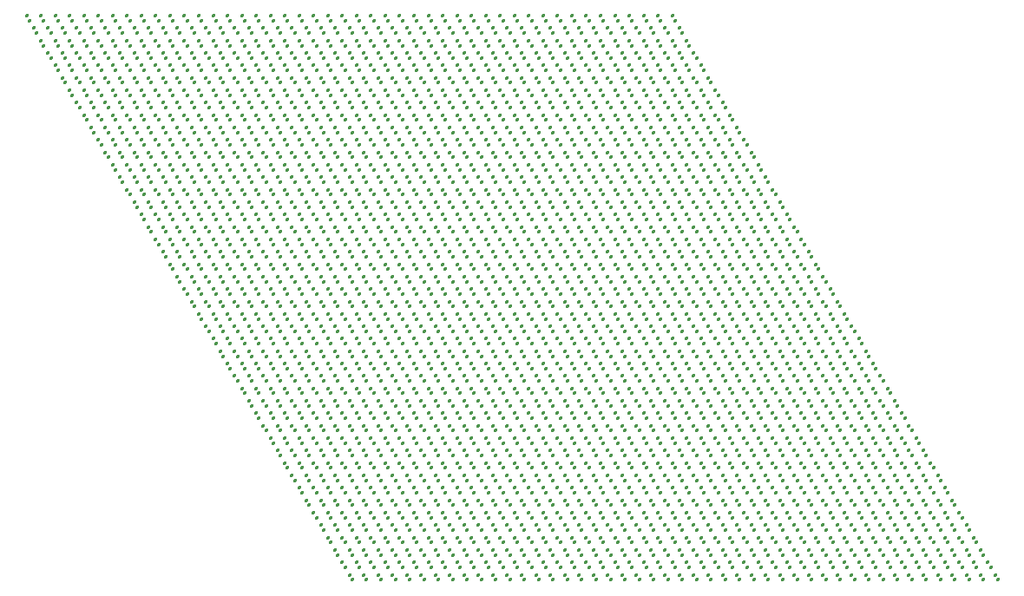
<source format=gtp>
%TF.GenerationSoftware,KiCad,Pcbnew,8.0.8*%
%TF.CreationDate,2025-03-26T11:08:01-07:00*%
%TF.ProjectId,led_mapper_850_mirrored,6c65645f-6d61-4707-9065-725f3835305f,rev?*%
%TF.SameCoordinates,Original*%
%TF.FileFunction,Paste,Top*%
%TF.FilePolarity,Positive*%
%FSLAX46Y46*%
G04 Gerber Fmt 4.6, Leading zero omitted, Abs format (unit mm)*
G04 Created by KiCad (PCBNEW 8.0.8) date 2025-03-26 11:08:01*
%MOMM*%
%LPD*%
G01*
G04 APERTURE LIST*
G04 Aperture macros list*
%AMRoundRect*
0 Rectangle with rounded corners*
0 $1 Rounding radius*
0 $2 $3 $4 $5 $6 $7 $8 $9 X,Y pos of 4 corners*
0 Add a 4 corners polygon primitive as box body*
4,1,4,$2,$3,$4,$5,$6,$7,$8,$9,$2,$3,0*
0 Add four circle primitives for the rounded corners*
1,1,$1+$1,$2,$3*
1,1,$1+$1,$4,$5*
1,1,$1+$1,$6,$7*
1,1,$1+$1,$8,$9*
0 Add four rect primitives between the rounded corners*
20,1,$1+$1,$2,$3,$4,$5,0*
20,1,$1+$1,$4,$5,$6,$7,0*
20,1,$1+$1,$6,$7,$8,$9,0*
20,1,$1+$1,$8,$9,$2,$3,0*%
G04 Aperture macros list end*
%ADD10RoundRect,0.079500X0.126786X-0.018599X0.047286X0.119099X-0.126786X0.018599X-0.047286X-0.119099X0*%
G04 APERTURE END LIST*
D10*
%TO.C,D708*%
X6440000Y-23278762D03*
X6160000Y-22793788D03*
%TD*%
%TO.C,D802*%
X7840000Y-20853891D03*
X7560000Y-20368917D03*
%TD*%
%TO.C,D260*%
X-36960000Y-6304664D03*
X-37240000Y-5819690D03*
%TD*%
%TO.C,D2075*%
X-560000Y-42677731D03*
X-840000Y-42192757D03*
%TD*%
%TO.C,D1828*%
X-20860000Y-48739909D03*
X-21140000Y-48254935D03*
%TD*%
%TO.C,D292*%
X-16660000Y-7517100D03*
X-16940000Y-7032126D03*
%TD*%
%TO.C,D144*%
X-4760000Y-3879793D03*
X-5040000Y-3394819D03*
%TD*%
%TO.C,D1299*%
X5740000Y-34190682D03*
X5460000Y-33705708D03*
%TD*%
%TO.C,D1122*%
X-6860000Y-29340940D03*
X-7140000Y-28855966D03*
%TD*%
%TO.C,D966*%
X-22960000Y-16004149D03*
X-23240000Y-15519175D03*
%TD*%
%TO.C,D936*%
X140000Y-17216584D03*
X-140000Y-16731610D03*
%TD*%
%TO.C,D2091*%
X21840000Y-42677731D03*
X21560000Y-42192757D03*
%TD*%
%TO.C,D992*%
X-51660000Y-14791713D03*
X-51940000Y-14306739D03*
%TD*%
%TO.C,D1588*%
X-31360000Y-54802087D03*
X-31640000Y-54317113D03*
%TD*%
%TO.C,D471*%
X-6860000Y-12366842D03*
X-7140000Y-11881868D03*
%TD*%
%TO.C,D1896*%
X9240000Y-47527474D03*
X8960000Y-47042500D03*
%TD*%
%TO.C,D937*%
X1540000Y-17216584D03*
X1260000Y-16731610D03*
%TD*%
%TO.C,D1101*%
X-42560000Y-28128505D03*
X-42840000Y-27643531D03*
%TD*%
%TO.C,D442*%
X-31360000Y-11154407D03*
X-31640000Y-10669433D03*
%TD*%
%TO.C,D1205*%
X7140000Y-31765811D03*
X6860000Y-31280837D03*
%TD*%
%TO.C,D878*%
X-15960000Y-18429020D03*
X-16240000Y-17944046D03*
%TD*%
%TO.C,D1836*%
X-9660000Y-48739909D03*
X-9940000Y-48254935D03*
%TD*%
%TO.C,D2046*%
X23940000Y-43890167D03*
X23660000Y-43405193D03*
%TD*%
%TO.C,D565*%
X1540000Y-26916069D03*
X1260000Y-26431095D03*
%TD*%
%TO.C,D1619*%
X12040000Y-54802087D03*
X11760000Y-54317113D03*
%TD*%
%TO.C,D1267*%
X-14560000Y-32978247D03*
X-14840000Y-32493273D03*
%TD*%
%TO.C,D1870*%
X-27160000Y-47527474D03*
X-27440000Y-47042500D03*
%TD*%
%TO.C,D1652*%
X-6860000Y-53589651D03*
X-7140000Y-53104677D03*
%TD*%
%TO.C,D1136*%
X-26460000Y-29340940D03*
X-26740000Y-28855966D03*
%TD*%
%TO.C,D1287*%
X-42560000Y-32978247D03*
X-42840000Y-32493273D03*
%TD*%
%TO.C,D1714*%
X14840000Y-52377216D03*
X14560000Y-51892242D03*
%TD*%
%TO.C,D1608*%
X-3360000Y-54802087D03*
X-3640000Y-54317113D03*
%TD*%
%TO.C,D1704*%
X840000Y-52377216D03*
X560000Y-51892242D03*
%TD*%
%TO.C,D489*%
X-32060000Y-12366842D03*
X-32340000Y-11881868D03*
%TD*%
%TO.C,D459*%
X-55160000Y-11154407D03*
X-55440000Y-10669433D03*
%TD*%
%TO.C,D482*%
X-22260000Y-12366842D03*
X-22540000Y-11881868D03*
%TD*%
%TO.C,D1682*%
X-29960000Y-52377216D03*
X-30240000Y-51892242D03*
%TD*%
%TO.C,D924*%
X-16660000Y-17216584D03*
X-16940000Y-16731610D03*
%TD*%
%TO.C,D990*%
X-54460000Y-14791713D03*
X-54740000Y-14306739D03*
%TD*%
%TO.C,D472*%
X-8260000Y-12366842D03*
X-8540000Y-11881868D03*
%TD*%
%TO.C,D1811*%
X20440000Y-49952345D03*
X20160000Y-49467371D03*
%TD*%
%TO.C,D2034*%
X7140000Y-43890167D03*
X6860000Y-43405193D03*
%TD*%
%TO.C,D800*%
X5040000Y-20853891D03*
X4760000Y-20368917D03*
%TD*%
%TO.C,D734*%
X-22260000Y-22066327D03*
X-22540000Y-21581353D03*
%TD*%
%TO.C,D602*%
X-11760000Y-25703633D03*
X-12040000Y-25218659D03*
%TD*%
%TO.C,D517*%
X-6160000Y-13579278D03*
X-6440000Y-13094304D03*
%TD*%
%TO.C,D1240*%
X-41860000Y-31765811D03*
X-42140000Y-31280837D03*
%TD*%
%TO.C,D969*%
X-18760000Y-16004149D03*
X-19040000Y-15519175D03*
%TD*%
%TO.C,D1297*%
X8540000Y-34190682D03*
X8260000Y-33705708D03*
%TD*%
%TO.C,D1190*%
X-36960000Y-30553376D03*
X-37240000Y-30068402D03*
%TD*%
%TO.C,D819*%
X-33460000Y-19641456D03*
X-33740000Y-19156482D03*
%TD*%
%TO.C,D1931*%
X-6860000Y-46315038D03*
X-7140000Y-45830064D03*
%TD*%
%TO.C,D30*%
X-40460000Y-242487D03*
X-40740000Y242487D03*
%TD*%
%TO.C,D2092*%
X23240000Y-42677731D03*
X22960000Y-42192757D03*
%TD*%
%TO.C,D359*%
X-45360000Y-8729535D03*
X-45640000Y-8244561D03*
%TD*%
%TO.C,D1874*%
X-21560000Y-47527474D03*
X-21840000Y-47042500D03*
%TD*%
%TO.C,D1664*%
X9940000Y-53589651D03*
X9660000Y-53104677D03*
%TD*%
%TO.C,D1076*%
X-7560000Y-28128505D03*
X-7840000Y-27643531D03*
%TD*%
%TO.C,D277*%
X4340000Y-7517100D03*
X4060000Y-7032126D03*
%TD*%
%TO.C,D1638*%
X-26460000Y-53589651D03*
X-26740000Y-53104677D03*
%TD*%
%TO.C,D2063*%
X-17360000Y-42677731D03*
X-17640000Y-42192757D03*
%TD*%
%TO.C,D116*%
X-30660000Y-2667358D03*
X-30940000Y-2182384D03*
%TD*%
%TO.C,D928*%
X-11060000Y-17216584D03*
X-11340000Y-16731610D03*
%TD*%
%TO.C,D1165*%
X-1960000Y-30553376D03*
X-2240000Y-30068402D03*
%TD*%
%TO.C,D1067*%
X5040000Y-28128505D03*
X4760000Y-27643531D03*
%TD*%
%TO.C,D1054*%
X-29960000Y-13579278D03*
X-30240000Y-13094304D03*
%TD*%
%TO.C,D429*%
X-13160000Y-11154407D03*
X-13440000Y-10669433D03*
%TD*%
%TO.C,D1394*%
X2940000Y-36615553D03*
X2660000Y-36130579D03*
%TD*%
%TO.C,D1792*%
X-6160000Y-49952345D03*
X-6440000Y-49467371D03*
%TD*%
%TO.C,D93*%
X1540000Y-2667358D03*
X1260000Y-2182384D03*
%TD*%
%TO.C,D1614*%
X5040000Y-54802087D03*
X4760000Y-54317113D03*
%TD*%
%TO.C,D707*%
X5040000Y-23278762D03*
X4760000Y-22793788D03*
%TD*%
%TO.C,D861*%
X-39760000Y-18429020D03*
X-40040000Y-17944046D03*
%TD*%
%TO.C,D766*%
X-42560000Y-20853891D03*
X-42840000Y-20368917D03*
%TD*%
%TO.C,D11*%
X-13860000Y-242487D03*
X-14140000Y242487D03*
%TD*%
%TO.C,D1735*%
X-20860000Y-51164780D03*
X-21140000Y-50679806D03*
%TD*%
%TO.C,D1169*%
X-7560000Y-30553376D03*
X-7840000Y-30068402D03*
%TD*%
%TO.C,D1408*%
X-16660000Y-36615553D03*
X-16940000Y-36130579D03*
%TD*%
%TO.C,D1507*%
X-25060000Y-39040425D03*
X-25340000Y-38555451D03*
%TD*%
%TO.C,D102*%
X-11060000Y-2667358D03*
X-11340000Y-2182384D03*
%TD*%
%TO.C,D1928*%
X-11060000Y-46315038D03*
X-11340000Y-45830064D03*
%TD*%
%TO.C,D1066*%
X6440000Y-28128505D03*
X6160000Y-27643531D03*
%TD*%
%TO.C,D1341*%
X12040000Y-35403118D03*
X11760000Y-34918144D03*
%TD*%
%TO.C,D645*%
X-16660000Y-24491198D03*
X-16940000Y-24006224D03*
%TD*%
%TO.C,D1059*%
X16240000Y-28128505D03*
X15960000Y-27643531D03*
%TD*%
%TO.C,D1755*%
X7140000Y-51164780D03*
X6860000Y-50679806D03*
%TD*%
%TO.C,D1312*%
X-12460000Y-34190682D03*
X-12740000Y-33705708D03*
%TD*%
%TO.C,D1926*%
X-13860000Y-46315038D03*
X-14140000Y-45830064D03*
%TD*%
%TO.C,D1536*%
X-560000Y-40252860D03*
X-840000Y-39767886D03*
%TD*%
%TO.C,D487*%
X-29260000Y-12366842D03*
X-29540000Y-11881868D03*
%TD*%
%TO.C,D1469*%
X-36960000Y-37827989D03*
X-37240000Y-37343015D03*
%TD*%
%TO.C,D847*%
X5740000Y-19641456D03*
X5460000Y-19156482D03*
%TD*%
%TO.C,D1262*%
X-7560000Y-32978247D03*
X-7840000Y-32493273D03*
%TD*%
%TO.C,D1761*%
X15540000Y-51164780D03*
X15260000Y-50679806D03*
%TD*%
%TO.C,D47*%
X840000Y-1454922D03*
X560000Y-969948D03*
%TD*%
%TO.C,D1114*%
X4340000Y-29340940D03*
X4060000Y-28855966D03*
%TD*%
%TO.C,D321*%
X-57260000Y-7517100D03*
X-57540000Y-7032126D03*
%TD*%
%TO.C,D1188*%
X-34160000Y-30553376D03*
X-34440000Y-30068402D03*
%TD*%
%TO.C,D1983*%
X840000Y-45102602D03*
X560000Y-44617628D03*
%TD*%
%TO.C,D273*%
X-55160000Y-6304664D03*
X-55440000Y-5819690D03*
%TD*%
%TO.C,D331*%
X-6160000Y-8729535D03*
X-6440000Y-8244561D03*
%TD*%
%TO.C,D1011*%
X-25060000Y-14791713D03*
X-25340000Y-14306739D03*
%TD*%
%TO.C,D1247*%
X13440000Y-32978247D03*
X13160000Y-32493273D03*
%TD*%
%TO.C,D1860*%
X23940000Y-48739909D03*
X23660000Y-48254935D03*
%TD*%
%TO.C,D1502*%
X-18060000Y-39040425D03*
X-18340000Y-38555451D03*
%TD*%
%TO.C,D799*%
X3640000Y-20853891D03*
X3360000Y-20368917D03*
%TD*%
%TO.C,D184*%
X-60760000Y-3879793D03*
X-61040000Y-3394819D03*
%TD*%
%TO.C,D1823*%
X-27860000Y-48739909D03*
X-28140000Y-48254935D03*
%TD*%
%TO.C,D1028*%
X-1260000Y-14791713D03*
X-1540000Y-14306739D03*
%TD*%
%TO.C,D462*%
X5740000Y-12366842D03*
X5460000Y-11881868D03*
%TD*%
%TO.C,D1736*%
X-19460000Y-51164780D03*
X-19740000Y-50679806D03*
%TD*%
%TO.C,D197*%
X-13860000Y-5092229D03*
X-14140000Y-4607255D03*
%TD*%
%TO.C,D556*%
X-11060000Y-26916069D03*
X-11340000Y-26431095D03*
%TD*%
%TO.C,D1038*%
X-52360000Y-13579278D03*
X-52640000Y-13094304D03*
%TD*%
%TO.C,D223*%
X-50260000Y-5092229D03*
X-50540000Y-4607255D03*
%TD*%
%TO.C,D1846*%
X4340000Y-48739909D03*
X4060000Y-48254935D03*
%TD*%
%TO.C,D1876*%
X-18760000Y-47527474D03*
X-19040000Y-47042500D03*
%TD*%
%TO.C,D900*%
X-50260000Y-17216584D03*
X-50540000Y-16731610D03*
%TD*%
%TO.C,D1257*%
X-560000Y-32978247D03*
X-840000Y-32493273D03*
%TD*%
%TO.C,D1859*%
X22540000Y-48739909D03*
X22260000Y-48254935D03*
%TD*%
%TO.C,D1333*%
X-41860000Y-34190682D03*
X-42140000Y-33705708D03*
%TD*%
%TO.C,D718*%
X-44660000Y-22066327D03*
X-44940000Y-21581353D03*
%TD*%
%TO.C,D1292*%
X15540000Y-34190682D03*
X15260000Y-33705708D03*
%TD*%
%TO.C,D993*%
X-50260000Y-14791713D03*
X-50540000Y-14306739D03*
%TD*%
%TO.C,D52*%
X-6160000Y-1454922D03*
X-6440000Y-969948D03*
%TD*%
%TO.C,D1134*%
X-23660000Y-29340940D03*
X-23940000Y-28855966D03*
%TD*%
%TO.C,D282*%
X-2660000Y-7517100D03*
X-2940000Y-7032126D03*
%TD*%
%TO.C,D1121*%
X-5460000Y-29340940D03*
X-5740000Y-28855966D03*
%TD*%
%TO.C,D1598*%
X-17360000Y-54802087D03*
X-17640000Y-54317113D03*
%TD*%
%TO.C,D1816*%
X27440000Y-49952345D03*
X27160000Y-49467371D03*
%TD*%
%TO.C,D96*%
X-2660000Y-2667358D03*
X-2940000Y-2182384D03*
%TD*%
%TO.C,D598*%
X-17360000Y-25703633D03*
X-17640000Y-25218659D03*
%TD*%
%TO.C,D1248*%
X12040000Y-32978247D03*
X11760000Y-32493273D03*
%TD*%
%TO.C,D778*%
X-25760000Y-20853891D03*
X-26040000Y-20368917D03*
%TD*%
%TO.C,D343*%
X-22960000Y-8729535D03*
X-23240000Y-8244561D03*
%TD*%
%TO.C,D342*%
X-21560000Y-8729535D03*
X-21840000Y-8244561D03*
%TD*%
%TO.C,D1848*%
X7140000Y-48739909D03*
X6860000Y-48254935D03*
%TD*%
%TO.C,D1690*%
X-18760000Y-52377216D03*
X-19040000Y-51892242D03*
%TD*%
%TO.C,D666*%
X12740000Y-24491198D03*
X12460000Y-24006224D03*
%TD*%
%TO.C,D1888*%
X-1960000Y-47527474D03*
X-2240000Y-47042500D03*
%TD*%
%TO.C,D1681*%
X-31360000Y-52377216D03*
X-31640000Y-51892242D03*
%TD*%
%TO.C,D2070*%
X-7560000Y-42677731D03*
X-7840000Y-42192757D03*
%TD*%
%TO.C,D1647*%
X-13860000Y-53589651D03*
X-14140000Y-53104677D03*
%TD*%
%TO.C,D300*%
X-27860000Y-7517100D03*
X-28140000Y-7032126D03*
%TD*%
%TO.C,D1241*%
X-43260000Y-31765811D03*
X-43540000Y-31280837D03*
%TD*%
%TO.C,D215*%
X-39060000Y-5092229D03*
X-39340000Y-4607255D03*
%TD*%
%TO.C,D1013*%
X-22260000Y-14791713D03*
X-22540000Y-14306739D03*
%TD*%
%TO.C,D1396*%
X140000Y-36615553D03*
X-140000Y-36130579D03*
%TD*%
%TO.C,D311*%
X-43260000Y-7517100D03*
X-43540000Y-7032126D03*
%TD*%
%TO.C,D1817*%
X28840000Y-49952345D03*
X28560000Y-49467371D03*
%TD*%
%TO.C,D862*%
X-38360000Y-18429020D03*
X-38640000Y-17944046D03*
%TD*%
%TO.C,D1481*%
X11340000Y-39040425D03*
X11060000Y-38555451D03*
%TD*%
%TO.C,D1833*%
X-13860000Y-48739909D03*
X-14140000Y-48254935D03*
%TD*%
%TO.C,D1884*%
X-7560000Y-47527474D03*
X-7840000Y-47042500D03*
%TD*%
%TO.C,D501*%
X-48860000Y-12366842D03*
X-49140000Y-11881868D03*
%TD*%
%TO.C,D544*%
X-27860000Y-26916069D03*
X-28140000Y-26431095D03*
%TD*%
%TO.C,D1886*%
X-4760000Y-47527474D03*
X-5040000Y-47042500D03*
%TD*%
%TO.C,D200*%
X-18060000Y-5092229D03*
X-18340000Y-4607255D03*
%TD*%
%TO.C,D1665*%
X11340000Y-53589651D03*
X11060000Y-53104677D03*
%TD*%
%TO.C,D2051*%
X-34160000Y-42677731D03*
X-34440000Y-42192757D03*
%TD*%
%TO.C,D980*%
X-3360000Y-16004149D03*
X-3640000Y-15519175D03*
%TD*%
%TO.C,D1892*%
X3640000Y-47527474D03*
X3360000Y-47042500D03*
%TD*%
%TO.C,D193*%
X-8260000Y-5092229D03*
X-8540000Y-4607255D03*
%TD*%
%TO.C,D1555*%
X-27160000Y-40252860D03*
X-27440000Y-39767886D03*
%TD*%
%TO.C,D370*%
X4340000Y-9941971D03*
X4060000Y-9456997D03*
%TD*%
%TO.C,D720*%
X-41860000Y-22066327D03*
X-42140000Y-21581353D03*
%TD*%
%TO.C,D498*%
X-44660000Y-12366842D03*
X-44940000Y-11881868D03*
%TD*%
%TO.C,D77*%
X-41160000Y-1454922D03*
X-41440000Y-969948D03*
%TD*%
%TO.C,D483*%
X-23660000Y-12366842D03*
X-23940000Y-11881868D03*
%TD*%
%TO.C,D554*%
X-13860000Y-26916069D03*
X-14140000Y-26431095D03*
%TD*%
%TO.C,D1734*%
X-22260000Y-51164780D03*
X-22540000Y-50679806D03*
%TD*%
%TO.C,D771*%
X-35560000Y-20853891D03*
X-35840000Y-20368917D03*
%TD*%
%TO.C,D1458*%
X-21560000Y-37827989D03*
X-21840000Y-37343015D03*
%TD*%
%TO.C,D1713*%
X13440000Y-52377216D03*
X13160000Y-51892242D03*
%TD*%
%TO.C,D593*%
X-24360000Y-25703633D03*
X-24640000Y-25218659D03*
%TD*%
%TO.C,D796*%
X-560000Y-20853891D03*
X-840000Y-20368917D03*
%TD*%
%TO.C,D98*%
X-5460000Y-2667358D03*
X-5740000Y-2182384D03*
%TD*%
%TO.C,D160*%
X-27160000Y-3879793D03*
X-27440000Y-3394819D03*
%TD*%
%TO.C,D338*%
X-15960000Y-8729535D03*
X-16240000Y-8244561D03*
%TD*%
%TO.C,D1106*%
X15540000Y-29340940D03*
X15260000Y-28855966D03*
%TD*%
%TO.C,D563*%
X-1260000Y-26916069D03*
X-1540000Y-26431095D03*
%TD*%
%TO.C,D647*%
X-13860000Y-24491198D03*
X-14140000Y-24006224D03*
%TD*%
%TO.C,D798*%
X2240000Y-20853891D03*
X1960000Y-20368917D03*
%TD*%
%TO.C,D1467*%
X-34160000Y-37827989D03*
X-34440000Y-37343015D03*
%TD*%
%TO.C,D1327*%
X-33460000Y-34190682D03*
X-33740000Y-33705708D03*
%TD*%
%TO.C,D408*%
X-48860000Y-9941971D03*
X-49140000Y-9456997D03*
%TD*%
%TO.C,D451*%
X-43960000Y-11154407D03*
X-44240000Y-10669433D03*
%TD*%
%TO.C,D887*%
X-3360000Y-18429020D03*
X-3640000Y-17944046D03*
%TD*%
%TO.C,D811*%
X-44660000Y-19641456D03*
X-44940000Y-19156482D03*
%TD*%
%TO.C,D2009*%
X-27860000Y-43890167D03*
X-28140000Y-43405193D03*
%TD*%
%TO.C,D882*%
X-10360000Y-18429020D03*
X-10640000Y-17944046D03*
%TD*%
%TO.C,D952*%
X-42560000Y-16004149D03*
X-42840000Y-15519175D03*
%TD*%
%TO.C,D139*%
X2240000Y-3879793D03*
X1960000Y-3394819D03*
%TD*%
%TO.C,D1123*%
X-8260000Y-29340940D03*
X-8540000Y-28855966D03*
%TD*%
%TO.C,D2044*%
X21140000Y-43890167D03*
X20860000Y-43405193D03*
%TD*%
%TO.C,D1561*%
X-35560000Y-40252860D03*
X-35840000Y-39767886D03*
%TD*%
%TO.C,D958*%
X-34160000Y-16004149D03*
X-34440000Y-15519175D03*
%TD*%
%TO.C,D765*%
X-43960000Y-20853891D03*
X-44240000Y-20368917D03*
%TD*%
%TO.C,D931*%
X-6860000Y-17216584D03*
X-7140000Y-16731610D03*
%TD*%
%TO.C,D101*%
X-9660000Y-2667358D03*
X-9940000Y-2182384D03*
%TD*%
%TO.C,D1754*%
X5740000Y-51164780D03*
X5460000Y-50679806D03*
%TD*%
%TO.C,D2081*%
X7840000Y-42677731D03*
X7560000Y-42192757D03*
%TD*%
%TO.C,D1695*%
X-11760000Y-52377216D03*
X-12040000Y-51892242D03*
%TD*%
%TO.C,D51*%
X-4760000Y-1454922D03*
X-5040000Y-969948D03*
%TD*%
%TO.C,D376*%
X-4060000Y-9941971D03*
X-4340000Y-9456997D03*
%TD*%
%TO.C,D1280*%
X-32760000Y-32978247D03*
X-33040000Y-32493273D03*
%TD*%
%TO.C,D1885*%
X-6160000Y-47527474D03*
X-6440000Y-47042500D03*
%TD*%
%TO.C,D813*%
X-41860000Y-19641456D03*
X-42140000Y-19156482D03*
%TD*%
%TO.C,D1439*%
X5040000Y-37827989D03*
X4760000Y-37343015D03*
%TD*%
%TO.C,D2037*%
X11340000Y-43890167D03*
X11060000Y-43405193D03*
%TD*%
%TO.C,D1430*%
X17640000Y-37827989D03*
X17360000Y-37343015D03*
%TD*%
%TO.C,D210*%
X-32060000Y-5092229D03*
X-32340000Y-4607255D03*
%TD*%
%TO.C,D2049*%
X-36960000Y-42677731D03*
X-37240000Y-42192757D03*
%TD*%
%TO.C,D1587*%
X-6860000Y-41465296D03*
X-7140000Y-40980322D03*
%TD*%
%TO.C,D1111*%
X8540000Y-29340940D03*
X8260000Y-28855966D03*
%TD*%
%TO.C,D909*%
X-37660000Y-17216584D03*
X-37940000Y-16731610D03*
%TD*%
%TO.C,D1590*%
X-28560000Y-54802087D03*
X-28840000Y-54317113D03*
%TD*%
%TO.C,D930*%
X-8260000Y-17216584D03*
X-8540000Y-16731610D03*
%TD*%
%TO.C,D428*%
X-11760000Y-11154407D03*
X-12040000Y-10669433D03*
%TD*%
%TO.C,D1578*%
X5740000Y-41465296D03*
X5460000Y-40980322D03*
%TD*%
%TO.C,D1563*%
X-38360000Y-40252860D03*
X-38640000Y-39767886D03*
%TD*%
%TO.C,D244*%
X-14560000Y-6304664D03*
X-14840000Y-5819690D03*
%TD*%
%TO.C,D449*%
X-41160000Y-11154407D03*
X-41440000Y-10669433D03*
%TD*%
%TO.C,D1855*%
X16940000Y-48739909D03*
X16660000Y-48254935D03*
%TD*%
%TO.C,D1865*%
X-34160000Y-47527474D03*
X-34440000Y-47042500D03*
%TD*%
%TO.C,D626*%
X-43260000Y-24491198D03*
X-43540000Y-24006224D03*
%TD*%
%TO.C,D684*%
X-27160000Y-23278762D03*
X-27440000Y-22793788D03*
%TD*%
%TO.C,D76*%
X-39760000Y-1454922D03*
X-40040000Y-969948D03*
%TD*%
%TO.C,D711*%
X10640000Y-23278762D03*
X10360000Y-22793788D03*
%TD*%
%TO.C,D441*%
X-29960000Y-11154407D03*
X-30240000Y-10669433D03*
%TD*%
%TO.C,D1701*%
X-3360000Y-52377216D03*
X-3640000Y-51892242D03*
%TD*%
%TO.C,D423*%
X-4760000Y-11154407D03*
X-5040000Y-10669433D03*
%TD*%
%TO.C,D402*%
X-40460000Y-9941971D03*
X-40740000Y-9456997D03*
%TD*%
%TO.C,D938*%
X2940000Y-17216584D03*
X2660000Y-16731610D03*
%TD*%
%TO.C,D336*%
X-13160000Y-8729535D03*
X-13440000Y-8244561D03*
%TD*%
%TO.C,D2031*%
X2940000Y-43890167D03*
X2660000Y-43405193D03*
%TD*%
%TO.C,D296*%
X-22260000Y-7517100D03*
X-22540000Y-7032126D03*
%TD*%
%TO.C,D1675*%
X25340000Y-53589651D03*
X25060000Y-53104677D03*
%TD*%
%TO.C,D1781*%
X-21560000Y-49952345D03*
X-21840000Y-49467371D03*
%TD*%
%TO.C,D1460*%
X-24360000Y-37827989D03*
X-24640000Y-37343015D03*
%TD*%
%TO.C,D383*%
X-13860000Y-9941971D03*
X-14140000Y-9456997D03*
%TD*%
%TO.C,D1685*%
X-25760000Y-52377216D03*
X-26040000Y-51892242D03*
%TD*%
%TO.C,D1351*%
X-1960000Y-35403118D03*
X-2240000Y-34918144D03*
%TD*%
%TO.C,D1891*%
X2240000Y-47527474D03*
X1960000Y-47042500D03*
%TD*%
%TO.C,D1180*%
X-22960000Y-30553376D03*
X-23240000Y-30068402D03*
%TD*%
%TO.C,D10*%
X-12460000Y-242487D03*
X-12740000Y242487D03*
%TD*%
%TO.C,D1670*%
X18340000Y-53589651D03*
X18060000Y-53104677D03*
%TD*%
%TO.C,D1850*%
X9940000Y-48739909D03*
X9660000Y-48254935D03*
%TD*%
%TO.C,D391*%
X-25060000Y-9941971D03*
X-25340000Y-9456997D03*
%TD*%
%TO.C,D17*%
X-22260000Y-242487D03*
X-22540000Y242487D03*
%TD*%
%TO.C,D268*%
X-48160000Y-6304664D03*
X-48440000Y-5819690D03*
%TD*%
%TO.C,D741*%
X-12460000Y-22066327D03*
X-12740000Y-21581353D03*
%TD*%
%TO.C,D465*%
X1540000Y-12366842D03*
X1260000Y-11881868D03*
%TD*%
%TO.C,D228*%
X-57260000Y-5092229D03*
X-57540000Y-4607255D03*
%TD*%
%TO.C,D1711*%
X10640000Y-52377216D03*
X10360000Y-51892242D03*
%TD*%
%TO.C,D133*%
X-54460000Y-2667358D03*
X-54740000Y-2182384D03*
%TD*%
%TO.C,D1882*%
X-10360000Y-47527474D03*
X-10640000Y-47042500D03*
%TD*%
%TO.C,D763*%
X-46760000Y-20853891D03*
X-47040000Y-20368917D03*
%TD*%
%TO.C,D1581*%
X1540000Y-41465296D03*
X1260000Y-40980322D03*
%TD*%
%TO.C,D659*%
X2940000Y-24491198D03*
X2660000Y-24006224D03*
%TD*%
%TO.C,D1820*%
X-32060000Y-48739909D03*
X-32340000Y-48254935D03*
%TD*%
%TO.C,D1809*%
X17640000Y-49952345D03*
X17360000Y-49467371D03*
%TD*%
%TO.C,D1233*%
X-32060000Y-31765811D03*
X-32340000Y-31280837D03*
%TD*%
%TO.C,D1623*%
X17640000Y-54802087D03*
X17360000Y-54317113D03*
%TD*%
%TO.C,D291*%
X-15260000Y-7517100D03*
X-15540000Y-7032126D03*
%TD*%
%TO.C,D1289*%
X19740000Y-34190682D03*
X19460000Y-33705708D03*
%TD*%
%TO.C,D351*%
X-34160000Y-8729535D03*
X-34440000Y-8244561D03*
%TD*%
%TO.C,D2069*%
X-8960000Y-42677731D03*
X-9240000Y-42192757D03*
%TD*%
%TO.C,D360*%
X-46760000Y-8729535D03*
X-47040000Y-8244561D03*
%TD*%
%TO.C,D1785*%
X-15960000Y-49952345D03*
X-16240000Y-49467371D03*
%TD*%
%TO.C,D1274*%
X-24360000Y-32978247D03*
X-24640000Y-32493273D03*
%TD*%
%TO.C,D600*%
X-14560000Y-25703633D03*
X-14840000Y-25218659D03*
%TD*%
%TO.C,D615*%
X6440000Y-25703633D03*
X6160000Y-25218659D03*
%TD*%
%TO.C,D2010*%
X-26460000Y-43890167D03*
X-26740000Y-43405193D03*
%TD*%
%TO.C,D1268*%
X-15960000Y-32978247D03*
X-16240000Y-32493273D03*
%TD*%
%TO.C,D724*%
X-36260000Y-22066327D03*
X-36540000Y-21581353D03*
%TD*%
%TO.C,D436*%
X-22960000Y-11154407D03*
X-23240000Y-10669433D03*
%TD*%
%TO.C,D907*%
X-40460000Y-17216584D03*
X-40740000Y-16731610D03*
%TD*%
%TO.C,D21*%
X-27860000Y-242487D03*
X-28140000Y242487D03*
%TD*%
%TO.C,D195*%
X-11060000Y-5092229D03*
X-11340000Y-4607255D03*
%TD*%
%TO.C,D50*%
X-3360000Y-1454922D03*
X-3640000Y-969948D03*
%TD*%
%TO.C,D968*%
X-20160000Y-16004149D03*
X-20440000Y-15519175D03*
%TD*%
%TO.C,D1616*%
X7840000Y-54802087D03*
X7560000Y-54317113D03*
%TD*%
%TO.C,D1927*%
X-12460000Y-46315038D03*
X-12740000Y-45830064D03*
%TD*%
%TO.C,D1719*%
X21840000Y-52377216D03*
X21560000Y-51892242D03*
%TD*%
%TO.C,D651*%
X-8260000Y-24491198D03*
X-8540000Y-24006224D03*
%TD*%
%TO.C,D1069*%
X2240000Y-28128505D03*
X1960000Y-27643531D03*
%TD*%
%TO.C,D1330*%
X-37660000Y-34190682D03*
X-37940000Y-33705708D03*
%TD*%
%TO.C,D185*%
X2940000Y-5092229D03*
X2660000Y-4607255D03*
%TD*%
%TO.C,D618*%
X10640000Y-25703633D03*
X10360000Y-25218659D03*
%TD*%
%TO.C,D831*%
X-16660000Y-19641456D03*
X-16940000Y-19156482D03*
%TD*%
%TO.C,D1095*%
X-34160000Y-28128505D03*
X-34440000Y-27643531D03*
%TD*%
%TO.C,D919*%
X-23660000Y-17216584D03*
X-23940000Y-16731610D03*
%TD*%
%TO.C,D1925*%
X-15260000Y-46315038D03*
X-15540000Y-45830064D03*
%TD*%
%TO.C,D1231*%
X-29260000Y-31765811D03*
X-29540000Y-31280837D03*
%TD*%
%TO.C,D1412*%
X-22260000Y-36615553D03*
X-22540000Y-36130579D03*
%TD*%
%TO.C,D1124*%
X-9660000Y-29340940D03*
X-9940000Y-28855966D03*
%TD*%
%TO.C,D148*%
X-10360000Y-3879793D03*
X-10640000Y-3394819D03*
%TD*%
%TO.C,D617*%
X9240000Y-25703633D03*
X8960000Y-25218659D03*
%TD*%
%TO.C,D1531*%
X6440000Y-40252860D03*
X6160000Y-39767886D03*
%TD*%
%TO.C,D1281*%
X-34160000Y-32978247D03*
X-34440000Y-32493273D03*
%TD*%
%TO.C,D1837*%
X-8260000Y-48739909D03*
X-8540000Y-48254935D03*
%TD*%
%TO.C,D1687*%
X-22960000Y-52377216D03*
X-23240000Y-51892242D03*
%TD*%
%TO.C,D344*%
X-24360000Y-8729535D03*
X-24640000Y-8244561D03*
%TD*%
%TO.C,D384*%
X-15260000Y-9941971D03*
X-15540000Y-9456997D03*
%TD*%
%TO.C,D1649*%
X-11060000Y-53589651D03*
X-11340000Y-53104677D03*
%TD*%
%TO.C,D500*%
X-47460000Y-12366842D03*
X-47740000Y-11881868D03*
%TD*%
%TO.C,D552*%
X-16660000Y-26916069D03*
X-16940000Y-26431095D03*
%TD*%
%TO.C,D2107*%
X-20860000Y-41465296D03*
X-21140000Y-40980322D03*
%TD*%
%TO.C,D590*%
X-28560000Y-25703633D03*
X-28840000Y-25218659D03*
%TD*%
%TO.C,D678*%
X-35560000Y-23278762D03*
X-35840000Y-22793788D03*
%TD*%
%TO.C,D2096*%
X-36260000Y-41465296D03*
X-36540000Y-40980322D03*
%TD*%
%TO.C,D519*%
X-8960000Y-13579278D03*
X-9240000Y-13094304D03*
%TD*%
%TO.C,D1694*%
X-13160000Y-52377216D03*
X-13440000Y-51892242D03*
%TD*%
%TO.C,D791*%
X-7560000Y-20853891D03*
X-7840000Y-20368917D03*
%TD*%
%TO.C,D284*%
X-5460000Y-7517100D03*
X-5740000Y-7032126D03*
%TD*%
%TO.C,D1094*%
X-32760000Y-28128505D03*
X-33040000Y-27643531D03*
%TD*%
%TO.C,D430*%
X-14560000Y-11154407D03*
X-14840000Y-10669433D03*
%TD*%
%TO.C,D673*%
X-42560000Y-23278762D03*
X-42840000Y-22793788D03*
%TD*%
%TO.C,D1932*%
X-5460000Y-46315038D03*
X-5740000Y-45830064D03*
%TD*%
%TO.C,D2040*%
X15540000Y-43890167D03*
X15260000Y-43405193D03*
%TD*%
%TO.C,D261*%
X-38360000Y-6304664D03*
X-38640000Y-5819690D03*
%TD*%
%TO.C,D1562*%
X-36960000Y-40252860D03*
X-37240000Y-39767886D03*
%TD*%
%TO.C,D1717*%
X19040000Y-52377216D03*
X18760000Y-51892242D03*
%TD*%
%TO.C,D1765*%
X21140000Y-51164780D03*
X20860000Y-50679806D03*
%TD*%
%TO.C,D994*%
X-48860000Y-14791713D03*
X-49140000Y-14306739D03*
%TD*%
%TO.C,D367*%
X-56560000Y-8729535D03*
X-56840000Y-8244561D03*
%TD*%
%TO.C,D279*%
X1540000Y-7517100D03*
X1260000Y-7032126D03*
%TD*%
%TO.C,D473*%
X-9660000Y-12366842D03*
X-9940000Y-11881868D03*
%TD*%
%TO.C,D1224*%
X-19460000Y-31765811D03*
X-19740000Y-31280837D03*
%TD*%
%TO.C,D1575*%
X9940000Y-41465296D03*
X9660000Y-40980322D03*
%TD*%
%TO.C,D363*%
X-50960000Y-8729535D03*
X-51240000Y-8244561D03*
%TD*%
%TO.C,D1435*%
X10640000Y-37827989D03*
X10360000Y-37343015D03*
%TD*%
%TO.C,D1198*%
X16940000Y-31765811D03*
X16660000Y-31280837D03*
%TD*%
%TO.C,D220*%
X-46060000Y-5092229D03*
X-46340000Y-4607255D03*
%TD*%
%TO.C,D1026*%
X-4060000Y-14791713D03*
X-4340000Y-14306739D03*
%TD*%
%TO.C,D916*%
X-27860000Y-17216584D03*
X-28140000Y-16731610D03*
%TD*%
%TO.C,D534*%
X-41860000Y-26916069D03*
X-42140000Y-26431095D03*
%TD*%
%TO.C,D417*%
X3640000Y-11154407D03*
X3360000Y-10669433D03*
%TD*%
%TO.C,D1141*%
X-33460000Y-29340940D03*
X-33740000Y-28855966D03*
%TD*%
%TO.C,D1388*%
X11340000Y-36615553D03*
X11060000Y-36130579D03*
%TD*%
%TO.C,D559*%
X-6860000Y-26916069D03*
X-7140000Y-26431095D03*
%TD*%
%TO.C,D1218*%
X-11060000Y-31765811D03*
X-11340000Y-31280837D03*
%TD*%
%TO.C,D1998*%
X21840000Y-45102602D03*
X21560000Y-44617628D03*
%TD*%
%TO.C,D1275*%
X-25760000Y-32978247D03*
X-26040000Y-32493273D03*
%TD*%
%TO.C,D1428*%
X20440000Y-37827989D03*
X20160000Y-37343015D03*
%TD*%
%TO.C,D1549*%
X-18760000Y-40252860D03*
X-19040000Y-39767886D03*
%TD*%
%TO.C,D1254*%
X3640000Y-32978247D03*
X3360000Y-32493273D03*
%TD*%
%TO.C,D16*%
X-20860000Y-242487D03*
X-21140000Y242487D03*
%TD*%
%TO.C,D1482*%
X9940000Y-39040425D03*
X9660000Y-38555451D03*
%TD*%
%TO.C,D576*%
X-48160000Y-25703633D03*
X-48440000Y-25218659D03*
%TD*%
%TO.C,D1680*%
X-32760000Y-52377216D03*
X-33040000Y-51892242D03*
%TD*%
%TO.C,D1657*%
X140000Y-53589651D03*
X-140000Y-53104677D03*
%TD*%
%TO.C,D663*%
X8540000Y-24491198D03*
X8260000Y-24006224D03*
%TD*%
%TO.C,D1512*%
X-32060000Y-39040425D03*
X-32340000Y-38555451D03*
%TD*%
%TO.C,D1021*%
X-11060000Y-14791713D03*
X-11340000Y-14306739D03*
%TD*%
%TO.C,D1179*%
X-21560000Y-30553376D03*
X-21840000Y-30068402D03*
%TD*%
%TO.C,D1152*%
X16240000Y-30553376D03*
X15960000Y-30068402D03*
%TD*%
%TO.C,D764*%
X-45360000Y-20853891D03*
X-45640000Y-20368917D03*
%TD*%
%TO.C,D2057*%
X-25760000Y-42677731D03*
X-26040000Y-42192757D03*
%TD*%
%TO.C,D1332*%
X-40460000Y-34190682D03*
X-40740000Y-33705708D03*
%TD*%
%TO.C,D1861*%
X25340000Y-48739909D03*
X25060000Y-48254935D03*
%TD*%
%TO.C,D1762*%
X16940000Y-51164780D03*
X16660000Y-50679806D03*
%TD*%
%TO.C,D1697*%
X-8960000Y-52377216D03*
X-9240000Y-51892242D03*
%TD*%
%TO.C,D601*%
X-13160000Y-25703633D03*
X-13440000Y-25218659D03*
%TD*%
%TO.C,D1016*%
X-18060000Y-14791713D03*
X-18340000Y-14306739D03*
%TD*%
%TO.C,D682*%
X-29960000Y-23278762D03*
X-30240000Y-22793788D03*
%TD*%
%TO.C,D869*%
X-28560000Y-18429020D03*
X-28840000Y-17944046D03*
%TD*%
%TO.C,D1019*%
X-13860000Y-14791713D03*
X-14140000Y-14306739D03*
%TD*%
%TO.C,D317*%
X-51660000Y-7517100D03*
X-51940000Y-7032126D03*
%TD*%
%TO.C,D1962*%
X-28560000Y-45102602D03*
X-28840000Y-44617628D03*
%TD*%
%TO.C,D1540*%
X-6160000Y-40252860D03*
X-6440000Y-39767886D03*
%TD*%
%TO.C,D2048*%
X-38360000Y-42677731D03*
X-38640000Y-42192757D03*
%TD*%
%TO.C,D2062*%
X-18760000Y-42677731D03*
X-19040000Y-42192757D03*
%TD*%
%TO.C,D775*%
X-29960000Y-20853891D03*
X-30240000Y-20368917D03*
%TD*%
%TO.C,D1985*%
X3640000Y-45102602D03*
X3360000Y-44617628D03*
%TD*%
%TO.C,D627*%
X-41860000Y-24491198D03*
X-42140000Y-24006224D03*
%TD*%
%TO.C,D2011*%
X-25060000Y-43890167D03*
X-25340000Y-43405193D03*
%TD*%
%TO.C,D398*%
X-34860000Y-9941971D03*
X-35140000Y-9456997D03*
%TD*%
%TO.C,D1144*%
X-37660000Y-29340940D03*
X-37940000Y-28855966D03*
%TD*%
%TO.C,D355*%
X-39760000Y-8729535D03*
X-40040000Y-8244561D03*
%TD*%
%TO.C,D1197*%
X18340000Y-31765811D03*
X18060000Y-31280837D03*
%TD*%
%TO.C,D1635*%
X-30660000Y-53589651D03*
X-30940000Y-53104677D03*
%TD*%
%TO.C,D738*%
X-16660000Y-22066327D03*
X-16940000Y-21581353D03*
%TD*%
%TO.C,D2032*%
X4340000Y-43890167D03*
X4060000Y-43405193D03*
%TD*%
%TO.C,D75*%
X-38360000Y-1454922D03*
X-38640000Y-969948D03*
%TD*%
%TO.C,D1560*%
X-34160000Y-40252860D03*
X-34440000Y-39767886D03*
%TD*%
%TO.C,D1040*%
X-49560000Y-13579278D03*
X-49840000Y-13094304D03*
%TD*%
%TO.C,D1377*%
X-38360000Y-35403118D03*
X-38640000Y-34918144D03*
%TD*%
%TO.C,D1062*%
X12040000Y-28128505D03*
X11760000Y-27643531D03*
%TD*%
%TO.C,D1542*%
X-8960000Y-40252860D03*
X-9240000Y-39767886D03*
%TD*%
%TO.C,D1500*%
X-15260000Y-39040425D03*
X-15540000Y-38555451D03*
%TD*%
%TO.C,D1993*%
X14840000Y-45102602D03*
X14560000Y-44617628D03*
%TD*%
%TO.C,D290*%
X-13860000Y-7517100D03*
X-14140000Y-7032126D03*
%TD*%
%TO.C,D240*%
X-8960000Y-6304664D03*
X-9240000Y-5819690D03*
%TD*%
%TO.C,D1693*%
X-14560000Y-52377216D03*
X-14840000Y-51892242D03*
%TD*%
%TO.C,D1091*%
X-28560000Y-28128505D03*
X-28840000Y-27643531D03*
%TD*%
%TO.C,D113*%
X-26460000Y-2667358D03*
X-26740000Y-2182384D03*
%TD*%
%TO.C,D1226*%
X-22260000Y-31765811D03*
X-22540000Y-31280837D03*
%TD*%
%TO.C,D1090*%
X-27160000Y-28128505D03*
X-27440000Y-27643531D03*
%TD*%
%TO.C,D1217*%
X-9660000Y-31765811D03*
X-9940000Y-31280837D03*
%TD*%
%TO.C,D1868*%
X-29960000Y-47527474D03*
X-30240000Y-47042500D03*
%TD*%
%TO.C,D539*%
X-34860000Y-26916069D03*
X-35140000Y-26431095D03*
%TD*%
%TO.C,D480*%
X-19460000Y-12366842D03*
X-19740000Y-11881868D03*
%TD*%
%TO.C,D999*%
X-41860000Y-14791713D03*
X-42140000Y-14306739D03*
%TD*%
%TO.C,D1022*%
X-9660000Y-14791713D03*
X-9940000Y-14306739D03*
%TD*%
%TO.C,D1223*%
X-18060000Y-31765811D03*
X-18340000Y-31280837D03*
%TD*%
%TO.C,D1849*%
X8540000Y-48739909D03*
X8260000Y-48254935D03*
%TD*%
%TO.C,D479*%
X-18060000Y-12366842D03*
X-18340000Y-11881868D03*
%TD*%
%TO.C,D1486*%
X4340000Y-39040425D03*
X4060000Y-38555451D03*
%TD*%
%TO.C,D1847*%
X5740000Y-48739909D03*
X5460000Y-48254935D03*
%TD*%
%TO.C,D1071*%
X-560000Y-28128505D03*
X-840000Y-27643531D03*
%TD*%
%TO.C,D1175*%
X-15960000Y-30553376D03*
X-16240000Y-30068402D03*
%TD*%
%TO.C,D1030*%
X1540000Y-14791713D03*
X1260000Y-14306739D03*
%TD*%
%TO.C,D1352*%
X-3360000Y-35403118D03*
X-3640000Y-34918144D03*
%TD*%
%TO.C,D1976*%
X-8960000Y-45102602D03*
X-9240000Y-44617628D03*
%TD*%
%TO.C,D137*%
X-60060000Y-2667358D03*
X-60340000Y-2182384D03*
%TD*%
%TO.C,D85*%
X-52360000Y-1454922D03*
X-52640000Y-969948D03*
%TD*%
%TO.C,D1157*%
X9240000Y-30553376D03*
X8960000Y-30068402D03*
%TD*%
%TO.C,D335*%
X-11760000Y-8729535D03*
X-12040000Y-8244561D03*
%TD*%
%TO.C,D558*%
X-8260000Y-26916069D03*
X-8540000Y-26431095D03*
%TD*%
%TO.C,D1974*%
X-11760000Y-45102602D03*
X-12040000Y-44617628D03*
%TD*%
%TO.C,D122*%
X-39060000Y-2667358D03*
X-39340000Y-2182384D03*
%TD*%
%TO.C,D1303*%
X140000Y-34190682D03*
X-140000Y-33705708D03*
%TD*%
%TO.C,D1551*%
X-21560000Y-40252860D03*
X-21840000Y-39767886D03*
%TD*%
%TO.C,D535*%
X-40460000Y-26916069D03*
X-40740000Y-26431095D03*
%TD*%
%TO.C,D971*%
X-15960000Y-16004149D03*
X-16240000Y-15519175D03*
%TD*%
%TO.C,D852*%
X-52360000Y-18429020D03*
X-52640000Y-17944046D03*
%TD*%
%TO.C,D1374*%
X-34160000Y-35403118D03*
X-34440000Y-34918144D03*
%TD*%
%TO.C,D997*%
X-44660000Y-14791713D03*
X-44940000Y-14306739D03*
%TD*%
%TO.C,D474*%
X-11060000Y-12366842D03*
X-11340000Y-11881868D03*
%TD*%
%TO.C,D1777*%
X-27160000Y-49952345D03*
X-27440000Y-49467371D03*
%TD*%
%TO.C,D366*%
X-55160000Y-8729535D03*
X-55440000Y-8244561D03*
%TD*%
%TO.C,D1723*%
X27440000Y-52377216D03*
X27160000Y-51892242D03*
%TD*%
%TO.C,D597*%
X-18760000Y-25703633D03*
X-19040000Y-25218659D03*
%TD*%
%TO.C,D620*%
X13440000Y-25703633D03*
X13160000Y-25218659D03*
%TD*%
%TO.C,D874*%
X-21560000Y-18429020D03*
X-21840000Y-17944046D03*
%TD*%
%TO.C,D1207*%
X4340000Y-31765811D03*
X4060000Y-31280837D03*
%TD*%
%TO.C,D107*%
X-18060000Y-2667358D03*
X-18340000Y-2182384D03*
%TD*%
%TO.C,D373*%
X140000Y-9941971D03*
X-140000Y-9456997D03*
%TD*%
%TO.C,D1084*%
X-18760000Y-28128505D03*
X-19040000Y-27643531D03*
%TD*%
%TO.C,D1466*%
X-32760000Y-37827989D03*
X-33040000Y-37343015D03*
%TD*%
%TO.C,D60*%
X-17360000Y-1454922D03*
X-17640000Y-969948D03*
%TD*%
%TO.C,D1302*%
X1540000Y-34190682D03*
X1260000Y-33705708D03*
%TD*%
%TO.C,D72*%
X-34160000Y-1454922D03*
X-34440000Y-969948D03*
%TD*%
%TO.C,D1025*%
X-5460000Y-14791713D03*
X-5740000Y-14306739D03*
%TD*%
%TO.C,D1138*%
X-29260000Y-29340940D03*
X-29540000Y-28855966D03*
%TD*%
%TO.C,D1371*%
X-29960000Y-35403118D03*
X-30240000Y-34918144D03*
%TD*%
%TO.C,D1427*%
X21840000Y-37827989D03*
X21560000Y-37343015D03*
%TD*%
%TO.C,D35*%
X-47460000Y-242487D03*
X-47740000Y242487D03*
%TD*%
%TO.C,D1359*%
X-13160000Y-35403118D03*
X-13440000Y-34918144D03*
%TD*%
%TO.C,D49*%
X-1960000Y-1454922D03*
X-2240000Y-969948D03*
%TD*%
%TO.C,D1418*%
X-30660000Y-36615553D03*
X-30940000Y-36130579D03*
%TD*%
%TO.C,D1378*%
X-39760000Y-35403118D03*
X-40040000Y-34918144D03*
%TD*%
%TO.C,D986*%
X5040000Y-16004149D03*
X4760000Y-15519175D03*
%TD*%
%TO.C,D187*%
X140000Y-5092229D03*
X-140000Y-4607255D03*
%TD*%
%TO.C,D1005*%
X-33460000Y-14791713D03*
X-33740000Y-14306739D03*
%TD*%
%TO.C,D1778*%
X-25760000Y-49952345D03*
X-26040000Y-49467371D03*
%TD*%
%TO.C,D1463*%
X-28560000Y-37827989D03*
X-28840000Y-37343015D03*
%TD*%
%TO.C,D1646*%
X-15260000Y-53589651D03*
X-15540000Y-53104677D03*
%TD*%
%TO.C,D870*%
X-27160000Y-18429020D03*
X-27440000Y-17944046D03*
%TD*%
%TO.C,D369*%
X5740000Y-9941971D03*
X5460000Y-9456997D03*
%TD*%
%TO.C,D1246*%
X14840000Y-32978247D03*
X14560000Y-32493273D03*
%TD*%
%TO.C,D1552*%
X-22960000Y-40252860D03*
X-23240000Y-39767886D03*
%TD*%
%TO.C,D186*%
X1540000Y-5092229D03*
X1260000Y-4607255D03*
%TD*%
%TO.C,D1160*%
X5040000Y-30553376D03*
X4760000Y-30068402D03*
%TD*%
%TO.C,D230*%
X-60060000Y-5092229D03*
X-60340000Y-4607255D03*
%TD*%
%TO.C,D817*%
X-36260000Y-19641456D03*
X-36540000Y-19156482D03*
%TD*%
%TO.C,D2088*%
X17640000Y-42677731D03*
X17360000Y-42192757D03*
%TD*%
%TO.C,D194*%
X-9660000Y-5092229D03*
X-9940000Y-4607255D03*
%TD*%
%TO.C,D1508*%
X-26460000Y-39040425D03*
X-26740000Y-38555451D03*
%TD*%
%TO.C,D1360*%
X-14560000Y-35403118D03*
X-14840000Y-34918144D03*
%TD*%
%TO.C,D1313*%
X-13860000Y-34190682D03*
X-14140000Y-33705708D03*
%TD*%
%TO.C,D606*%
X-6160000Y-25703633D03*
X-6440000Y-25218659D03*
%TD*%
%TO.C,D79*%
X-43960000Y-1454922D03*
X-44240000Y-969948D03*
%TD*%
%TO.C,D438*%
X-25760000Y-11154407D03*
X-26040000Y-10669433D03*
%TD*%
%TO.C,D1034*%
X7140000Y-14791713D03*
X6860000Y-14306739D03*
%TD*%
%TO.C,D231*%
X3640000Y-6304664D03*
X3360000Y-5819690D03*
%TD*%
%TO.C,D2115*%
X-9660000Y-41465296D03*
X-9940000Y-40980322D03*
%TD*%
%TO.C,D616*%
X7840000Y-25703633D03*
X7560000Y-25218659D03*
%TD*%
%TO.C,D1709*%
X7840000Y-52377216D03*
X7560000Y-51892242D03*
%TD*%
%TO.C,D2020*%
X-12460000Y-43890167D03*
X-12740000Y-43405193D03*
%TD*%
%TO.C,D1195*%
X-43960000Y-30553376D03*
X-44240000Y-30068402D03*
%TD*%
%TO.C,D422*%
X-3360000Y-11154407D03*
X-3640000Y-10669433D03*
%TD*%
%TO.C,D1050*%
X-35560000Y-13579278D03*
X-35840000Y-13094304D03*
%TD*%
%TO.C,D1702*%
X-1960000Y-52377216D03*
X-2240000Y-51892242D03*
%TD*%
%TO.C,D843*%
X140000Y-19641456D03*
X-140000Y-19156482D03*
%TD*%
%TO.C,D701*%
X-3360000Y-23278762D03*
X-3640000Y-22793788D03*
%TD*%
%TO.C,D302*%
X-30660000Y-7517100D03*
X-30940000Y-7032126D03*
%TD*%
%TO.C,D486*%
X-27860000Y-12366842D03*
X-28140000Y-11881868D03*
%TD*%
%TO.C,D1010*%
X-26460000Y-14791713D03*
X-26740000Y-14306739D03*
%TD*%
%TO.C,D635*%
X-30660000Y-24491198D03*
X-30940000Y-24006224D03*
%TD*%
%TO.C,D63*%
X-21560000Y-1454922D03*
X-21840000Y-969948D03*
%TD*%
%TO.C,D1033*%
X5740000Y-14791713D03*
X5460000Y-14306739D03*
%TD*%
%TO.C,D2065*%
X-14560000Y-42677731D03*
X-14840000Y-42192757D03*
%TD*%
%TO.C,D1782*%
X-20160000Y-49952345D03*
X-20440000Y-49467371D03*
%TD*%
%TO.C,D490*%
X-33460000Y-12366842D03*
X-33740000Y-11881868D03*
%TD*%
%TO.C,D690*%
X-18760000Y-23278762D03*
X-19040000Y-22793788D03*
%TD*%
%TO.C,D662*%
X7140000Y-24491198D03*
X6860000Y-24006224D03*
%TD*%
%TO.C,D1331*%
X-39060000Y-34190682D03*
X-39340000Y-33705708D03*
%TD*%
%TO.C,D1052*%
X-32760000Y-13579278D03*
X-33040000Y-13094304D03*
%TD*%
%TO.C,D1089*%
X-25760000Y-28128505D03*
X-26040000Y-27643531D03*
%TD*%
%TO.C,D157*%
X-22960000Y-3879793D03*
X-23240000Y-3394819D03*
%TD*%
%TO.C,D1964*%
X-25760000Y-45102602D03*
X-26040000Y-44617628D03*
%TD*%
%TO.C,D2074*%
X-1960000Y-42677731D03*
X-2240000Y-42192757D03*
%TD*%
%TO.C,D1945*%
X12740000Y-46315038D03*
X12460000Y-45830064D03*
%TD*%
%TO.C,D703*%
X-560000Y-23278762D03*
X-840000Y-22793788D03*
%TD*%
%TO.C,D794*%
X-3360000Y-20853891D03*
X-3640000Y-20368917D03*
%TD*%
%TO.C,D1906*%
X23240000Y-47527474D03*
X22960000Y-47042500D03*
%TD*%
%TO.C,D1345*%
X6440000Y-35403118D03*
X6160000Y-34918144D03*
%TD*%
%TO.C,D432*%
X-17360000Y-11154407D03*
X-17640000Y-10669433D03*
%TD*%
%TO.C,D392*%
X-26460000Y-9941971D03*
X-26740000Y-9456997D03*
%TD*%
%TO.C,D1640*%
X-23660000Y-53589651D03*
X-23940000Y-53104677D03*
%TD*%
%TO.C,D752*%
X2940000Y-22066327D03*
X2660000Y-21581353D03*
%TD*%
%TO.C,D1725*%
X30240000Y-52377216D03*
X29960000Y-51892242D03*
%TD*%
%TO.C,D1154*%
X13440000Y-30553376D03*
X13160000Y-30068402D03*
%TD*%
%TO.C,D2047*%
X25340000Y-43890167D03*
X25060000Y-43405193D03*
%TD*%
%TO.C,D226*%
X-54460000Y-5092229D03*
X-54740000Y-4607255D03*
%TD*%
%TO.C,D904*%
X-44660000Y-17216584D03*
X-44940000Y-16731610D03*
%TD*%
%TO.C,D1397*%
X-1260000Y-36615553D03*
X-1540000Y-36130579D03*
%TD*%
%TO.C,D245*%
X-15960000Y-6304664D03*
X-16240000Y-5819690D03*
%TD*%
%TO.C,D1529*%
X9240000Y-40252860D03*
X8960000Y-39767886D03*
%TD*%
%TO.C,D824*%
X-26460000Y-19641456D03*
X-26740000Y-19156482D03*
%TD*%
%TO.C,D950*%
X-45360000Y-16004149D03*
X-45640000Y-15519175D03*
%TD*%
%TO.C,D117*%
X-32060000Y-2667358D03*
X-32340000Y-2182384D03*
%TD*%
%TO.C,D1083*%
X-17360000Y-28128505D03*
X-17640000Y-27643531D03*
%TD*%
%TO.C,D251*%
X-24360000Y-6304664D03*
X-24640000Y-5819690D03*
%TD*%
%TO.C,D1432*%
X14840000Y-37827989D03*
X14560000Y-37343015D03*
%TD*%
%TO.C,D728*%
X-30660000Y-22066327D03*
X-30940000Y-21581353D03*
%TD*%
%TO.C,D2111*%
X-15260000Y-41465296D03*
X-15540000Y-40980322D03*
%TD*%
%TO.C,D2068*%
X-10360000Y-42677731D03*
X-10640000Y-42192757D03*
%TD*%
%TO.C,D1139*%
X-30660000Y-29340940D03*
X-30940000Y-28855966D03*
%TD*%
%TO.C,D549*%
X-20860000Y-26916069D03*
X-21140000Y-26431095D03*
%TD*%
%TO.C,D2006*%
X-32060000Y-43890167D03*
X-32340000Y-43405193D03*
%TD*%
%TO.C,D837*%
X-8260000Y-19641456D03*
X-8540000Y-19156482D03*
%TD*%
%TO.C,D382*%
X-12460000Y-9941971D03*
X-12740000Y-9456997D03*
%TD*%
%TO.C,D1603*%
X-10360000Y-54802087D03*
X-10640000Y-54317113D03*
%TD*%
%TO.C,D1237*%
X-37660000Y-31765811D03*
X-37940000Y-31280837D03*
%TD*%
%TO.C,D944*%
X-53760000Y-16004149D03*
X-54040000Y-15519175D03*
%TD*%
%TO.C,D37*%
X-50260000Y-242487D03*
X-50540000Y242487D03*
%TD*%
%TO.C,D1599*%
X-15960000Y-54802087D03*
X-16240000Y-54317113D03*
%TD*%
%TO.C,D1511*%
X-30660000Y-39040425D03*
X-30940000Y-38555451D03*
%TD*%
%TO.C,D838*%
X-6860000Y-19641456D03*
X-7140000Y-19156482D03*
%TD*%
%TO.C,D1496*%
X-9660000Y-39040425D03*
X-9940000Y-38555451D03*
%TD*%
%TO.C,D1183*%
X-27160000Y-30553376D03*
X-27440000Y-30068402D03*
%TD*%
%TO.C,D596*%
X-20160000Y-25703633D03*
X-20440000Y-25218659D03*
%TD*%
%TO.C,D756*%
X8540000Y-22066327D03*
X8260000Y-21581353D03*
%TD*%
%TO.C,D803*%
X9240000Y-20853891D03*
X8960000Y-20368917D03*
%TD*%
%TO.C,D1788*%
X-11760000Y-49952345D03*
X-12040000Y-49467371D03*
%TD*%
%TO.C,D329*%
X-3360000Y-8729535D03*
X-3640000Y-8244561D03*
%TD*%
%TO.C,D40*%
X-54460000Y-242487D03*
X-54740000Y242487D03*
%TD*%
%TO.C,D71*%
X-32760000Y-1454922D03*
X-33040000Y-969948D03*
%TD*%
%TO.C,D526*%
X-18760000Y-13579278D03*
X-19040000Y-13094304D03*
%TD*%
%TO.C,D1905*%
X21840000Y-47527474D03*
X21560000Y-47042500D03*
%TD*%
%TO.C,D893*%
X5040000Y-18429020D03*
X4760000Y-17944046D03*
%TD*%
%TO.C,D412*%
X-54460000Y-9941971D03*
X-54740000Y-9456997D03*
%TD*%
%TO.C,D189*%
X-2660000Y-5092229D03*
X-2940000Y-4607255D03*
%TD*%
%TO.C,D1727*%
X-32060000Y-51164780D03*
X-32340000Y-50679806D03*
%TD*%
%TO.C,D1564*%
X-39760000Y-40252860D03*
X-40040000Y-39767886D03*
%TD*%
%TO.C,D1812*%
X21840000Y-49952345D03*
X21560000Y-49467371D03*
%TD*%
%TO.C,D1393*%
X4340000Y-36615553D03*
X4060000Y-36130579D03*
%TD*%
%TO.C,D27*%
X-36260000Y-242487D03*
X-36540000Y242487D03*
%TD*%
%TO.C,D653*%
X-5460000Y-24491198D03*
X-5740000Y-24006224D03*
%TD*%
%TO.C,D797*%
X840000Y-20853891D03*
X560000Y-20368917D03*
%TD*%
%TO.C,D1579*%
X4340000Y-41465296D03*
X4060000Y-40980322D03*
%TD*%
%TO.C,D880*%
X-13160000Y-18429020D03*
X-13440000Y-17944046D03*
%TD*%
%TO.C,D440*%
X-28560000Y-11154407D03*
X-28840000Y-10669433D03*
%TD*%
%TO.C,D56*%
X-11760000Y-1454922D03*
X-12040000Y-969948D03*
%TD*%
%TO.C,D1766*%
X22540000Y-51164780D03*
X22260000Y-50679806D03*
%TD*%
%TO.C,D171*%
X-42560000Y-3879793D03*
X-42840000Y-3394819D03*
%TD*%
%TO.C,D2061*%
X-20160000Y-42677731D03*
X-20440000Y-42192757D03*
%TD*%
%TO.C,D1143*%
X-36260000Y-29340940D03*
X-36540000Y-28855966D03*
%TD*%
%TO.C,D1999*%
X23240000Y-45102602D03*
X22960000Y-44617628D03*
%TD*%
%TO.C,D1037*%
X-53760000Y-13579278D03*
X-54040000Y-13094304D03*
%TD*%
%TO.C,D278*%
X2940000Y-7517100D03*
X2660000Y-7032126D03*
%TD*%
%TO.C,D668*%
X-49560000Y-23278762D03*
X-49840000Y-22793788D03*
%TD*%
%TO.C,D309*%
X-40460000Y-7517100D03*
X-40740000Y-7032126D03*
%TD*%
%TO.C,D2076*%
X840000Y-42677731D03*
X560000Y-42192757D03*
%TD*%
%TO.C,D587*%
X-32760000Y-25703633D03*
X-33040000Y-25218659D03*
%TD*%
%TO.C,D1032*%
X4340000Y-14791713D03*
X4060000Y-14306739D03*
%TD*%
%TO.C,D497*%
X-43260000Y-12366842D03*
X-43540000Y-11881868D03*
%TD*%
%TO.C,D190*%
X-4060000Y-5092229D03*
X-4340000Y-4607255D03*
%TD*%
%TO.C,D1728*%
X-30660000Y-51164780D03*
X-30940000Y-50679806D03*
%TD*%
%TO.C,D1671*%
X19740000Y-53589651D03*
X19460000Y-53104677D03*
%TD*%
%TO.C,D1077*%
X-8960000Y-28128505D03*
X-9240000Y-27643531D03*
%TD*%
%TO.C,D1917*%
X-26460000Y-46315038D03*
X-26740000Y-45830064D03*
%TD*%
%TO.C,D859*%
X-42560000Y-18429020D03*
X-42840000Y-17944046D03*
%TD*%
%TO.C,D2023*%
X-8260000Y-43890167D03*
X-8540000Y-43405193D03*
%TD*%
%TO.C,D884*%
X-7560000Y-18429020D03*
X-7840000Y-17944046D03*
%TD*%
%TO.C,D216*%
X-40460000Y-5092229D03*
X-40740000Y-4607255D03*
%TD*%
%TO.C,D1130*%
X-18060000Y-29340940D03*
X-18340000Y-28855966D03*
%TD*%
%TO.C,D1110*%
X9940000Y-29340940D03*
X9660000Y-28855966D03*
%TD*%
%TO.C,D543*%
X-29260000Y-26916069D03*
X-29540000Y-26431095D03*
%TD*%
%TO.C,D227*%
X-55860000Y-5092229D03*
X-56140000Y-4607255D03*
%TD*%
%TO.C,D396*%
X-32060000Y-9941971D03*
X-32340000Y-9456997D03*
%TD*%
%TO.C,D1406*%
X-13860000Y-36615553D03*
X-14140000Y-36130579D03*
%TD*%
%TO.C,D410*%
X-51660000Y-9941971D03*
X-51940000Y-9456997D03*
%TD*%
%TO.C,D198*%
X-15260000Y-5092229D03*
X-15540000Y-4607255D03*
%TD*%
%TO.C,D306*%
X-36260000Y-7517100D03*
X-36540000Y-7032126D03*
%TD*%
%TO.C,D2056*%
X-27160000Y-42677731D03*
X-27440000Y-42192757D03*
%TD*%
%TO.C,D570*%
X8540000Y-26916069D03*
X8260000Y-26431095D03*
%TD*%
%TO.C,D1515*%
X-36260000Y-39040425D03*
X-36540000Y-38555451D03*
%TD*%
%TO.C,D1343*%
X9240000Y-35403118D03*
X8960000Y-34918144D03*
%TD*%
%TO.C,D891*%
X2240000Y-18429020D03*
X1960000Y-17944046D03*
%TD*%
%TO.C,D1293*%
X14140000Y-34190682D03*
X13860000Y-33705708D03*
%TD*%
%TO.C,D1813*%
X23240000Y-49952345D03*
X22960000Y-49467371D03*
%TD*%
%TO.C,D70*%
X-31360000Y-1454922D03*
X-31640000Y-969948D03*
%TD*%
%TO.C,D41*%
X-55860000Y-242487D03*
X-56140000Y242487D03*
%TD*%
%TO.C,D1070*%
X840000Y-28128505D03*
X560000Y-27643531D03*
%TD*%
%TO.C,D1366*%
X-22960000Y-35403118D03*
X-23240000Y-34918144D03*
%TD*%
%TO.C,D1405*%
X-12460000Y-36615553D03*
X-12740000Y-36130579D03*
%TD*%
%TO.C,D805*%
X12040000Y-20853891D03*
X11760000Y-20368917D03*
%TD*%
%TO.C,D1300*%
X4340000Y-34190682D03*
X4060000Y-33705708D03*
%TD*%
%TO.C,D628*%
X-40460000Y-24491198D03*
X-40740000Y-24006224D03*
%TD*%
%TO.C,D569*%
X7140000Y-26916069D03*
X6860000Y-26431095D03*
%TD*%
%TO.C,D829*%
X-19460000Y-19641456D03*
X-19740000Y-19156482D03*
%TD*%
%TO.C,D1829*%
X-19460000Y-48739909D03*
X-19740000Y-48254935D03*
%TD*%
%TO.C,D1078*%
X-10360000Y-28128505D03*
X-10640000Y-27643531D03*
%TD*%
%TO.C,D1571*%
X15540000Y-41465296D03*
X15260000Y-40980322D03*
%TD*%
%TO.C,D825*%
X-25060000Y-19641456D03*
X-25340000Y-19156482D03*
%TD*%
%TO.C,D592*%
X-25760000Y-25703633D03*
X-26040000Y-25218659D03*
%TD*%
%TO.C,D2033*%
X5740000Y-43890167D03*
X5460000Y-43405193D03*
%TD*%
%TO.C,D1498*%
X-12460000Y-39040425D03*
X-12740000Y-38555451D03*
%TD*%
%TO.C,D1288*%
X-43960000Y-32978247D03*
X-44240000Y-32493273D03*
%TD*%
%TO.C,D103*%
X-12460000Y-2667358D03*
X-12740000Y-2182384D03*
%TD*%
%TO.C,D127*%
X-46060000Y-2667358D03*
X-46340000Y-2182384D03*
%TD*%
%TO.C,D743*%
X-9660000Y-22066327D03*
X-9940000Y-21581353D03*
%TD*%
%TO.C,D1918*%
X-25060000Y-46315038D03*
X-25340000Y-45830064D03*
%TD*%
%TO.C,D9*%
X-11060000Y-242487D03*
X-11340000Y242487D03*
%TD*%
%TO.C,D254*%
X-28560000Y-6304664D03*
X-28840000Y-5819690D03*
%TD*%
%TO.C,D207*%
X-27860000Y-5092229D03*
X-28140000Y-4607255D03*
%TD*%
%TO.C,D372*%
X1540000Y-9941971D03*
X1260000Y-9456997D03*
%TD*%
%TO.C,D669*%
X-48160000Y-23278762D03*
X-48440000Y-22793788D03*
%TD*%
%TO.C,D1230*%
X-27860000Y-31765811D03*
X-28140000Y-31280837D03*
%TD*%
%TO.C,D1168*%
X-6160000Y-30553376D03*
X-6440000Y-30068402D03*
%TD*%
%TO.C,D1381*%
X21140000Y-36615553D03*
X20860000Y-36130579D03*
%TD*%
%TO.C,D1310*%
X-9660000Y-34190682D03*
X-9940000Y-33705708D03*
%TD*%
%TO.C,D1112*%
X7140000Y-29340940D03*
X6860000Y-28855966D03*
%TD*%
%TO.C,D750*%
X140000Y-22066327D03*
X-140000Y-21581353D03*
%TD*%
%TO.C,D1100*%
X-41160000Y-28128505D03*
X-41440000Y-27643531D03*
%TD*%
%TO.C,D349*%
X-31360000Y-8729535D03*
X-31640000Y-8244561D03*
%TD*%
%TO.C,D1970*%
X-17360000Y-45102602D03*
X-17640000Y-44617628D03*
%TD*%
%TO.C,D1818*%
X-34860000Y-48739909D03*
X-35140000Y-48254935D03*
%TD*%
%TO.C,D1126*%
X-12460000Y-29340940D03*
X-12740000Y-28855966D03*
%TD*%
%TO.C,D1872*%
X-24360000Y-47527474D03*
X-24640000Y-47042500D03*
%TD*%
%TO.C,D2003*%
X-36260000Y-43890167D03*
X-36540000Y-43405193D03*
%TD*%
%TO.C,D2086*%
X14840000Y-42677731D03*
X14560000Y-42192757D03*
%TD*%
%TO.C,D1666*%
X12740000Y-53589651D03*
X12460000Y-53104677D03*
%TD*%
%TO.C,D1279*%
X-31360000Y-32978247D03*
X-31640000Y-32493273D03*
%TD*%
%TO.C,D203*%
X-22260000Y-5092229D03*
X-22540000Y-4607255D03*
%TD*%
%TO.C,D347*%
X-28560000Y-8729535D03*
X-28840000Y-8244561D03*
%TD*%
%TO.C,D1559*%
X-32760000Y-40252860D03*
X-33040000Y-39767886D03*
%TD*%
%TO.C,D850*%
X9940000Y-19641456D03*
X9660000Y-19156482D03*
%TD*%
%TO.C,D1526*%
X13440000Y-40252860D03*
X13160000Y-39767886D03*
%TD*%
%TO.C,D1696*%
X-10360000Y-52377216D03*
X-10640000Y-51892242D03*
%TD*%
%TO.C,D538*%
X-36260000Y-26916069D03*
X-36540000Y-26431095D03*
%TD*%
%TO.C,D361*%
X-48160000Y-8729535D03*
X-48440000Y-8244561D03*
%TD*%
%TO.C,D1433*%
X13440000Y-37827989D03*
X13160000Y-37343015D03*
%TD*%
%TO.C,D810*%
X-46060000Y-19641456D03*
X-46340000Y-19156482D03*
%TD*%
%TO.C,D1950*%
X19740000Y-46315038D03*
X19460000Y-45830064D03*
%TD*%
%TO.C,D748*%
X-2660000Y-22066327D03*
X-2940000Y-21581353D03*
%TD*%
%TO.C,D1415*%
X-26460000Y-36615553D03*
X-26740000Y-36130579D03*
%TD*%
%TO.C,D2002*%
X-37660000Y-43890167D03*
X-37940000Y-43405193D03*
%TD*%
%TO.C,D521*%
X-11760000Y-13579278D03*
X-12040000Y-13094304D03*
%TD*%
%TO.C,D1972*%
X-14560000Y-45102602D03*
X-14840000Y-44617628D03*
%TD*%
%TO.C,D555*%
X-12460000Y-26916069D03*
X-12740000Y-26431095D03*
%TD*%
%TO.C,D1087*%
X-22960000Y-28128505D03*
X-23240000Y-27643531D03*
%TD*%
%TO.C,D516*%
X-4760000Y-13579278D03*
X-5040000Y-13094304D03*
%TD*%
%TO.C,D362*%
X-49560000Y-8729535D03*
X-49840000Y-8244561D03*
%TD*%
%TO.C,D1120*%
X-4060000Y-29340940D03*
X-4340000Y-28855966D03*
%TD*%
%TO.C,D1003*%
X-36260000Y-14791713D03*
X-36540000Y-14306739D03*
%TD*%
%TO.C,D903*%
X-46060000Y-17216584D03*
X-46340000Y-16731610D03*
%TD*%
%TO.C,D973*%
X-13160000Y-16004149D03*
X-13440000Y-15519175D03*
%TD*%
%TO.C,D2015*%
X-19460000Y-43890167D03*
X-19740000Y-43405193D03*
%TD*%
%TO.C,D1883*%
X-8960000Y-47527474D03*
X-9240000Y-47042500D03*
%TD*%
%TO.C,D1743*%
X-9660000Y-51164780D03*
X-9940000Y-50679806D03*
%TD*%
%TO.C,D836*%
X-9660000Y-19641456D03*
X-9940000Y-19156482D03*
%TD*%
%TO.C,D536*%
X-39060000Y-26916069D03*
X-39340000Y-26431095D03*
%TD*%
%TO.C,D1149*%
X-44660000Y-29340940D03*
X-44940000Y-28855966D03*
%TD*%
%TO.C,D374*%
X-1260000Y-9941971D03*
X-1540000Y-9456997D03*
%TD*%
%TO.C,D1200*%
X14140000Y-31765811D03*
X13860000Y-31280837D03*
%TD*%
%TO.C,D388*%
X-20860000Y-9941971D03*
X-21140000Y-9456997D03*
%TD*%
%TO.C,D2106*%
X-22260000Y-41465296D03*
X-22540000Y-40980322D03*
%TD*%
%TO.C,D1960*%
X-31360000Y-45102602D03*
X-31640000Y-44617628D03*
%TD*%
%TO.C,D779*%
X-24360000Y-20853891D03*
X-24640000Y-20368917D03*
%TD*%
%TO.C,D492*%
X-36260000Y-12366842D03*
X-36540000Y-11881868D03*
%TD*%
%TO.C,D1965*%
X-24360000Y-45102602D03*
X-24640000Y-44617628D03*
%TD*%
%TO.C,D180*%
X-55160000Y-3879793D03*
X-55440000Y-3394819D03*
%TD*%
%TO.C,D66*%
X-25760000Y-1454922D03*
X-26040000Y-969948D03*
%TD*%
%TO.C,D1296*%
X9940000Y-34190682D03*
X9660000Y-33705708D03*
%TD*%
%TO.C,D2082*%
X9240000Y-42677731D03*
X8960000Y-42192757D03*
%TD*%
%TO.C,D697*%
X-8960000Y-23278762D03*
X-9240000Y-22793788D03*
%TD*%
%TO.C,D1776*%
X-28560000Y-49952345D03*
X-28840000Y-49467371D03*
%TD*%
%TO.C,D1982*%
X-560000Y-45102602D03*
X-840000Y-44617628D03*
%TD*%
%TO.C,D1042*%
X-46760000Y-13579278D03*
X-47040000Y-13094304D03*
%TD*%
%TO.C,D110*%
X-22260000Y-2667358D03*
X-22540000Y-2182384D03*
%TD*%
%TO.C,D286*%
X-8260000Y-7517100D03*
X-8540000Y-7032126D03*
%TD*%
%TO.C,D257*%
X-32760000Y-6304664D03*
X-33040000Y-5819690D03*
%TD*%
%TO.C,D1290*%
X18340000Y-34190682D03*
X18060000Y-33705708D03*
%TD*%
%TO.C,D1453*%
X-14560000Y-37827989D03*
X-14840000Y-37343015D03*
%TD*%
%TO.C,D1742*%
X-11060000Y-51164780D03*
X-11340000Y-50679806D03*
%TD*%
%TO.C,D1795*%
X-1960000Y-49952345D03*
X-2240000Y-49467371D03*
%TD*%
%TO.C,D1320*%
X-23660000Y-34190682D03*
X-23940000Y-33705708D03*
%TD*%
%TO.C,D253*%
X-27160000Y-6304664D03*
X-27440000Y-5819690D03*
%TD*%
%TO.C,D397*%
X-33460000Y-9941971D03*
X-33740000Y-9456997D03*
%TD*%
%TO.C,D527*%
X-20160000Y-13579278D03*
X-20440000Y-13094304D03*
%TD*%
%TO.C,D670*%
X-46760000Y-23278762D03*
X-47040000Y-22793788D03*
%TD*%
%TO.C,D1058*%
X-24360000Y-13579278D03*
X-24640000Y-13094304D03*
%TD*%
%TO.C,D927*%
X-12460000Y-17216584D03*
X-12740000Y-16731610D03*
%TD*%
%TO.C,D926*%
X-13860000Y-17216584D03*
X-14140000Y-16731610D03*
%TD*%
%TO.C,D1163*%
X840000Y-30553376D03*
X560000Y-30068402D03*
%TD*%
%TO.C,D13*%
X-16660000Y-242487D03*
X-16940000Y242487D03*
%TD*%
%TO.C,D943*%
X9940000Y-17216584D03*
X9660000Y-16731610D03*
%TD*%
%TO.C,D595*%
X-21560000Y-25703633D03*
X-21840000Y-25218659D03*
%TD*%
%TO.C,D767*%
X-41160000Y-20853891D03*
X-41440000Y-20368917D03*
%TD*%
%TO.C,D275*%
X-57960000Y-6304664D03*
X-58240000Y-5819690D03*
%TD*%
%TO.C,D379*%
X-8260000Y-9941971D03*
X-8540000Y-9456997D03*
%TD*%
%TO.C,D305*%
X-34860000Y-7517100D03*
X-35140000Y-7032126D03*
%TD*%
%TO.C,D1426*%
X-41860000Y-36615553D03*
X-42140000Y-36130579D03*
%TD*%
%TO.C,D1763*%
X18340000Y-51164780D03*
X18060000Y-50679806D03*
%TD*%
%TO.C,D1461*%
X-25760000Y-37827989D03*
X-26040000Y-37343015D03*
%TD*%
%TO.C,D1098*%
X-38360000Y-28128505D03*
X-38640000Y-27643531D03*
%TD*%
%TO.C,D1749*%
X-1260000Y-51164780D03*
X-1540000Y-50679806D03*
%TD*%
%TO.C,D1944*%
X11340000Y-46315038D03*
X11060000Y-45830064D03*
%TD*%
%TO.C,D1556*%
X-28560000Y-40252860D03*
X-28840000Y-39767886D03*
%TD*%
%TO.C,D243*%
X-13160000Y-6304664D03*
X-13440000Y-5819690D03*
%TD*%
%TO.C,D657*%
X140000Y-24491198D03*
X-140000Y-24006224D03*
%TD*%
%TO.C,D1705*%
X2240000Y-52377216D03*
X1960000Y-51892242D03*
%TD*%
%TO.C,D1269*%
X-17360000Y-32978247D03*
X-17640000Y-32493273D03*
%TD*%
%TO.C,D1192*%
X-39760000Y-30553376D03*
X-40040000Y-30068402D03*
%TD*%
%TO.C,D1193*%
X-41160000Y-30553376D03*
X-41440000Y-30068402D03*
%TD*%
%TO.C,D285*%
X-6860000Y-7517100D03*
X-7140000Y-7032126D03*
%TD*%
%TO.C,D1658*%
X1540000Y-53589651D03*
X1260000Y-53104677D03*
%TD*%
%TO.C,D1570*%
X16940000Y-41465296D03*
X16660000Y-40980322D03*
%TD*%
%TO.C,D727*%
X-32060000Y-22066327D03*
X-32340000Y-21581353D03*
%TD*%
%TO.C,D2025*%
X-5460000Y-43890167D03*
X-5740000Y-43405193D03*
%TD*%
%TO.C,D675*%
X-39760000Y-23278762D03*
X-40040000Y-22793788D03*
%TD*%
%TO.C,D896*%
X9240000Y-18429020D03*
X8960000Y-17944046D03*
%TD*%
%TO.C,D1447*%
X-6160000Y-37827989D03*
X-6440000Y-37343015D03*
%TD*%
%TO.C,D1602*%
X-11760000Y-54802087D03*
X-12040000Y-54317113D03*
%TD*%
%TO.C,D1842*%
X-1260000Y-48739909D03*
X-1540000Y-48254935D03*
%TD*%
%TO.C,D1547*%
X-15960000Y-40252860D03*
X-16240000Y-39767886D03*
%TD*%
%TO.C,D698*%
X-7560000Y-23278762D03*
X-7840000Y-22793788D03*
%TD*%
%TO.C,D1328*%
X-34860000Y-34190682D03*
X-35140000Y-33705708D03*
%TD*%
%TO.C,D737*%
X-18060000Y-22066327D03*
X-18340000Y-21581353D03*
%TD*%
%TO.C,D1783*%
X-18760000Y-49952345D03*
X-19040000Y-49467371D03*
%TD*%
%TO.C,D109*%
X-20860000Y-2667358D03*
X-21140000Y-2182384D03*
%TD*%
%TO.C,D1830*%
X-18060000Y-48739909D03*
X-18340000Y-48254935D03*
%TD*%
%TO.C,D692*%
X-15960000Y-23278762D03*
X-16240000Y-22793788D03*
%TD*%
%TO.C,D2089*%
X19040000Y-42677731D03*
X18760000Y-42192757D03*
%TD*%
%TO.C,D1677*%
X28140000Y-53589651D03*
X27860000Y-53104677D03*
%TD*%
%TO.C,D2008*%
X-29260000Y-43890167D03*
X-29540000Y-43405193D03*
%TD*%
%TO.C,D1708*%
X6440000Y-52377216D03*
X6160000Y-51892242D03*
%TD*%
%TO.C,D970*%
X-17360000Y-16004149D03*
X-17640000Y-15519175D03*
%TD*%
%TO.C,D1802*%
X7840000Y-49952345D03*
X7560000Y-49467371D03*
%TD*%
%TO.C,D610*%
X-560000Y-25703633D03*
X-840000Y-25218659D03*
%TD*%
%TO.C,D1316*%
X-18060000Y-34190682D03*
X-18340000Y-33705708D03*
%TD*%
%TO.C,D1510*%
X-29260000Y-39040425D03*
X-29540000Y-38555451D03*
%TD*%
%TO.C,D1808*%
X16240000Y-49952345D03*
X15960000Y-49467371D03*
%TD*%
%TO.C,D1391*%
X7140000Y-36615553D03*
X6860000Y-36130579D03*
%TD*%
%TO.C,D2109*%
X-18060000Y-41465296D03*
X-18340000Y-40980322D03*
%TD*%
%TO.C,D358*%
X-43960000Y-8729535D03*
X-44240000Y-8244561D03*
%TD*%
%TO.C,D1294*%
X12740000Y-34190682D03*
X12460000Y-33705708D03*
%TD*%
%TO.C,D2084*%
X12040000Y-42677731D03*
X11760000Y-42192757D03*
%TD*%
%TO.C,D1548*%
X-17360000Y-40252860D03*
X-17640000Y-39767886D03*
%TD*%
%TO.C,D959*%
X-32760000Y-16004149D03*
X-33040000Y-15519175D03*
%TD*%
%TO.C,D1004*%
X-34860000Y-14791713D03*
X-35140000Y-14306739D03*
%TD*%
%TO.C,D1029*%
X140000Y-14791713D03*
X-140000Y-14306739D03*
%TD*%
%TO.C,D43*%
X-58660000Y-242487D03*
X-58940000Y242487D03*
%TD*%
%TO.C,D308*%
X-39060000Y-7517100D03*
X-39340000Y-7032126D03*
%TD*%
%TO.C,D876*%
X-18760000Y-18429020D03*
X-19040000Y-17944046D03*
%TD*%
%TO.C,D1557*%
X-29960000Y-40252860D03*
X-30240000Y-39767886D03*
%TD*%
%TO.C,D1957*%
X-35560000Y-45102602D03*
X-35840000Y-44617628D03*
%TD*%
%TO.C,D481*%
X-20860000Y-12366842D03*
X-21140000Y-11881868D03*
%TD*%
%TO.C,D953*%
X-41160000Y-16004149D03*
X-41440000Y-15519175D03*
%TD*%
%TO.C,D537*%
X-37660000Y-26916069D03*
X-37940000Y-26431095D03*
%TD*%
%TO.C,D1844*%
X1540000Y-48739909D03*
X1260000Y-48254935D03*
%TD*%
%TO.C,D1002*%
X-37660000Y-14791713D03*
X-37940000Y-14306739D03*
%TD*%
%TO.C,D1621*%
X14840000Y-54802087D03*
X14560000Y-54317113D03*
%TD*%
%TO.C,D912*%
X-33460000Y-17216584D03*
X-33740000Y-16731610D03*
%TD*%
%TO.C,D1753*%
X4340000Y-51164780D03*
X4060000Y-50679806D03*
%TD*%
%TO.C,D68*%
X-28560000Y-1454922D03*
X-28840000Y-969948D03*
%TD*%
%TO.C,D818*%
X-34860000Y-19641456D03*
X-35140000Y-19156482D03*
%TD*%
%TO.C,D64*%
X-22960000Y-1454922D03*
X-23240000Y-969948D03*
%TD*%
%TO.C,D613*%
X3640000Y-25703633D03*
X3360000Y-25218659D03*
%TD*%
%TO.C,D1919*%
X-23660000Y-46315038D03*
X-23940000Y-45830064D03*
%TD*%
%TO.C,D46*%
X-62860000Y-242487D03*
X-63140000Y242487D03*
%TD*%
%TO.C,D1692*%
X-15960000Y-52377216D03*
X-16240000Y-51892242D03*
%TD*%
%TO.C,D1639*%
X-25060000Y-53589651D03*
X-25340000Y-53104677D03*
%TD*%
%TO.C,D1086*%
X-21560000Y-28128505D03*
X-21840000Y-27643531D03*
%TD*%
%TO.C,D575*%
X15540000Y-26916069D03*
X15260000Y-26431095D03*
%TD*%
%TO.C,D201*%
X-19460000Y-5092229D03*
X-19740000Y-4607255D03*
%TD*%
%TO.C,D1807*%
X14840000Y-49952345D03*
X14560000Y-49467371D03*
%TD*%
%TO.C,D1605*%
X-7560000Y-54802087D03*
X-7840000Y-54317113D03*
%TD*%
%TO.C,D381*%
X-11060000Y-9941971D03*
X-11340000Y-9456997D03*
%TD*%
%TO.C,D1686*%
X-24360000Y-52377216D03*
X-24640000Y-51892242D03*
%TD*%
%TO.C,D280*%
X140000Y-7517100D03*
X-140000Y-7032126D03*
%TD*%
%TO.C,D686*%
X-24360000Y-23278762D03*
X-24640000Y-22793788D03*
%TD*%
%TO.C,D2018*%
X-15260000Y-43890167D03*
X-15540000Y-43405193D03*
%TD*%
%TO.C,D1758*%
X11340000Y-51164780D03*
X11060000Y-50679806D03*
%TD*%
%TO.C,D808*%
X-48860000Y-19641456D03*
X-49140000Y-19156482D03*
%TD*%
%TO.C,D1596*%
X-20160000Y-54802087D03*
X-20440000Y-54317113D03*
%TD*%
%TO.C,D44*%
X-60060000Y-242487D03*
X-60340000Y242487D03*
%TD*%
%TO.C,D605*%
X-7560000Y-25703633D03*
X-7840000Y-25218659D03*
%TD*%
%TO.C,D1920*%
X-22260000Y-46315038D03*
X-22540000Y-45830064D03*
%TD*%
%TO.C,D153*%
X-17360000Y-3879793D03*
X-17640000Y-3394819D03*
%TD*%
%TO.C,D911*%
X-34860000Y-17216584D03*
X-35140000Y-16731610D03*
%TD*%
%TO.C,D143*%
X-3360000Y-3879793D03*
X-3640000Y-3394819D03*
%TD*%
%TO.C,D1108*%
X12740000Y-29340940D03*
X12460000Y-28855966D03*
%TD*%
%TO.C,D1503*%
X-19460000Y-39040425D03*
X-19740000Y-38555451D03*
%TD*%
%TO.C,D585*%
X-35560000Y-25703633D03*
X-35840000Y-25218659D03*
%TD*%
%TO.C,D158*%
X-24360000Y-3879793D03*
X-24640000Y-3394819D03*
%TD*%
%TO.C,D2007*%
X-30660000Y-43890167D03*
X-30940000Y-43405193D03*
%TD*%
%TO.C,D1324*%
X-29260000Y-34190682D03*
X-29540000Y-33705708D03*
%TD*%
%TO.C,D908*%
X-39060000Y-17216584D03*
X-39340000Y-16731610D03*
%TD*%
%TO.C,D881*%
X-11760000Y-18429020D03*
X-12040000Y-17944046D03*
%TD*%
%TO.C,D1826*%
X-23660000Y-48739909D03*
X-23940000Y-48254935D03*
%TD*%
%TO.C,D1285*%
X-39760000Y-32978247D03*
X-40040000Y-32493273D03*
%TD*%
%TO.C,D1718*%
X20440000Y-52377216D03*
X20160000Y-51892242D03*
%TD*%
%TO.C,D687*%
X-22960000Y-23278762D03*
X-23240000Y-22793788D03*
%TD*%
%TO.C,D1259*%
X-3360000Y-32978247D03*
X-3640000Y-32493273D03*
%TD*%
%TO.C,D424*%
X-6160000Y-11154407D03*
X-6440000Y-10669433D03*
%TD*%
%TO.C,D989*%
X9240000Y-16004149D03*
X8960000Y-15519175D03*
%TD*%
%TO.C,D2078*%
X3640000Y-42677731D03*
X3360000Y-42192757D03*
%TD*%
%TO.C,D623*%
X-47460000Y-24491198D03*
X-47740000Y-24006224D03*
%TD*%
%TO.C,D699*%
X-6160000Y-23278762D03*
X-6440000Y-22793788D03*
%TD*%
%TO.C,D303*%
X-32060000Y-7517100D03*
X-32340000Y-7032126D03*
%TD*%
%TO.C,D739*%
X-15260000Y-22066327D03*
X-15540000Y-21581353D03*
%TD*%
%TO.C,D1187*%
X-32760000Y-30553376D03*
X-33040000Y-30068402D03*
%TD*%
%TO.C,D695*%
X-11760000Y-23278762D03*
X-12040000Y-22793788D03*
%TD*%
%TO.C,D1980*%
X-3360000Y-45102602D03*
X-3640000Y-44617628D03*
%TD*%
%TO.C,D1361*%
X-15960000Y-35403118D03*
X-16240000Y-34918144D03*
%TD*%
%TO.C,D341*%
X-20160000Y-8729535D03*
X-20440000Y-8244561D03*
%TD*%
%TO.C,D792*%
X-6160000Y-20853891D03*
X-6440000Y-20368917D03*
%TD*%
%TO.C,D1266*%
X-13160000Y-32978247D03*
X-13440000Y-32493273D03*
%TD*%
%TO.C,D357*%
X-42560000Y-8729535D03*
X-42840000Y-8244561D03*
%TD*%
%TO.C,D578*%
X-45360000Y-25703633D03*
X-45640000Y-25218659D03*
%TD*%
%TO.C,D1402*%
X-8260000Y-36615553D03*
X-8540000Y-36130579D03*
%TD*%
%TO.C,D665*%
X11340000Y-24491198D03*
X11060000Y-24006224D03*
%TD*%
%TO.C,D414*%
X-57260000Y-9941971D03*
X-57540000Y-9456997D03*
%TD*%
%TO.C,D806*%
X-51660000Y-19641456D03*
X-51940000Y-19156482D03*
%TD*%
%TO.C,D1997*%
X20440000Y-45102602D03*
X20160000Y-44617628D03*
%TD*%
%TO.C,D1099*%
X-39760000Y-28128505D03*
X-40040000Y-27643531D03*
%TD*%
%TO.C,D213*%
X-36260000Y-5092229D03*
X-36540000Y-4607255D03*
%TD*%
%TO.C,D1118*%
X-1260000Y-29340940D03*
X-1540000Y-28855966D03*
%TD*%
%TO.C,D206*%
X-26460000Y-5092229D03*
X-26740000Y-4607255D03*
%TD*%
%TO.C,D856*%
X-46760000Y-18429020D03*
X-47040000Y-17944046D03*
%TD*%
%TO.C,D759*%
X12740000Y-22066327D03*
X12460000Y-21581353D03*
%TD*%
%TO.C,D1478*%
X15540000Y-39040425D03*
X15260000Y-38555451D03*
%TD*%
%TO.C,D1329*%
X-36260000Y-34190682D03*
X-36540000Y-33705708D03*
%TD*%
%TO.C,D1214*%
X-5460000Y-31765811D03*
X-5740000Y-31280837D03*
%TD*%
%TO.C,D1633*%
X31640000Y-54802087D03*
X31360000Y-54317113D03*
%TD*%
%TO.C,D757*%
X9940000Y-22066327D03*
X9660000Y-21581353D03*
%TD*%
%TO.C,D680*%
X-32760000Y-23278762D03*
X-33040000Y-22793788D03*
%TD*%
%TO.C,D1216*%
X-8260000Y-31765811D03*
X-8540000Y-31280837D03*
%TD*%
%TO.C,D754*%
X5740000Y-22066327D03*
X5460000Y-21581353D03*
%TD*%
%TO.C,D1518*%
X-40460000Y-39040425D03*
X-40740000Y-38555451D03*
%TD*%
%TO.C,D1238*%
X-39060000Y-31765811D03*
X-39340000Y-31280837D03*
%TD*%
%TO.C,D1411*%
X-20860000Y-36615553D03*
X-21140000Y-36130579D03*
%TD*%
%TO.C,D656*%
X-1260000Y-24491198D03*
X-1540000Y-24006224D03*
%TD*%
%TO.C,D1173*%
X-13160000Y-30553376D03*
X-13440000Y-30068402D03*
%TD*%
%TO.C,D518*%
X-7560000Y-13579278D03*
X-7840000Y-13094304D03*
%TD*%
%TO.C,D1031*%
X2940000Y-14791713D03*
X2660000Y-14306739D03*
%TD*%
%TO.C,D1655*%
X-2660000Y-53589651D03*
X-2940000Y-53104677D03*
%TD*%
%TO.C,D1959*%
X-32760000Y-45102602D03*
X-33040000Y-44617628D03*
%TD*%
%TO.C,D238*%
X-6160000Y-6304664D03*
X-6440000Y-5819690D03*
%TD*%
%TO.C,D1219*%
X-12460000Y-31765811D03*
X-12740000Y-31280837D03*
%TD*%
%TO.C,D672*%
X-43960000Y-23278762D03*
X-44240000Y-22793788D03*
%TD*%
%TO.C,D334*%
X-10360000Y-8729535D03*
X-10640000Y-8244561D03*
%TD*%
%TO.C,D1060*%
X14840000Y-28128505D03*
X14560000Y-27643531D03*
%TD*%
%TO.C,D786*%
X-14560000Y-20853891D03*
X-14840000Y-20368917D03*
%TD*%
%TO.C,D788*%
X-11760000Y-20853891D03*
X-12040000Y-20368917D03*
%TD*%
%TO.C,D1024*%
X-6860000Y-14791713D03*
X-7140000Y-14306739D03*
%TD*%
%TO.C,D1133*%
X-22260000Y-29340940D03*
X-22540000Y-28855966D03*
%TD*%
%TO.C,D475*%
X-12460000Y-12366842D03*
X-12740000Y-11881868D03*
%TD*%
%TO.C,D407*%
X-47460000Y-9941971D03*
X-47740000Y-9456997D03*
%TD*%
%TO.C,D2102*%
X-27860000Y-41465296D03*
X-28140000Y-40980322D03*
%TD*%
%TO.C,D322*%
X-58660000Y-7517100D03*
X-58940000Y-7032126D03*
%TD*%
%TO.C,D1472*%
X-41160000Y-37827989D03*
X-41440000Y-37343015D03*
%TD*%
%TO.C,D2090*%
X20440000Y-42677731D03*
X20160000Y-42192757D03*
%TD*%
%TO.C,D57*%
X-13160000Y-1454922D03*
X-13440000Y-969948D03*
%TD*%
%TO.C,D191*%
X-5460000Y-5092229D03*
X-5740000Y-4607255D03*
%TD*%
%TO.C,D1419*%
X-32060000Y-36615553D03*
X-32340000Y-36130579D03*
%TD*%
%TO.C,D1244*%
X17640000Y-32978247D03*
X17360000Y-32493273D03*
%TD*%
%TO.C,D1*%
X140000Y-242487D03*
X-140000Y242487D03*
%TD*%
%TO.C,D866*%
X-32760000Y-18429020D03*
X-33040000Y-17944046D03*
%TD*%
%TO.C,D1721*%
X24640000Y-52377216D03*
X24360000Y-51892242D03*
%TD*%
%TO.C,D996*%
X-46060000Y-14791713D03*
X-46340000Y-14306739D03*
%TD*%
%TO.C,D1474*%
X21140000Y-39040425D03*
X20860000Y-38555451D03*
%TD*%
%TO.C,D1424*%
X-39060000Y-36615553D03*
X-39340000Y-36130579D03*
%TD*%
%TO.C,D1915*%
X-29260000Y-46315038D03*
X-29540000Y-45830064D03*
%TD*%
%TO.C,D584*%
X-36960000Y-25703633D03*
X-37240000Y-25218659D03*
%TD*%
%TO.C,D272*%
X-53760000Y-6304664D03*
X-54040000Y-5819690D03*
%TD*%
%TO.C,D390*%
X-23660000Y-9941971D03*
X-23940000Y-9456997D03*
%TD*%
%TO.C,D867*%
X-31360000Y-18429020D03*
X-31640000Y-17944046D03*
%TD*%
%TO.C,D380*%
X-9660000Y-9941971D03*
X-9940000Y-9456997D03*
%TD*%
%TO.C,D150*%
X-13160000Y-3879793D03*
X-13440000Y-3394819D03*
%TD*%
%TO.C,D854*%
X-49560000Y-18429020D03*
X-49840000Y-17944046D03*
%TD*%
%TO.C,D1494*%
X-6860000Y-39040425D03*
X-7140000Y-38555451D03*
%TD*%
%TO.C,D772*%
X-34160000Y-20853891D03*
X-34440000Y-20368917D03*
%TD*%
%TO.C,D1051*%
X-34160000Y-13579278D03*
X-34440000Y-13094304D03*
%TD*%
%TO.C,D1027*%
X-2660000Y-14791713D03*
X-2940000Y-14306739D03*
%TD*%
%TO.C,D2116*%
X-8260000Y-41465296D03*
X-8540000Y-40980322D03*
%TD*%
%TO.C,D1594*%
X-22960000Y-54802087D03*
X-23240000Y-54317113D03*
%TD*%
%TO.C,D507*%
X7840000Y-13579278D03*
X7560000Y-13094304D03*
%TD*%
%TO.C,D1105*%
X16940000Y-29340940D03*
X16660000Y-28855966D03*
%TD*%
%TO.C,D1916*%
X-27860000Y-46315038D03*
X-28140000Y-45830064D03*
%TD*%
%TO.C,D769*%
X-38360000Y-20853891D03*
X-38640000Y-20368917D03*
%TD*%
%TO.C,D265*%
X-43960000Y-6304664D03*
X-44240000Y-5819690D03*
%TD*%
%TO.C,D15*%
X-19460000Y-242487D03*
X-19740000Y242487D03*
%TD*%
%TO.C,D1311*%
X-11060000Y-34190682D03*
X-11340000Y-33705708D03*
%TD*%
%TO.C,D1065*%
X7840000Y-28128505D03*
X7560000Y-27643531D03*
%TD*%
%TO.C,D1786*%
X-14560000Y-49952345D03*
X-14840000Y-49467371D03*
%TD*%
%TO.C,D267*%
X-46760000Y-6304664D03*
X-47040000Y-5819690D03*
%TD*%
%TO.C,D1009*%
X-27860000Y-14791713D03*
X-28140000Y-14306739D03*
%TD*%
%TO.C,D1323*%
X-27860000Y-34190682D03*
X-28140000Y-33705708D03*
%TD*%
%TO.C,D1321*%
X-25060000Y-34190682D03*
X-25340000Y-33705708D03*
%TD*%
%TO.C,D1045*%
X-42560000Y-13579278D03*
X-42840000Y-13094304D03*
%TD*%
%TO.C,D508*%
X6440000Y-13579278D03*
X6160000Y-13094304D03*
%TD*%
%TO.C,D1489*%
X140000Y-39040425D03*
X-140000Y-38555451D03*
%TD*%
%TO.C,D1181*%
X-24360000Y-30553376D03*
X-24640000Y-30068402D03*
%TD*%
%TO.C,D920*%
X-22260000Y-17216584D03*
X-22540000Y-16731610D03*
%TD*%
%TO.C,D2052*%
X-32760000Y-42677731D03*
X-33040000Y-42192757D03*
%TD*%
%TO.C,D917*%
X-26460000Y-17216584D03*
X-26740000Y-16731610D03*
%TD*%
%TO.C,D1421*%
X-34860000Y-36615553D03*
X-35140000Y-36130579D03*
%TD*%
%TO.C,D784*%
X-17360000Y-20853891D03*
X-17640000Y-20368917D03*
%TD*%
%TO.C,D972*%
X-14560000Y-16004149D03*
X-14840000Y-15519175D03*
%TD*%
%TO.C,D1979*%
X-4760000Y-45102602D03*
X-5040000Y-44617628D03*
%TD*%
%TO.C,D1801*%
X6440000Y-49952345D03*
X6160000Y-49467371D03*
%TD*%
%TO.C,D164*%
X-32760000Y-3879793D03*
X-33040000Y-3394819D03*
%TD*%
%TO.C,D1731*%
X-26460000Y-51164780D03*
X-26740000Y-50679806D03*
%TD*%
%TO.C,D864*%
X-35560000Y-18429020D03*
X-35840000Y-17944046D03*
%TD*%
%TO.C,D1642*%
X-20860000Y-53589651D03*
X-21140000Y-53104677D03*
%TD*%
%TO.C,D886*%
X-4760000Y-18429020D03*
X-5040000Y-17944046D03*
%TD*%
%TO.C,D1429*%
X19040000Y-37827989D03*
X18760000Y-37343015D03*
%TD*%
%TO.C,D1145*%
X-39060000Y-29340940D03*
X-39340000Y-28855966D03*
%TD*%
%TO.C,D1569*%
X18340000Y-41465296D03*
X18060000Y-40980322D03*
%TD*%
%TO.C,D304*%
X-33460000Y-7517100D03*
X-33740000Y-7032126D03*
%TD*%
%TO.C,D81*%
X-46760000Y-1454922D03*
X-47040000Y-969948D03*
%TD*%
%TO.C,D1256*%
X840000Y-32978247D03*
X560000Y-32493273D03*
%TD*%
%TO.C,D883*%
X-8960000Y-18429020D03*
X-9240000Y-17944046D03*
%TD*%
%TO.C,D2099*%
X-32060000Y-41465296D03*
X-32340000Y-40980322D03*
%TD*%
%TO.C,D608*%
X-3360000Y-25703633D03*
X-3640000Y-25218659D03*
%TD*%
%TO.C,D1699*%
X-6160000Y-52377216D03*
X-6440000Y-51892242D03*
%TD*%
%TO.C,D1073*%
X-3360000Y-28128505D03*
X-3640000Y-27643531D03*
%TD*%
%TO.C,D1890*%
X840000Y-47527474D03*
X560000Y-47042500D03*
%TD*%
%TO.C,D175*%
X-48160000Y-3879793D03*
X-48440000Y-3394819D03*
%TD*%
%TO.C,D717*%
X-46060000Y-22066327D03*
X-46340000Y-21581353D03*
%TD*%
%TO.C,D1499*%
X-13860000Y-39040425D03*
X-14140000Y-38555451D03*
%TD*%
%TO.C,D166*%
X-35560000Y-3879793D03*
X-35840000Y-3394819D03*
%TD*%
%TO.C,D411*%
X-53060000Y-9941971D03*
X-53340000Y-9456997D03*
%TD*%
%TO.C,D224*%
X-51660000Y-5092229D03*
X-51940000Y-4607255D03*
%TD*%
%TO.C,D868*%
X-29960000Y-18429020D03*
X-30240000Y-17944046D03*
%TD*%
%TO.C,D1153*%
X14840000Y-30553376D03*
X14560000Y-30068402D03*
%TD*%
%TO.C,D167*%
X-36960000Y-3879793D03*
X-37240000Y-3394819D03*
%TD*%
%TO.C,D1853*%
X14140000Y-48739909D03*
X13860000Y-48254935D03*
%TD*%
%TO.C,D921*%
X-20860000Y-17216584D03*
X-21140000Y-16731610D03*
%TD*%
%TO.C,D913*%
X-32060000Y-17216584D03*
X-32340000Y-16731610D03*
%TD*%
%TO.C,D36*%
X-48860000Y-242487D03*
X-49140000Y242487D03*
%TD*%
%TO.C,D942*%
X8540000Y-17216584D03*
X8260000Y-16731610D03*
%TD*%
%TO.C,D1082*%
X-15960000Y-28128505D03*
X-16240000Y-27643531D03*
%TD*%
%TO.C,D159*%
X-25760000Y-3879793D03*
X-26040000Y-3394819D03*
%TD*%
%TO.C,D691*%
X-17360000Y-23278762D03*
X-17640000Y-22793788D03*
%TD*%
%TO.C,D222*%
X-48860000Y-5092229D03*
X-49140000Y-4607255D03*
%TD*%
%TO.C,D1055*%
X-28560000Y-13579278D03*
X-28840000Y-13094304D03*
%TD*%
%TO.C,D1235*%
X-34860000Y-31765811D03*
X-35140000Y-31280837D03*
%TD*%
%TO.C,D905*%
X-43260000Y-17216584D03*
X-43540000Y-16731610D03*
%TD*%
%TO.C,D1864*%
X-35560000Y-47527474D03*
X-35840000Y-47042500D03*
%TD*%
%TO.C,D1558*%
X-31360000Y-40252860D03*
X-31640000Y-39767886D03*
%TD*%
%TO.C,D1182*%
X-25760000Y-30553376D03*
X-26040000Y-30068402D03*
%TD*%
%TO.C,D445*%
X-35560000Y-11154407D03*
X-35840000Y-10669433D03*
%TD*%
%TO.C,D2095*%
X-37660000Y-41465296D03*
X-37940000Y-40980322D03*
%TD*%
%TO.C,D1752*%
X2940000Y-51164780D03*
X2660000Y-50679806D03*
%TD*%
%TO.C,D293*%
X-18060000Y-7517100D03*
X-18340000Y-7032126D03*
%TD*%
%TO.C,D839*%
X-5460000Y-19641456D03*
X-5740000Y-19156482D03*
%TD*%
%TO.C,D2064*%
X-15960000Y-42677731D03*
X-16240000Y-42192757D03*
%TD*%
%TO.C,D719*%
X-43260000Y-22066327D03*
X-43540000Y-21581353D03*
%TD*%
%TO.C,D169*%
X-39760000Y-3879793D03*
X-40040000Y-3394819D03*
%TD*%
%TO.C,D1967*%
X-21560000Y-45102602D03*
X-21840000Y-44617628D03*
%TD*%
%TO.C,D1996*%
X19040000Y-45102602D03*
X18760000Y-44617628D03*
%TD*%
%TO.C,D1544*%
X-11760000Y-40252860D03*
X-12040000Y-39767886D03*
%TD*%
%TO.C,D225*%
X-53060000Y-5092229D03*
X-53340000Y-4607255D03*
%TD*%
%TO.C,D982*%
X-560000Y-16004149D03*
X-840000Y-15519175D03*
%TD*%
%TO.C,D1631*%
X28840000Y-54802087D03*
X28560000Y-54317113D03*
%TD*%
%TO.C,D232*%
X2240000Y-6304664D03*
X1960000Y-5819690D03*
%TD*%
%TO.C,D1672*%
X21140000Y-53589651D03*
X20860000Y-53104677D03*
%TD*%
%TO.C,D163*%
X-31360000Y-3879793D03*
X-31640000Y-3394819D03*
%TD*%
%TO.C,D1732*%
X-25060000Y-51164780D03*
X-25340000Y-50679806D03*
%TD*%
%TO.C,D939*%
X4340000Y-17216584D03*
X4060000Y-16731610D03*
%TD*%
%TO.C,D1347*%
X3640000Y-35403118D03*
X3360000Y-34918144D03*
%TD*%
%TO.C,D998*%
X-43260000Y-14791713D03*
X-43540000Y-14306739D03*
%TD*%
%TO.C,D696*%
X-10360000Y-23278762D03*
X-10640000Y-22793788D03*
%TD*%
%TO.C,D22*%
X-29260000Y-242487D03*
X-29540000Y242487D03*
%TD*%
%TO.C,D378*%
X-6860000Y-9941971D03*
X-7140000Y-9456997D03*
%TD*%
%TO.C,D524*%
X-15960000Y-13579278D03*
X-16240000Y-13094304D03*
%TD*%
%TO.C,D2110*%
X-16660000Y-41465296D03*
X-16940000Y-40980322D03*
%TD*%
%TO.C,D956*%
X-36960000Y-16004149D03*
X-37240000Y-15519175D03*
%TD*%
%TO.C,D1387*%
X12740000Y-36615553D03*
X12460000Y-36130579D03*
%TD*%
%TO.C,D1493*%
X-5460000Y-39040425D03*
X-5740000Y-38555451D03*
%TD*%
%TO.C,D1913*%
X-32060000Y-46315038D03*
X-32340000Y-45830064D03*
%TD*%
%TO.C,D1215*%
X-6860000Y-31765811D03*
X-7140000Y-31280837D03*
%TD*%
%TO.C,D1764*%
X19740000Y-51164780D03*
X19460000Y-50679806D03*
%TD*%
%TO.C,D266*%
X-45360000Y-6304664D03*
X-45640000Y-5819690D03*
%TD*%
%TO.C,D145*%
X-6160000Y-3879793D03*
X-6440000Y-3394819D03*
%TD*%
%TO.C,D2042*%
X18340000Y-43890167D03*
X18060000Y-43405193D03*
%TD*%
%TO.C,D1889*%
X-560000Y-47527474D03*
X-840000Y-47042500D03*
%TD*%
%TO.C,D1984*%
X2240000Y-45102602D03*
X1960000Y-44617628D03*
%TD*%
%TO.C,D1773*%
X-32760000Y-49952345D03*
X-33040000Y-49467371D03*
%TD*%
%TO.C,D780*%
X-22960000Y-20853891D03*
X-23240000Y-20368917D03*
%TD*%
%TO.C,D1491*%
X-2660000Y-39040425D03*
X-2940000Y-38555451D03*
%TD*%
%TO.C,D1617*%
X9240000Y-54802087D03*
X8960000Y-54317113D03*
%TD*%
%TO.C,D320*%
X-55860000Y-7517100D03*
X-56140000Y-7032126D03*
%TD*%
%TO.C,D1904*%
X20440000Y-47527474D03*
X20160000Y-47042500D03*
%TD*%
%TO.C,D1185*%
X-29960000Y-30553376D03*
X-30240000Y-30068402D03*
%TD*%
%TO.C,D1306*%
X-4060000Y-34190682D03*
X-4340000Y-33705708D03*
%TD*%
%TO.C,D5*%
X-5460000Y-242487D03*
X-5740000Y242487D03*
%TD*%
%TO.C,D368*%
X-57960000Y-8729535D03*
X-58240000Y-8244561D03*
%TD*%
%TO.C,D1866*%
X-32760000Y-47527474D03*
X-33040000Y-47042500D03*
%TD*%
%TO.C,D2087*%
X16240000Y-42677731D03*
X15960000Y-42192757D03*
%TD*%
%TO.C,D560*%
X-5460000Y-26916069D03*
X-5740000Y-26431095D03*
%TD*%
%TO.C,D1012*%
X-23660000Y-14791713D03*
X-23940000Y-14306739D03*
%TD*%
%TO.C,D131*%
X-51660000Y-2667358D03*
X-51940000Y-2182384D03*
%TD*%
%TO.C,D632*%
X-34860000Y-24491198D03*
X-35140000Y-24006224D03*
%TD*%
%TO.C,D1835*%
X-11060000Y-48739909D03*
X-11340000Y-48254935D03*
%TD*%
%TO.C,D751*%
X1540000Y-22066327D03*
X1260000Y-21581353D03*
%TD*%
%TO.C,D312*%
X-44660000Y-7517100D03*
X-44940000Y-7032126D03*
%TD*%
%TO.C,D1930*%
X-8260000Y-46315038D03*
X-8540000Y-45830064D03*
%TD*%
%TO.C,D1933*%
X-4060000Y-46315038D03*
X-4340000Y-45830064D03*
%TD*%
%TO.C,D168*%
X-38360000Y-3879793D03*
X-38640000Y-3394819D03*
%TD*%
%TO.C,D1530*%
X7840000Y-40252860D03*
X7560000Y-39767886D03*
%TD*%
%TO.C,D1170*%
X-8960000Y-30553376D03*
X-9240000Y-30068402D03*
%TD*%
%TO.C,D371*%
X2940000Y-9941971D03*
X2660000Y-9456997D03*
%TD*%
%TO.C,D1386*%
X14140000Y-36615553D03*
X13860000Y-36130579D03*
%TD*%
%TO.C,D566*%
X2940000Y-26916069D03*
X2660000Y-26431095D03*
%TD*%
%TO.C,D1043*%
X-45360000Y-13579278D03*
X-45640000Y-13094304D03*
%TD*%
%TO.C,D466*%
X140000Y-12366842D03*
X-140000Y-11881868D03*
%TD*%
%TO.C,D1953*%
X23940000Y-46315038D03*
X23660000Y-45830064D03*
%TD*%
%TO.C,D1740*%
X-13860000Y-51164780D03*
X-14140000Y-50679806D03*
%TD*%
%TO.C,D1166*%
X-3360000Y-30553376D03*
X-3640000Y-30068402D03*
%TD*%
%TO.C,D1981*%
X-1960000Y-45102602D03*
X-2240000Y-44617628D03*
%TD*%
%TO.C,D1088*%
X-24360000Y-28128505D03*
X-24640000Y-27643531D03*
%TD*%
%TO.C,D1356*%
X-8960000Y-35403118D03*
X-9240000Y-34918144D03*
%TD*%
%TO.C,D2013*%
X-22260000Y-43890167D03*
X-22540000Y-43405193D03*
%TD*%
%TO.C,D18*%
X-23660000Y-242487D03*
X-23940000Y242487D03*
%TD*%
%TO.C,D1113*%
X5740000Y-29340940D03*
X5460000Y-28855966D03*
%TD*%
%TO.C,D760*%
X-50960000Y-20853891D03*
X-51240000Y-20368917D03*
%TD*%
%TO.C,D809*%
X-47460000Y-19641456D03*
X-47740000Y-19156482D03*
%TD*%
%TO.C,D119*%
X-34860000Y-2667358D03*
X-35140000Y-2182384D03*
%TD*%
%TO.C,D8*%
X-9660000Y-242487D03*
X-9940000Y242487D03*
%TD*%
%TO.C,D1533*%
X3640000Y-40252860D03*
X3360000Y-39767886D03*
%TD*%
%TO.C,D1775*%
X-29960000Y-49952345D03*
X-30240000Y-49467371D03*
%TD*%
%TO.C,D715*%
X-48860000Y-22066327D03*
X-49140000Y-21581353D03*
%TD*%
%TO.C,D842*%
X-1260000Y-19641456D03*
X-1540000Y-19156482D03*
%TD*%
%TO.C,D365*%
X-53760000Y-8729535D03*
X-54040000Y-8244561D03*
%TD*%
%TO.C,D954*%
X-39760000Y-16004149D03*
X-40040000Y-15519175D03*
%TD*%
%TO.C,D2101*%
X-29260000Y-41465296D03*
X-29540000Y-40980322D03*
%TD*%
%TO.C,D821*%
X-30660000Y-19641456D03*
X-30940000Y-19156482D03*
%TD*%
%TO.C,D533*%
X-43260000Y-26916069D03*
X-43540000Y-26431095D03*
%TD*%
%TO.C,D1053*%
X-31360000Y-13579278D03*
X-31640000Y-13094304D03*
%TD*%
%TO.C,D879*%
X-14560000Y-18429020D03*
X-14840000Y-17944046D03*
%TD*%
%TO.C,D1142*%
X-34860000Y-29340940D03*
X-35140000Y-28855966D03*
%TD*%
%TO.C,D755*%
X7140000Y-22066327D03*
X6860000Y-21581353D03*
%TD*%
%TO.C,D25*%
X-33460000Y-242487D03*
X-33740000Y242487D03*
%TD*%
%TO.C,D567*%
X4340000Y-26916069D03*
X4060000Y-26431095D03*
%TD*%
%TO.C,D1490*%
X-1260000Y-39040425D03*
X-1540000Y-38555451D03*
%TD*%
%TO.C,D1211*%
X-1260000Y-31765811D03*
X-1540000Y-31280837D03*
%TD*%
%TO.C,D2039*%
X14140000Y-43890167D03*
X13860000Y-43405193D03*
%TD*%
%TO.C,D26*%
X-34860000Y-242487D03*
X-35140000Y242487D03*
%TD*%
%TO.C,D1284*%
X-38360000Y-32978247D03*
X-38640000Y-32493273D03*
%TD*%
%TO.C,D795*%
X-1960000Y-20853891D03*
X-2240000Y-20368917D03*
%TD*%
%TO.C,D1854*%
X15540000Y-48739909D03*
X15260000Y-48254935D03*
%TD*%
%TO.C,D1527*%
X12040000Y-40252860D03*
X11760000Y-39767886D03*
%TD*%
%TO.C,D100*%
X-8260000Y-2667358D03*
X-8540000Y-2182384D03*
%TD*%
%TO.C,D1501*%
X-16660000Y-39040425D03*
X-16940000Y-38555451D03*
%TD*%
%TO.C,D1815*%
X26040000Y-49952345D03*
X25760000Y-49467371D03*
%TD*%
%TO.C,D967*%
X-21560000Y-16004149D03*
X-21840000Y-15519175D03*
%TD*%
%TO.C,D256*%
X-31360000Y-6304664D03*
X-31640000Y-5819690D03*
%TD*%
%TO.C,D629*%
X-39060000Y-24491198D03*
X-39340000Y-24006224D03*
%TD*%
%TO.C,D217*%
X-41860000Y-5092229D03*
X-42140000Y-4607255D03*
%TD*%
%TO.C,D892*%
X3640000Y-18429020D03*
X3360000Y-17944046D03*
%TD*%
%TO.C,D1079*%
X-11760000Y-28128505D03*
X-12040000Y-27643531D03*
%TD*%
%TO.C,D1534*%
X2240000Y-40252860D03*
X1960000Y-39767886D03*
%TD*%
%TO.C,D55*%
X-10360000Y-1454922D03*
X-10640000Y-969948D03*
%TD*%
%TO.C,D1969*%
X-18760000Y-45102602D03*
X-19040000Y-44617628D03*
%TD*%
%TO.C,D964*%
X-25760000Y-16004149D03*
X-26040000Y-15519175D03*
%TD*%
%TO.C,D1768*%
X25340000Y-51164780D03*
X25060000Y-50679806D03*
%TD*%
%TO.C,D1015*%
X-19460000Y-14791713D03*
X-19740000Y-14306739D03*
%TD*%
%TO.C,D1779*%
X-24360000Y-49952345D03*
X-24640000Y-49467371D03*
%TD*%
%TO.C,D1131*%
X-19460000Y-29340940D03*
X-19740000Y-28855966D03*
%TD*%
%TO.C,D1968*%
X-20160000Y-45102602D03*
X-20440000Y-44617628D03*
%TD*%
%TO.C,D1700*%
X-4760000Y-52377216D03*
X-5040000Y-51892242D03*
%TD*%
%TO.C,D1109*%
X11340000Y-29340940D03*
X11060000Y-28855966D03*
%TD*%
%TO.C,D2100*%
X-30660000Y-41465296D03*
X-30940000Y-40980322D03*
%TD*%
%TO.C,D1543*%
X-10360000Y-40252860D03*
X-10640000Y-39767886D03*
%TD*%
%TO.C,D1446*%
X-4760000Y-37827989D03*
X-5040000Y-37343015D03*
%TD*%
%TO.C,D1301*%
X2940000Y-34190682D03*
X2660000Y-33705708D03*
%TD*%
%TO.C,D34*%
X-46060000Y-242487D03*
X-46340000Y242487D03*
%TD*%
%TO.C,D1074*%
X-4760000Y-28128505D03*
X-5040000Y-27643531D03*
%TD*%
%TO.C,D1738*%
X-16660000Y-51164780D03*
X-16940000Y-50679806D03*
%TD*%
%TO.C,D389*%
X-22260000Y-9941971D03*
X-22540000Y-9456997D03*
%TD*%
%TO.C,D889*%
X-560000Y-18429020D03*
X-840000Y-17944046D03*
%TD*%
%TO.C,D1716*%
X17640000Y-52377216D03*
X17360000Y-51892242D03*
%TD*%
%TO.C,D664*%
X9940000Y-24491198D03*
X9660000Y-24006224D03*
%TD*%
%TO.C,D2001*%
X26040000Y-45102602D03*
X25760000Y-44617628D03*
%TD*%
%TO.C,D1509*%
X-27860000Y-39040425D03*
X-28140000Y-38555451D03*
%TD*%
%TO.C,D589*%
X-29960000Y-25703633D03*
X-30240000Y-25218659D03*
%TD*%
%TO.C,D88*%
X-56560000Y-1454922D03*
X-56840000Y-969948D03*
%TD*%
%TO.C,D450*%
X-42560000Y-11154407D03*
X-42840000Y-10669433D03*
%TD*%
%TO.C,D961*%
X-29960000Y-16004149D03*
X-30240000Y-15519175D03*
%TD*%
%TO.C,D1147*%
X-41860000Y-29340940D03*
X-42140000Y-28855966D03*
%TD*%
%TO.C,D178*%
X-52360000Y-3879793D03*
X-52640000Y-3394819D03*
%TD*%
%TO.C,D542*%
X-30660000Y-26916069D03*
X-30940000Y-26431095D03*
%TD*%
%TO.C,D1546*%
X-14560000Y-40252860D03*
X-14840000Y-39767886D03*
%TD*%
%TO.C,D1624*%
X19040000Y-54802087D03*
X18760000Y-54317113D03*
%TD*%
%TO.C,D1899*%
X13440000Y-47527474D03*
X13160000Y-47042500D03*
%TD*%
%TO.C,D1550*%
X-20160000Y-40252860D03*
X-20440000Y-39767886D03*
%TD*%
%TO.C,D406*%
X-46060000Y-9941971D03*
X-46340000Y-9456997D03*
%TD*%
%TO.C,D885*%
X-6160000Y-18429020D03*
X-6440000Y-17944046D03*
%TD*%
%TO.C,D1298*%
X7140000Y-34190682D03*
X6860000Y-33705708D03*
%TD*%
%TO.C,D1480*%
X12740000Y-39040425D03*
X12460000Y-38555451D03*
%TD*%
%TO.C,D443*%
X-32760000Y-11154407D03*
X-33040000Y-10669433D03*
%TD*%
%TO.C,D318*%
X-53060000Y-7517100D03*
X-53340000Y-7032126D03*
%TD*%
%TO.C,D1263*%
X-8960000Y-32978247D03*
X-9240000Y-32493273D03*
%TD*%
%TO.C,D1937*%
X1540000Y-46315038D03*
X1260000Y-45830064D03*
%TD*%
%TO.C,D547*%
X-23660000Y-26916069D03*
X-23940000Y-26431095D03*
%TD*%
%TO.C,D249*%
X-21560000Y-6304664D03*
X-21840000Y-5819690D03*
%TD*%
%TO.C,D1814*%
X24640000Y-49952345D03*
X24360000Y-49467371D03*
%TD*%
%TO.C,D753*%
X4340000Y-22066327D03*
X4060000Y-21581353D03*
%TD*%
%TO.C,D654*%
X-4060000Y-24491198D03*
X-4340000Y-24006224D03*
%TD*%
%TO.C,D2036*%
X9940000Y-43890167D03*
X9660000Y-43405193D03*
%TD*%
%TO.C,D356*%
X-41160000Y-8729535D03*
X-41440000Y-8244561D03*
%TD*%
%TO.C,D648*%
X-12460000Y-24491198D03*
X-12740000Y-24006224D03*
%TD*%
%TO.C,D1047*%
X-39760000Y-13579278D03*
X-40040000Y-13094304D03*
%TD*%
%TO.C,D546*%
X-25060000Y-26916069D03*
X-25340000Y-26431095D03*
%TD*%
%TO.C,D188*%
X-1260000Y-5092229D03*
X-1540000Y-4607255D03*
%TD*%
%TO.C,D1780*%
X-22960000Y-49952345D03*
X-23240000Y-49467371D03*
%TD*%
%TO.C,D393*%
X-27860000Y-9941971D03*
X-28140000Y-9456997D03*
%TD*%
%TO.C,D934*%
X-2660000Y-17216584D03*
X-2940000Y-16731610D03*
%TD*%
%TO.C,D1265*%
X-11760000Y-32978247D03*
X-12040000Y-32493273D03*
%TD*%
%TO.C,D978*%
X-6160000Y-16004149D03*
X-6440000Y-15519175D03*
%TD*%
%TO.C,D2021*%
X-11060000Y-43890167D03*
X-11340000Y-43405193D03*
%TD*%
%TO.C,D1338*%
X16240000Y-35403118D03*
X15960000Y-34918144D03*
%TD*%
%TO.C,D1401*%
X-6860000Y-36615553D03*
X-7140000Y-36130579D03*
%TD*%
%TO.C,D685*%
X-25760000Y-23278762D03*
X-26040000Y-22793788D03*
%TD*%
%TO.C,D947*%
X-49560000Y-16004149D03*
X-49840000Y-15519175D03*
%TD*%
%TO.C,D135*%
X-57260000Y-2667358D03*
X-57540000Y-2182384D03*
%TD*%
%TO.C,D1661*%
X5740000Y-53589651D03*
X5460000Y-53104677D03*
%TD*%
%TO.C,D458*%
X-53760000Y-11154407D03*
X-54040000Y-10669433D03*
%TD*%
%TO.C,D90*%
X-59360000Y-1454922D03*
X-59640000Y-969948D03*
%TD*%
%TO.C,D1528*%
X10640000Y-40252860D03*
X10360000Y-39767886D03*
%TD*%
%TO.C,D1252*%
X6440000Y-32978247D03*
X6160000Y-32493273D03*
%TD*%
%TO.C,D447*%
X-38360000Y-11154407D03*
X-38640000Y-10669433D03*
%TD*%
%TO.C,D14*%
X-18060000Y-242487D03*
X-18340000Y242487D03*
%TD*%
%TO.C,D1471*%
X-39760000Y-37827989D03*
X-40040000Y-37343015D03*
%TD*%
%TO.C,D574*%
X14140000Y-26916069D03*
X13860000Y-26431095D03*
%TD*%
%TO.C,D1956*%
X-36960000Y-45102602D03*
X-37240000Y-44617628D03*
%TD*%
%TO.C,D1568*%
X19740000Y-41465296D03*
X19460000Y-40980322D03*
%TD*%
%TO.C,D455*%
X-49560000Y-11154407D03*
X-49840000Y-10669433D03*
%TD*%
%TO.C,D316*%
X-50260000Y-7517100D03*
X-50540000Y-7032126D03*
%TD*%
%TO.C,D1637*%
X-27860000Y-53589651D03*
X-28140000Y-53104677D03*
%TD*%
%TO.C,D2022*%
X-9660000Y-43890167D03*
X-9940000Y-43405193D03*
%TD*%
%TO.C,D2073*%
X-3360000Y-42677731D03*
X-3640000Y-42192757D03*
%TD*%
%TO.C,D1601*%
X-13160000Y-54802087D03*
X-13440000Y-54317113D03*
%TD*%
%TO.C,D1243*%
X19040000Y-32978247D03*
X18760000Y-32493273D03*
%TD*%
%TO.C,D583*%
X-38360000Y-25703633D03*
X-38640000Y-25218659D03*
%TD*%
%TO.C,D1358*%
X-11760000Y-35403118D03*
X-12040000Y-34918144D03*
%TD*%
%TO.C,D2080*%
X6440000Y-42677731D03*
X6160000Y-42192757D03*
%TD*%
%TO.C,D1438*%
X6440000Y-37827989D03*
X6160000Y-37343015D03*
%TD*%
%TO.C,D345*%
X-25760000Y-8729535D03*
X-26040000Y-8244561D03*
%TD*%
%TO.C,D123*%
X-40460000Y-2667358D03*
X-40740000Y-2182384D03*
%TD*%
%TO.C,D494*%
X-39060000Y-12366842D03*
X-39340000Y-11881868D03*
%TD*%
%TO.C,D782*%
X-20160000Y-20853891D03*
X-20440000Y-20368917D03*
%TD*%
%TO.C,D2035*%
X8540000Y-43890167D03*
X8260000Y-43405193D03*
%TD*%
%TO.C,D730*%
X-27860000Y-22066327D03*
X-28140000Y-21581353D03*
%TD*%
%TO.C,D1843*%
X140000Y-48739909D03*
X-140000Y-48254935D03*
%TD*%
%TO.C,D1923*%
X-18060000Y-46315038D03*
X-18340000Y-45830064D03*
%TD*%
%TO.C,D1987*%
X6440000Y-45102602D03*
X6160000Y-44617628D03*
%TD*%
%TO.C,D350*%
X-32760000Y-8729535D03*
X-33040000Y-8244561D03*
%TD*%
%TO.C,D129*%
X-48860000Y-2667358D03*
X-49140000Y-2182384D03*
%TD*%
%TO.C,D502*%
X-50260000Y-12366842D03*
X-50540000Y-11881868D03*
%TD*%
%TO.C,D416*%
X5040000Y-11154407D03*
X4760000Y-10669433D03*
%TD*%
%TO.C,D1260*%
X-4760000Y-32978247D03*
X-5040000Y-32493273D03*
%TD*%
%TO.C,D633*%
X-33460000Y-24491198D03*
X-33740000Y-24006224D03*
%TD*%
%TO.C,D1887*%
X-3360000Y-47527474D03*
X-3640000Y-47042500D03*
%TD*%
%TO.C,D875*%
X-20160000Y-18429020D03*
X-20440000Y-17944046D03*
%TD*%
%TO.C,D2004*%
X-34860000Y-43890167D03*
X-35140000Y-43405193D03*
%TD*%
%TO.C,D1161*%
X3640000Y-30553376D03*
X3360000Y-30068402D03*
%TD*%
%TO.C,D1796*%
X-560000Y-49952345D03*
X-840000Y-49467371D03*
%TD*%
%TO.C,D315*%
X-48860000Y-7517100D03*
X-49140000Y-7032126D03*
%TD*%
%TO.C,D1444*%
X-1960000Y-37827989D03*
X-2240000Y-37343015D03*
%TD*%
%TO.C,D1264*%
X-10360000Y-32978247D03*
X-10640000Y-32493273D03*
%TD*%
%TO.C,D1574*%
X11340000Y-41465296D03*
X11060000Y-40980322D03*
%TD*%
%TO.C,D413*%
X-55860000Y-9941971D03*
X-56140000Y-9456997D03*
%TD*%
%TO.C,D509*%
X5040000Y-13579278D03*
X4760000Y-13094304D03*
%TD*%
%TO.C,D710*%
X9240000Y-23278762D03*
X8960000Y-22793788D03*
%TD*%
%TO.C,D1810*%
X19040000Y-49952345D03*
X18760000Y-49467371D03*
%TD*%
%TO.C,D1213*%
X-4060000Y-31765811D03*
X-4340000Y-31280837D03*
%TD*%
%TO.C,D1791*%
X-7560000Y-49952345D03*
X-7840000Y-49467371D03*
%TD*%
%TO.C,D1376*%
X-36960000Y-35403118D03*
X-37240000Y-34918144D03*
%TD*%
%TO.C,D671*%
X-45360000Y-23278762D03*
X-45640000Y-22793788D03*
%TD*%
%TO.C,D1470*%
X-38360000Y-37827989D03*
X-38640000Y-37343015D03*
%TD*%
%TO.C,D340*%
X-18760000Y-8729535D03*
X-19040000Y-8244561D03*
%TD*%
%TO.C,D73*%
X-35560000Y-1454922D03*
X-35840000Y-969948D03*
%TD*%
%TO.C,D577*%
X-46760000Y-25703633D03*
X-47040000Y-25218659D03*
%TD*%
%TO.C,D212*%
X-34860000Y-5092229D03*
X-35140000Y-4607255D03*
%TD*%
%TO.C,D444*%
X-34160000Y-11154407D03*
X-34440000Y-10669433D03*
%TD*%
%TO.C,D1595*%
X-21560000Y-54802087D03*
X-21840000Y-54317113D03*
%TD*%
%TO.C,D1465*%
X-31360000Y-37827989D03*
X-31640000Y-37343015D03*
%TD*%
%TO.C,D582*%
X-39760000Y-25703633D03*
X-40040000Y-25218659D03*
%TD*%
%TO.C,D1653*%
X-5460000Y-53589651D03*
X-5740000Y-53104677D03*
%TD*%
%TO.C,D385*%
X-16660000Y-9941971D03*
X-16940000Y-9456997D03*
%TD*%
%TO.C,D196*%
X-12460000Y-5092229D03*
X-12740000Y-4607255D03*
%TD*%
%TO.C,D1403*%
X-9660000Y-36615553D03*
X-9940000Y-36130579D03*
%TD*%
%TO.C,D1513*%
X-33460000Y-39040425D03*
X-33740000Y-38555451D03*
%TD*%
%TO.C,D946*%
X-50960000Y-16004149D03*
X-51240000Y-15519175D03*
%TD*%
%TO.C,D1901*%
X16240000Y-47527474D03*
X15960000Y-47042500D03*
%TD*%
%TO.C,D467*%
X-1260000Y-12366842D03*
X-1540000Y-11881868D03*
%TD*%
%TO.C,D161*%
X-28560000Y-3879793D03*
X-28840000Y-3394819D03*
%TD*%
%TO.C,D453*%
X-46760000Y-11154407D03*
X-47040000Y-10669433D03*
%TD*%
%TO.C,D834*%
X-12460000Y-19641456D03*
X-12740000Y-19156482D03*
%TD*%
%TO.C,D156*%
X-21560000Y-3879793D03*
X-21840000Y-3394819D03*
%TD*%
%TO.C,D1309*%
X-8260000Y-34190682D03*
X-8540000Y-33705708D03*
%TD*%
%TO.C,D726*%
X-33460000Y-22066327D03*
X-33740000Y-21581353D03*
%TD*%
%TO.C,D1390*%
X8540000Y-36615553D03*
X8260000Y-36130579D03*
%TD*%
%TO.C,D1733*%
X-23660000Y-51164780D03*
X-23940000Y-50679806D03*
%TD*%
%TO.C,D820*%
X-32060000Y-19641456D03*
X-32340000Y-19156482D03*
%TD*%
%TO.C,D1759*%
X12740000Y-51164780D03*
X12460000Y-50679806D03*
%TD*%
%TO.C,D704*%
X840000Y-23278762D03*
X560000Y-22793788D03*
%TD*%
%TO.C,D679*%
X-34160000Y-23278762D03*
X-34440000Y-22793788D03*
%TD*%
%TO.C,D541*%
X-32060000Y-26916069D03*
X-32340000Y-26431095D03*
%TD*%
%TO.C,D901*%
X-48860000Y-17216584D03*
X-49140000Y-16731610D03*
%TD*%
%TO.C,D1250*%
X9240000Y-32978247D03*
X8960000Y-32493273D03*
%TD*%
%TO.C,D111*%
X-23660000Y-2667358D03*
X-23940000Y-2182384D03*
%TD*%
%TO.C,D1363*%
X-18760000Y-35403118D03*
X-19040000Y-34918144D03*
%TD*%
%TO.C,D78*%
X-42560000Y-1454922D03*
X-42840000Y-969948D03*
%TD*%
%TO.C,D941*%
X7140000Y-17216584D03*
X6860000Y-16731610D03*
%TD*%
%TO.C,D844*%
X1540000Y-19641456D03*
X1260000Y-19156482D03*
%TD*%
%TO.C,D586*%
X-34160000Y-25703633D03*
X-34440000Y-25218659D03*
%TD*%
%TO.C,D1383*%
X18340000Y-36615553D03*
X18060000Y-36130579D03*
%TD*%
%TO.C,D832*%
X-15260000Y-19641456D03*
X-15540000Y-19156482D03*
%TD*%
%TO.C,D702*%
X-1960000Y-23278762D03*
X-2240000Y-22793788D03*
%TD*%
%TO.C,D1862*%
X26740000Y-48739909D03*
X26460000Y-48254935D03*
%TD*%
%TO.C,D1584*%
X-2660000Y-41465296D03*
X-2940000Y-40980322D03*
%TD*%
%TO.C,D456*%
X-50960000Y-11154407D03*
X-51240000Y-10669433D03*
%TD*%
%TO.C,D323*%
X5040000Y-8729535D03*
X4760000Y-8244561D03*
%TD*%
%TO.C,D1580*%
X2940000Y-41465296D03*
X2660000Y-40980322D03*
%TD*%
%TO.C,D2112*%
X-13860000Y-41465296D03*
X-14140000Y-40980322D03*
%TD*%
%TO.C,D67*%
X-27160000Y-1454922D03*
X-27440000Y-969948D03*
%TD*%
%TO.C,D1451*%
X-11760000Y-37827989D03*
X-12040000Y-37343015D03*
%TD*%
%TO.C,D1075*%
X-6160000Y-28128505D03*
X-6440000Y-27643531D03*
%TD*%
%TO.C,D1535*%
X840000Y-40252860D03*
X560000Y-39767886D03*
%TD*%
%TO.C,D1400*%
X-5460000Y-36615553D03*
X-5740000Y-36130579D03*
%TD*%
%TO.C,D1600*%
X-14560000Y-54802087D03*
X-14840000Y-54317113D03*
%TD*%
%TO.C,D2066*%
X-13160000Y-42677731D03*
X-13440000Y-42192757D03*
%TD*%
%TO.C,D1380*%
X-42560000Y-35403118D03*
X-42840000Y-34918144D03*
%TD*%
%TO.C,D1643*%
X-19460000Y-53589651D03*
X-19740000Y-53104677D03*
%TD*%
%TO.C,D136*%
X-58660000Y-2667358D03*
X-58940000Y-2182384D03*
%TD*%
%TO.C,D530*%
X-47460000Y-26916069D03*
X-47740000Y-26431095D03*
%TD*%
%TO.C,D988*%
X7840000Y-16004149D03*
X7560000Y-15519175D03*
%TD*%
%TO.C,D53*%
X-7560000Y-1454922D03*
X-7840000Y-969948D03*
%TD*%
%TO.C,D1663*%
X8540000Y-53589651D03*
X8260000Y-53104677D03*
%TD*%
%TO.C,D1425*%
X-40460000Y-36615553D03*
X-40740000Y-36130579D03*
%TD*%
%TO.C,D1938*%
X2940000Y-46315038D03*
X2660000Y-45830064D03*
%TD*%
%TO.C,D740*%
X-13860000Y-22066327D03*
X-14140000Y-21581353D03*
%TD*%
%TO.C,D1336*%
X19040000Y-35403118D03*
X18760000Y-34918144D03*
%TD*%
%TO.C,D962*%
X-28560000Y-16004149D03*
X-28840000Y-15519175D03*
%TD*%
%TO.C,D234*%
X-560000Y-6304664D03*
X-840000Y-5819690D03*
%TD*%
%TO.C,D33*%
X-44660000Y-242487D03*
X-44940000Y242487D03*
%TD*%
%TO.C,D1448*%
X-7560000Y-37827989D03*
X-7840000Y-37343015D03*
%TD*%
%TO.C,D1626*%
X21840000Y-54802087D03*
X21560000Y-54317113D03*
%TD*%
%TO.C,D1924*%
X-16660000Y-46315038D03*
X-16940000Y-45830064D03*
%TD*%
%TO.C,D104*%
X-13860000Y-2667358D03*
X-14140000Y-2182384D03*
%TD*%
%TO.C,D1353*%
X-4760000Y-35403118D03*
X-5040000Y-34918144D03*
%TD*%
%TO.C,D229*%
X-58660000Y-5092229D03*
X-58940000Y-4607255D03*
%TD*%
%TO.C,D1487*%
X2940000Y-39040425D03*
X2660000Y-38555451D03*
%TD*%
%TO.C,D1228*%
X-25060000Y-31765811D03*
X-25340000Y-31280837D03*
%TD*%
%TO.C,D929*%
X-9660000Y-17216584D03*
X-9940000Y-16731610D03*
%TD*%
%TO.C,D1539*%
X-4760000Y-40252860D03*
X-5040000Y-39767886D03*
%TD*%
%TO.C,D1730*%
X-27860000Y-51164780D03*
X-28140000Y-50679806D03*
%TD*%
%TO.C,D902*%
X-47460000Y-17216584D03*
X-47740000Y-16731610D03*
%TD*%
%TO.C,D949*%
X-46760000Y-16004149D03*
X-47040000Y-15519175D03*
%TD*%
%TO.C,D1832*%
X-15260000Y-48739909D03*
X-15540000Y-48254935D03*
%TD*%
%TO.C,D712*%
X12040000Y-23278762D03*
X11760000Y-22793788D03*
%TD*%
%TO.C,D1304*%
X-1260000Y-34190682D03*
X-1540000Y-33705708D03*
%TD*%
%TO.C,D1096*%
X-35560000Y-28128505D03*
X-35840000Y-27643531D03*
%TD*%
%TO.C,D461*%
X7140000Y-12366842D03*
X6860000Y-11881868D03*
%TD*%
%TO.C,D242*%
X-11760000Y-6304664D03*
X-12040000Y-5819690D03*
%TD*%
%TO.C,D1573*%
X12740000Y-41465296D03*
X12460000Y-40980322D03*
%TD*%
%TO.C,D28*%
X-37660000Y-242487D03*
X-37940000Y242487D03*
%TD*%
%TO.C,D1710*%
X9240000Y-52377216D03*
X8960000Y-51892242D03*
%TD*%
%TO.C,D255*%
X-29960000Y-6304664D03*
X-30240000Y-5819690D03*
%TD*%
%TO.C,D1629*%
X26040000Y-54802087D03*
X25760000Y-54317113D03*
%TD*%
%TO.C,D1946*%
X14140000Y-46315038D03*
X13860000Y-45830064D03*
%TD*%
%TO.C,D1431*%
X16240000Y-37827989D03*
X15960000Y-37343015D03*
%TD*%
%TO.C,D1456*%
X-18760000Y-37827989D03*
X-19040000Y-37343015D03*
%TD*%
%TO.C,D1282*%
X-35560000Y-32978247D03*
X-35840000Y-32493273D03*
%TD*%
%TO.C,D1227*%
X-23660000Y-31765811D03*
X-23940000Y-31280837D03*
%TD*%
%TO.C,D1278*%
X-29960000Y-32978247D03*
X-30240000Y-32493273D03*
%TD*%
%TO.C,D979*%
X-4760000Y-16004149D03*
X-5040000Y-15519175D03*
%TD*%
%TO.C,D1127*%
X-13860000Y-29340940D03*
X-14140000Y-28855966D03*
%TD*%
%TO.C,D1441*%
X2240000Y-37827989D03*
X1960000Y-37343015D03*
%TD*%
%TO.C,D1167*%
X-4760000Y-30553376D03*
X-5040000Y-30068402D03*
%TD*%
%TO.C,D1707*%
X5040000Y-52377216D03*
X4760000Y-51892242D03*
%TD*%
%TO.C,D1261*%
X-6160000Y-32978247D03*
X-6440000Y-32493273D03*
%TD*%
%TO.C,D1488*%
X1540000Y-39040425D03*
X1260000Y-38555451D03*
%TD*%
%TO.C,D80*%
X-45360000Y-1454922D03*
X-45640000Y-969948D03*
%TD*%
%TO.C,D1990*%
X10640000Y-45102602D03*
X10360000Y-44617628D03*
%TD*%
%TO.C,D1895*%
X7840000Y-47527474D03*
X7560000Y-47042500D03*
%TD*%
%TO.C,D1519*%
X23240000Y-40252860D03*
X22960000Y-39767886D03*
%TD*%
%TO.C,D1654*%
X-4060000Y-53589651D03*
X-4340000Y-53104677D03*
%TD*%
%TO.C,D2098*%
X-33460000Y-41465296D03*
X-33740000Y-40980322D03*
%TD*%
%TO.C,D105*%
X-15260000Y-2667358D03*
X-15540000Y-2182384D03*
%TD*%
%TO.C,D1229*%
X-26460000Y-31765811D03*
X-26740000Y-31280837D03*
%TD*%
%TO.C,D1335*%
X20440000Y-35403118D03*
X20160000Y-34918144D03*
%TD*%
%TO.C,D594*%
X-22960000Y-25703633D03*
X-23240000Y-25218659D03*
%TD*%
%TO.C,D1651*%
X-8260000Y-53589651D03*
X-8540000Y-53104677D03*
%TD*%
%TO.C,D1819*%
X-33460000Y-48739909D03*
X-33740000Y-48254935D03*
%TD*%
%TO.C,D770*%
X-36960000Y-20853891D03*
X-37240000Y-20368917D03*
%TD*%
%TO.C,D858*%
X-43960000Y-18429020D03*
X-44240000Y-17944046D03*
%TD*%
%TO.C,D1973*%
X-13160000Y-45102602D03*
X-13440000Y-44617628D03*
%TD*%
%TO.C,D1606*%
X-6160000Y-54802087D03*
X-6440000Y-54317113D03*
%TD*%
%TO.C,D394*%
X-29260000Y-9941971D03*
X-29540000Y-9456997D03*
%TD*%
%TO.C,D211*%
X-33460000Y-5092229D03*
X-33740000Y-4607255D03*
%TD*%
%TO.C,D1683*%
X-28560000Y-52377216D03*
X-28840000Y-51892242D03*
%TD*%
%TO.C,D823*%
X-27860000Y-19641456D03*
X-28140000Y-19156482D03*
%TD*%
%TO.C,D92*%
X-62160000Y-1454922D03*
X-62440000Y-969948D03*
%TD*%
%TO.C,D1125*%
X-11060000Y-29340940D03*
X-11340000Y-28855966D03*
%TD*%
%TO.C,D1344*%
X7840000Y-35403118D03*
X7560000Y-34918144D03*
%TD*%
%TO.C,D1468*%
X-35560000Y-37827989D03*
X-35840000Y-37343015D03*
%TD*%
%TO.C,D219*%
X-44660000Y-5092229D03*
X-44940000Y-4607255D03*
%TD*%
%TO.C,D735*%
X-20860000Y-22066327D03*
X-21140000Y-21581353D03*
%TD*%
%TO.C,D1877*%
X-17360000Y-47527474D03*
X-17640000Y-47042500D03*
%TD*%
%TO.C,D683*%
X-28560000Y-23278762D03*
X-28840000Y-22793788D03*
%TD*%
%TO.C,D45*%
X-61460000Y-242487D03*
X-61740000Y242487D03*
%TD*%
%TO.C,D1878*%
X-15960000Y-47527474D03*
X-16240000Y-47042500D03*
%TD*%
%TO.C,D611*%
X840000Y-25703633D03*
X560000Y-25218659D03*
%TD*%
%TO.C,D1417*%
X-29260000Y-36615553D03*
X-29540000Y-36130579D03*
%TD*%
%TO.C,D1209*%
X1540000Y-31765811D03*
X1260000Y-31280837D03*
%TD*%
%TO.C,D1607*%
X-4760000Y-54802087D03*
X-5040000Y-54317113D03*
%TD*%
%TO.C,D1772*%
X-34160000Y-49952345D03*
X-34440000Y-49467371D03*
%TD*%
%TO.C,D504*%
X-53060000Y-12366842D03*
X-53340000Y-11881868D03*
%TD*%
%TO.C,D742*%
X-11060000Y-22066327D03*
X-11340000Y-21581353D03*
%TD*%
%TO.C,D1135*%
X-25060000Y-29340940D03*
X-25340000Y-28855966D03*
%TD*%
%TO.C,D848*%
X7140000Y-19641456D03*
X6860000Y-19156482D03*
%TD*%
%TO.C,D301*%
X-29260000Y-7517100D03*
X-29540000Y-7032126D03*
%TD*%
%TO.C,D2038*%
X12740000Y-43890167D03*
X12460000Y-43405193D03*
%TD*%
%TO.C,D199*%
X-16660000Y-5092229D03*
X-16940000Y-4607255D03*
%TD*%
%TO.C,D714*%
X-50260000Y-22066327D03*
X-50540000Y-21581353D03*
%TD*%
%TO.C,D531*%
X-46060000Y-26916069D03*
X-46340000Y-26431095D03*
%TD*%
%TO.C,D99*%
X-6860000Y-2667358D03*
X-7140000Y-2182384D03*
%TD*%
%TO.C,D333*%
X-8960000Y-8729535D03*
X-9240000Y-8244561D03*
%TD*%
%TO.C,D1189*%
X-35560000Y-30553376D03*
X-35840000Y-30068402D03*
%TD*%
%TO.C,D1276*%
X-27160000Y-32978247D03*
X-27440000Y-32493273D03*
%TD*%
%TO.C,D1554*%
X-25760000Y-40252860D03*
X-26040000Y-39767886D03*
%TD*%
%TO.C,D477*%
X-15260000Y-12366842D03*
X-15540000Y-11881868D03*
%TD*%
%TO.C,D460*%
X-56560000Y-11154407D03*
X-56840000Y-10669433D03*
%TD*%
%TO.C,D2072*%
X-4760000Y-42677731D03*
X-5040000Y-42192757D03*
%TD*%
%TO.C,D1978*%
X-6160000Y-45102602D03*
X-6440000Y-44617628D03*
%TD*%
%TO.C,D1322*%
X-26460000Y-34190682D03*
X-26740000Y-33705708D03*
%TD*%
%TO.C,D61*%
X-18760000Y-1454922D03*
X-19040000Y-969948D03*
%TD*%
%TO.C,D295*%
X-20860000Y-7517100D03*
X-21140000Y-7032126D03*
%TD*%
%TO.C,D128*%
X-47460000Y-2667358D03*
X-47740000Y-2182384D03*
%TD*%
%TO.C,D299*%
X-26460000Y-7517100D03*
X-26740000Y-7032126D03*
%TD*%
%TO.C,D1632*%
X30240000Y-54802087D03*
X29960000Y-54317113D03*
%TD*%
%TO.C,D138*%
X-61460000Y-2667358D03*
X-61740000Y-2182384D03*
%TD*%
%TO.C,D640*%
X-23660000Y-24491198D03*
X-23940000Y-24006224D03*
%TD*%
%TO.C,D694*%
X-13160000Y-23278762D03*
X-13440000Y-22793788D03*
%TD*%
%TO.C,D1741*%
X-12460000Y-51164780D03*
X-12740000Y-50679806D03*
%TD*%
%TO.C,D1452*%
X-13160000Y-37827989D03*
X-13440000Y-37343015D03*
%TD*%
%TO.C,D448*%
X-39760000Y-11154407D03*
X-40040000Y-10669433D03*
%TD*%
%TO.C,D955*%
X-38360000Y-16004149D03*
X-38640000Y-15519175D03*
%TD*%
%TO.C,D19*%
X-25060000Y-242487D03*
X-25340000Y242487D03*
%TD*%
%TO.C,D553*%
X-15260000Y-26916069D03*
X-15540000Y-26431095D03*
%TD*%
%TO.C,D31*%
X-41860000Y-242487D03*
X-42140000Y242487D03*
%TD*%
%TO.C,D1107*%
X14140000Y-29340940D03*
X13860000Y-28855966D03*
%TD*%
%TO.C,D1582*%
X140000Y-41465296D03*
X-140000Y-40980322D03*
%TD*%
%TO.C,D1362*%
X-17360000Y-35403118D03*
X-17640000Y-34918144D03*
%TD*%
%TO.C,D1921*%
X-20860000Y-46315038D03*
X-21140000Y-45830064D03*
%TD*%
%TO.C,D801*%
X6440000Y-20853891D03*
X6160000Y-20368917D03*
%TD*%
%TO.C,D745*%
X-6860000Y-22066327D03*
X-7140000Y-21581353D03*
%TD*%
%TO.C,D581*%
X-41160000Y-25703633D03*
X-41440000Y-25218659D03*
%TD*%
%TO.C,D2041*%
X16940000Y-43890167D03*
X16660000Y-43405193D03*
%TD*%
%TO.C,D1688*%
X-21560000Y-52377216D03*
X-21840000Y-51892242D03*
%TD*%
%TO.C,D532*%
X-44660000Y-26916069D03*
X-44940000Y-26431095D03*
%TD*%
%TO.C,D676*%
X-38360000Y-23278762D03*
X-38640000Y-22793788D03*
%TD*%
%TO.C,D965*%
X-24360000Y-16004149D03*
X-24640000Y-15519175D03*
%TD*%
%TO.C,D399*%
X-36260000Y-9941971D03*
X-36540000Y-9456997D03*
%TD*%
%TO.C,D1462*%
X-27160000Y-37827989D03*
X-27440000Y-37343015D03*
%TD*%
%TO.C,D1902*%
X17640000Y-47527474D03*
X17360000Y-47042500D03*
%TD*%
%TO.C,D1203*%
X9940000Y-31765811D03*
X9660000Y-31280837D03*
%TD*%
%TO.C,D599*%
X-15960000Y-25703633D03*
X-16240000Y-25218659D03*
%TD*%
%TO.C,D1522*%
X19040000Y-40252860D03*
X18760000Y-39767886D03*
%TD*%
%TO.C,D1271*%
X-20160000Y-32978247D03*
X-20440000Y-32493273D03*
%TD*%
%TO.C,D612*%
X2240000Y-25703633D03*
X1960000Y-25218659D03*
%TD*%
%TO.C,D1593*%
X-24360000Y-54802087D03*
X-24640000Y-54317113D03*
%TD*%
%TO.C,D464*%
X2940000Y-12366842D03*
X2660000Y-11881868D03*
%TD*%
%TO.C,D1784*%
X-17360000Y-49952345D03*
X-17640000Y-49467371D03*
%TD*%
%TO.C,D1342*%
X10640000Y-35403118D03*
X10360000Y-34918144D03*
%TD*%
%TO.C,D631*%
X-36260000Y-24491198D03*
X-36540000Y-24006224D03*
%TD*%
%TO.C,D814*%
X-40460000Y-19641456D03*
X-40740000Y-19156482D03*
%TD*%
%TO.C,D112*%
X-25060000Y-2667358D03*
X-25340000Y-2182384D03*
%TD*%
%TO.C,D339*%
X-17360000Y-8729535D03*
X-17640000Y-8244561D03*
%TD*%
%TO.C,D1662*%
X7140000Y-53589651D03*
X6860000Y-53104677D03*
%TD*%
%TO.C,D1576*%
X8540000Y-41465296D03*
X8260000Y-40980322D03*
%TD*%
%TO.C,D1803*%
X9240000Y-49952345D03*
X8960000Y-49467371D03*
%TD*%
%TO.C,D1104*%
X-46760000Y-28128505D03*
X-47040000Y-27643531D03*
%TD*%
%TO.C,D747*%
X-4060000Y-22066327D03*
X-4340000Y-21581353D03*
%TD*%
%TO.C,D528*%
X-21560000Y-13579278D03*
X-21840000Y-13094304D03*
%TD*%
%TO.C,D2054*%
X-29960000Y-42677731D03*
X-30240000Y-42192757D03*
%TD*%
%TO.C,D241*%
X-10360000Y-6304664D03*
X-10640000Y-5819690D03*
%TD*%
%TO.C,D790*%
X-8960000Y-20853891D03*
X-9240000Y-20368917D03*
%TD*%
%TO.C,D121*%
X-37660000Y-2667358D03*
X-37940000Y-2182384D03*
%TD*%
%TO.C,D957*%
X-35560000Y-16004149D03*
X-35840000Y-15519175D03*
%TD*%
%TO.C,D991*%
X-53060000Y-14791713D03*
X-53340000Y-14306739D03*
%TD*%
%TO.C,D332*%
X-7560000Y-8729535D03*
X-7840000Y-8244561D03*
%TD*%
%TO.C,D91*%
X-60760000Y-1454922D03*
X-61040000Y-969948D03*
%TD*%
%TO.C,D1476*%
X18340000Y-39040425D03*
X18060000Y-38555451D03*
%TD*%
%TO.C,D2079*%
X5040000Y-42677731D03*
X4760000Y-42192757D03*
%TD*%
%TO.C,D354*%
X-38360000Y-8729535D03*
X-38640000Y-8244561D03*
%TD*%
%TO.C,D873*%
X-22960000Y-18429020D03*
X-23240000Y-17944046D03*
%TD*%
%TO.C,D865*%
X-34160000Y-18429020D03*
X-34440000Y-17944046D03*
%TD*%
%TO.C,D2055*%
X-28560000Y-42677731D03*
X-28840000Y-42192757D03*
%TD*%
%TO.C,D124*%
X-41860000Y-2667358D03*
X-42140000Y-2182384D03*
%TD*%
%TO.C,D922*%
X-19460000Y-17216584D03*
X-19740000Y-16731610D03*
%TD*%
%TO.C,D1398*%
X-2660000Y-36615553D03*
X-2940000Y-36130579D03*
%TD*%
%TO.C,D1722*%
X26040000Y-52377216D03*
X25760000Y-51892242D03*
%TD*%
%TO.C,D421*%
X-1960000Y-11154407D03*
X-2240000Y-10669433D03*
%TD*%
%TO.C,D1007*%
X-30660000Y-14791713D03*
X-30940000Y-14306739D03*
%TD*%
%TO.C,D1636*%
X-29260000Y-53589651D03*
X-29540000Y-53104677D03*
%TD*%
%TO.C,D1726*%
X-33460000Y-51164780D03*
X-33740000Y-50679806D03*
%TD*%
%TO.C,D1825*%
X-25060000Y-48739909D03*
X-25340000Y-48254935D03*
%TD*%
%TO.C,D1174*%
X-14560000Y-30553376D03*
X-14840000Y-30068402D03*
%TD*%
%TO.C,D1698*%
X-7560000Y-52377216D03*
X-7840000Y-51892242D03*
%TD*%
%TO.C,D1156*%
X10640000Y-30553376D03*
X10360000Y-30068402D03*
%TD*%
%TO.C,D2016*%
X-18060000Y-43890167D03*
X-18340000Y-43405193D03*
%TD*%
%TO.C,D1894*%
X6440000Y-47527474D03*
X6160000Y-47042500D03*
%TD*%
%TO.C,D1840*%
X-4060000Y-48739909D03*
X-4340000Y-48254935D03*
%TD*%
%TO.C,D984*%
X2240000Y-16004149D03*
X1960000Y-15519175D03*
%TD*%
%TO.C,D1164*%
X-560000Y-30553376D03*
X-840000Y-30068402D03*
%TD*%
%TO.C,D1724*%
X28840000Y-52377216D03*
X28560000Y-51892242D03*
%TD*%
%TO.C,D644*%
X-18060000Y-24491198D03*
X-18340000Y-24006224D03*
%TD*%
%TO.C,D1673*%
X22540000Y-53589651D03*
X22260000Y-53104677D03*
%TD*%
%TO.C,D781*%
X-21560000Y-20853891D03*
X-21840000Y-20368917D03*
%TD*%
%TO.C,D1910*%
X-36260000Y-46315038D03*
X-36540000Y-45830064D03*
%TD*%
%TO.C,D783*%
X-18760000Y-20853891D03*
X-19040000Y-20368917D03*
%TD*%
%TO.C,D983*%
X840000Y-16004149D03*
X560000Y-15519175D03*
%TD*%
%TO.C,D1585*%
X-4060000Y-41465296D03*
X-4340000Y-40980322D03*
%TD*%
%TO.C,D1369*%
X-27160000Y-35403118D03*
X-27440000Y-34918144D03*
%TD*%
%TO.C,D731*%
X-26460000Y-22066327D03*
X-26740000Y-21581353D03*
%TD*%
%TO.C,D1893*%
X5040000Y-47527474D03*
X4760000Y-47042500D03*
%TD*%
%TO.C,D579*%
X-43960000Y-25703633D03*
X-44240000Y-25218659D03*
%TD*%
%TO.C,D401*%
X-39060000Y-9941971D03*
X-39340000Y-9456997D03*
%TD*%
%TO.C,D1379*%
X-41160000Y-35403118D03*
X-41440000Y-34918144D03*
%TD*%
%TO.C,D1586*%
X-5460000Y-41465296D03*
X-5740000Y-40980322D03*
%TD*%
%TO.C,D572*%
X11340000Y-26916069D03*
X11060000Y-26431095D03*
%TD*%
%TO.C,D1436*%
X9240000Y-37827989D03*
X8960000Y-37343015D03*
%TD*%
%TO.C,D1744*%
X-8260000Y-51164780D03*
X-8540000Y-50679806D03*
%TD*%
%TO.C,D746*%
X-5460000Y-22066327D03*
X-5740000Y-21581353D03*
%TD*%
%TO.C,D2050*%
X-35560000Y-42677731D03*
X-35840000Y-42192757D03*
%TD*%
%TO.C,D2027*%
X-2660000Y-43890167D03*
X-2940000Y-43405193D03*
%TD*%
%TO.C,D1650*%
X-9660000Y-53589651D03*
X-9940000Y-53104677D03*
%TD*%
%TO.C,D1159*%
X6440000Y-30553376D03*
X6160000Y-30068402D03*
%TD*%
%TO.C,D174*%
X-46760000Y-3879793D03*
X-47040000Y-3394819D03*
%TD*%
%TO.C,D1434*%
X12040000Y-37827989D03*
X11760000Y-37343015D03*
%TD*%
%TO.C,D520*%
X-10360000Y-13579278D03*
X-10640000Y-13094304D03*
%TD*%
%TO.C,D1148*%
X-43260000Y-29340940D03*
X-43540000Y-28855966D03*
%TD*%
%TO.C,D1337*%
X17640000Y-35403118D03*
X17360000Y-34918144D03*
%TD*%
%TO.C,D1684*%
X-27160000Y-52377216D03*
X-27440000Y-51892242D03*
%TD*%
%TO.C,D2017*%
X-16660000Y-43890167D03*
X-16940000Y-43405193D03*
%TD*%
%TO.C,D427*%
X-10360000Y-11154407D03*
X-10640000Y-10669433D03*
%TD*%
%TO.C,D420*%
X-560000Y-11154407D03*
X-840000Y-10669433D03*
%TD*%
%TO.C,D1158*%
X7840000Y-30553376D03*
X7560000Y-30068402D03*
%TD*%
%TO.C,D987*%
X6440000Y-16004149D03*
X6160000Y-15519175D03*
%TD*%
%TO.C,D1641*%
X-22260000Y-53589651D03*
X-22540000Y-53104677D03*
%TD*%
%TO.C,D221*%
X-47460000Y-5092229D03*
X-47740000Y-4607255D03*
%TD*%
%TO.C,D1423*%
X-37660000Y-36615553D03*
X-37940000Y-36130579D03*
%TD*%
%TO.C,D2104*%
X-25060000Y-41465296D03*
X-25340000Y-40980322D03*
%TD*%
%TO.C,D328*%
X-1960000Y-8729535D03*
X-2240000Y-8244561D03*
%TD*%
%TO.C,D940*%
X5740000Y-17216584D03*
X5460000Y-16731610D03*
%TD*%
%TO.C,D469*%
X-4060000Y-12366842D03*
X-4340000Y-11881868D03*
%TD*%
%TO.C,D24*%
X-32060000Y-242487D03*
X-32340000Y242487D03*
%TD*%
%TO.C,D1407*%
X-15260000Y-36615553D03*
X-15540000Y-36130579D03*
%TD*%
%TO.C,D1251*%
X7840000Y-32978247D03*
X7560000Y-32493273D03*
%TD*%
%TO.C,D888*%
X-1960000Y-18429020D03*
X-2240000Y-17944046D03*
%TD*%
%TO.C,D1349*%
X840000Y-35403118D03*
X560000Y-34918144D03*
%TD*%
%TO.C,D622*%
X-48860000Y-24491198D03*
X-49140000Y-24006224D03*
%TD*%
%TO.C,D877*%
X-17360000Y-18429020D03*
X-17640000Y-17944046D03*
%TD*%
%TO.C,D2113*%
X-12460000Y-41465296D03*
X-12740000Y-40980322D03*
%TD*%
%TO.C,D840*%
X-4060000Y-19641456D03*
X-4340000Y-19156482D03*
%TD*%
%TO.C,D1484*%
X7140000Y-39040425D03*
X6860000Y-38555451D03*
%TD*%
%TO.C,D452*%
X-45360000Y-11154407D03*
X-45640000Y-10669433D03*
%TD*%
%TO.C,D642*%
X-20860000Y-24491198D03*
X-21140000Y-24006224D03*
%TD*%
%TO.C,D2108*%
X-19460000Y-41465296D03*
X-19740000Y-40980322D03*
%TD*%
%TO.C,D415*%
X6440000Y-11154407D03*
X6160000Y-10669433D03*
%TD*%
%TO.C,D624*%
X-46060000Y-24491198D03*
X-46340000Y-24006224D03*
%TD*%
%TO.C,D1750*%
X140000Y-51164780D03*
X-140000Y-50679806D03*
%TD*%
%TO.C,D845*%
X2940000Y-19641456D03*
X2660000Y-19156482D03*
%TD*%
%TO.C,D1525*%
X14840000Y-40252860D03*
X14560000Y-39767886D03*
%TD*%
%TO.C,D826*%
X-23660000Y-19641456D03*
X-23940000Y-19156482D03*
%TD*%
%TO.C,D1516*%
X-37660000Y-39040425D03*
X-37940000Y-38555451D03*
%TD*%
%TO.C,D1307*%
X-5460000Y-34190682D03*
X-5740000Y-33705708D03*
%TD*%
%TO.C,D1789*%
X-10360000Y-49952345D03*
X-10640000Y-49467371D03*
%TD*%
%TO.C,D59*%
X-15960000Y-1454922D03*
X-16240000Y-969948D03*
%TD*%
%TO.C,D1756*%
X8540000Y-51164780D03*
X8260000Y-50679806D03*
%TD*%
%TO.C,D1634*%
X-32060000Y-53589651D03*
X-32340000Y-53104677D03*
%TD*%
%TO.C,D2114*%
X-11060000Y-41465296D03*
X-11340000Y-40980322D03*
%TD*%
%TO.C,D48*%
X-560000Y-1454922D03*
X-840000Y-969948D03*
%TD*%
%TO.C,D1620*%
X13440000Y-54802087D03*
X13160000Y-54317113D03*
%TD*%
%TO.C,D457*%
X-52360000Y-11154407D03*
X-52640000Y-10669433D03*
%TD*%
%TO.C,D716*%
X-47460000Y-22066327D03*
X-47740000Y-21581353D03*
%TD*%
%TO.C,D1521*%
X20440000Y-40252860D03*
X20160000Y-39767886D03*
%TD*%
%TO.C,D1497*%
X-11060000Y-39040425D03*
X-11340000Y-38555451D03*
%TD*%
%TO.C,D1747*%
X-4060000Y-51164780D03*
X-4340000Y-50679806D03*
%TD*%
%TO.C,D327*%
X-560000Y-8729535D03*
X-840000Y-8244561D03*
%TD*%
%TO.C,D2005*%
X-33460000Y-43890167D03*
X-33740000Y-43405193D03*
%TD*%
%TO.C,D54*%
X-8960000Y-1454922D03*
X-9240000Y-969948D03*
%TD*%
%TO.C,D995*%
X-47460000Y-14791713D03*
X-47740000Y-14306739D03*
%TD*%
%TO.C,D1612*%
X2240000Y-54802087D03*
X1960000Y-54317113D03*
%TD*%
%TO.C,D1092*%
X-29960000Y-28128505D03*
X-30240000Y-27643531D03*
%TD*%
%TO.C,D1545*%
X-13160000Y-40252860D03*
X-13440000Y-39767886D03*
%TD*%
%TO.C,D1392*%
X5740000Y-36615553D03*
X5460000Y-36130579D03*
%TD*%
%TO.C,D1659*%
X2940000Y-53589651D03*
X2660000Y-53104677D03*
%TD*%
%TO.C,D1459*%
X-22960000Y-37827989D03*
X-23240000Y-37343015D03*
%TD*%
%TO.C,D1232*%
X-30660000Y-31765811D03*
X-30940000Y-31280837D03*
%TD*%
%TO.C,D515*%
X-3360000Y-13579278D03*
X-3640000Y-13094304D03*
%TD*%
%TO.C,D1977*%
X-7560000Y-45102602D03*
X-7840000Y-44617628D03*
%TD*%
%TO.C,D827*%
X-22260000Y-19641456D03*
X-22540000Y-19156482D03*
%TD*%
%TO.C,D395*%
X-30660000Y-9941971D03*
X-30940000Y-9456997D03*
%TD*%
%TO.C,D1410*%
X-19460000Y-36615553D03*
X-19740000Y-36130579D03*
%TD*%
%TO.C,D1618*%
X10640000Y-54802087D03*
X10360000Y-54317113D03*
%TD*%
%TO.C,D1505*%
X-22260000Y-39040425D03*
X-22540000Y-38555451D03*
%TD*%
%TO.C,D906*%
X-41860000Y-17216584D03*
X-42140000Y-16731610D03*
%TD*%
%TO.C,D1951*%
X21140000Y-46315038D03*
X20860000Y-45830064D03*
%TD*%
%TO.C,D2097*%
X-34860000Y-41465296D03*
X-35140000Y-40980322D03*
%TD*%
%TO.C,D1679*%
X30940000Y-53589651D03*
X30660000Y-53104677D03*
%TD*%
%TO.C,D1929*%
X-9660000Y-46315038D03*
X-9940000Y-45830064D03*
%TD*%
%TO.C,D910*%
X-36260000Y-17216584D03*
X-36540000Y-16731610D03*
%TD*%
%TO.C,D1319*%
X-22260000Y-34190682D03*
X-22540000Y-33705708D03*
%TD*%
%TO.C,D571*%
X9940000Y-26916069D03*
X9660000Y-26431095D03*
%TD*%
%TO.C,D1172*%
X-11760000Y-30553376D03*
X-12040000Y-30068402D03*
%TD*%
%TO.C,D352*%
X-35560000Y-8729535D03*
X-35840000Y-8244561D03*
%TD*%
%TO.C,D1389*%
X9940000Y-36615553D03*
X9660000Y-36130579D03*
%TD*%
%TO.C,D484*%
X-25060000Y-12366842D03*
X-25340000Y-11881868D03*
%TD*%
%TO.C,D1839*%
X-5460000Y-48739909D03*
X-5740000Y-48254935D03*
%TD*%
%TO.C,D2083*%
X10640000Y-42677731D03*
X10360000Y-42192757D03*
%TD*%
%TO.C,D511*%
X2240000Y-13579278D03*
X1960000Y-13094304D03*
%TD*%
%TO.C,D1449*%
X-8960000Y-37827989D03*
X-9240000Y-37343015D03*
%TD*%
%TO.C,D1253*%
X5040000Y-32978247D03*
X4760000Y-32493273D03*
%TD*%
%TO.C,D1413*%
X-23660000Y-36615553D03*
X-23940000Y-36130579D03*
%TD*%
%TO.C,D1212*%
X-2660000Y-31765811D03*
X-2940000Y-31280837D03*
%TD*%
%TO.C,D2067*%
X-11760000Y-42677731D03*
X-12040000Y-42192757D03*
%TD*%
%TO.C,D1630*%
X27440000Y-54802087D03*
X27160000Y-54317113D03*
%TD*%
%TO.C,D1023*%
X-8260000Y-14791713D03*
X-8540000Y-14306739D03*
%TD*%
%TO.C,D2093*%
X24640000Y-42677731D03*
X24360000Y-42192757D03*
%TD*%
%TO.C,D1350*%
X-560000Y-35403118D03*
X-840000Y-34918144D03*
%TD*%
%TO.C,D894*%
X6440000Y-18429020D03*
X6160000Y-17944046D03*
%TD*%
%TO.C,D948*%
X-48160000Y-16004149D03*
X-48440000Y-15519175D03*
%TD*%
%TO.C,D822*%
X-29260000Y-19641456D03*
X-29540000Y-19156482D03*
%TD*%
%TO.C,D1669*%
X16940000Y-53589651D03*
X16660000Y-53104677D03*
%TD*%
%TO.C,D709*%
X7840000Y-23278762D03*
X7560000Y-22793788D03*
%TD*%
%TO.C,D1140*%
X-32060000Y-29340940D03*
X-32340000Y-28855966D03*
%TD*%
%TO.C,D1903*%
X19040000Y-47527474D03*
X18760000Y-47042500D03*
%TD*%
%TO.C,D1514*%
X-34860000Y-39040425D03*
X-35140000Y-38555451D03*
%TD*%
%TO.C,D1146*%
X-40460000Y-29340940D03*
X-40740000Y-28855966D03*
%TD*%
%TO.C,D634*%
X-32060000Y-24491198D03*
X-32340000Y-24006224D03*
%TD*%
%TO.C,D264*%
X-42560000Y-6304664D03*
X-42840000Y-5819690D03*
%TD*%
%TO.C,D925*%
X-15260000Y-17216584D03*
X-15540000Y-16731610D03*
%TD*%
%TO.C,D1208*%
X2940000Y-31765811D03*
X2660000Y-31280837D03*
%TD*%
%TO.C,D176*%
X-49560000Y-3879793D03*
X-49840000Y-3394819D03*
%TD*%
%TO.C,D387*%
X-19460000Y-9941971D03*
X-19740000Y-9456997D03*
%TD*%
%TO.C,D551*%
X-18060000Y-26916069D03*
X-18340000Y-26431095D03*
%TD*%
%TO.C,D1283*%
X-36960000Y-32978247D03*
X-37240000Y-32493273D03*
%TD*%
%TO.C,D1206*%
X5740000Y-31765811D03*
X5460000Y-31280837D03*
%TD*%
%TO.C,D619*%
X12040000Y-25703633D03*
X11760000Y-25218659D03*
%TD*%
%TO.C,D314*%
X-47460000Y-7517100D03*
X-47740000Y-7032126D03*
%TD*%
%TO.C,D337*%
X-14560000Y-8729535D03*
X-14840000Y-8244561D03*
%TD*%
%TO.C,D1909*%
X27440000Y-47527474D03*
X27160000Y-47042500D03*
%TD*%
%TO.C,D237*%
X-4760000Y-6304664D03*
X-5040000Y-5819690D03*
%TD*%
%TO.C,D1018*%
X-15260000Y-14791713D03*
X-15540000Y-14306739D03*
%TD*%
%TO.C,D1048*%
X-38360000Y-13579278D03*
X-38640000Y-13094304D03*
%TD*%
%TO.C,D2059*%
X-22960000Y-42677731D03*
X-23240000Y-42192757D03*
%TD*%
%TO.C,D1057*%
X-25760000Y-13579278D03*
X-26040000Y-13094304D03*
%TD*%
%TO.C,D1625*%
X20440000Y-54802087D03*
X20160000Y-54317113D03*
%TD*%
%TO.C,D270*%
X-50960000Y-6304664D03*
X-51240000Y-5819690D03*
%TD*%
%TO.C,D793*%
X-4760000Y-20853891D03*
X-5040000Y-20368917D03*
%TD*%
%TO.C,D661*%
X5740000Y-24491198D03*
X5460000Y-24006224D03*
%TD*%
%TO.C,D1804*%
X10640000Y-49952345D03*
X10360000Y-49467371D03*
%TD*%
%TO.C,D652*%
X-6860000Y-24491198D03*
X-7140000Y-24006224D03*
%TD*%
%TO.C,D789*%
X-10360000Y-20853891D03*
X-10640000Y-20368917D03*
%TD*%
%TO.C,D1622*%
X16240000Y-54802087D03*
X15960000Y-54317113D03*
%TD*%
%TO.C,D1583*%
X-1260000Y-41465296D03*
X-1540000Y-40980322D03*
%TD*%
%TO.C,D890*%
X840000Y-18429020D03*
X560000Y-17944046D03*
%TD*%
%TO.C,D294*%
X-19460000Y-7517100D03*
X-19740000Y-7032126D03*
%TD*%
%TO.C,D155*%
X-20160000Y-3879793D03*
X-20440000Y-3394819D03*
%TD*%
%TO.C,D1797*%
X840000Y-49952345D03*
X560000Y-49467371D03*
%TD*%
%TO.C,D841*%
X-2660000Y-19641456D03*
X-2940000Y-19156482D03*
%TD*%
%TO.C,D721*%
X-40460000Y-22066327D03*
X-40740000Y-21581353D03*
%TD*%
%TO.C,D1395*%
X1540000Y-36615553D03*
X1260000Y-36130579D03*
%TD*%
%TO.C,D152*%
X-15960000Y-3879793D03*
X-16240000Y-3394819D03*
%TD*%
%TO.C,D897*%
X10640000Y-18429020D03*
X10360000Y-17944046D03*
%TD*%
%TO.C,D1767*%
X23940000Y-51164780D03*
X23660000Y-50679806D03*
%TD*%
%TO.C,D1805*%
X12040000Y-49952345D03*
X11760000Y-49467371D03*
%TD*%
%TO.C,D1532*%
X5040000Y-40252860D03*
X4760000Y-39767886D03*
%TD*%
%TO.C,D1770*%
X28140000Y-51164780D03*
X27860000Y-50679806D03*
%TD*%
%TO.C,D744*%
X-8260000Y-22066327D03*
X-8540000Y-21581353D03*
%TD*%
%TO.C,D1225*%
X-20860000Y-31765811D03*
X-21140000Y-31280837D03*
%TD*%
%TO.C,D42*%
X-57260000Y-242487D03*
X-57540000Y242487D03*
%TD*%
%TO.C,D1907*%
X24640000Y-47527474D03*
X24360000Y-47042500D03*
%TD*%
%TO.C,D1995*%
X17640000Y-45102602D03*
X17360000Y-44617628D03*
%TD*%
%TO.C,D1020*%
X-12460000Y-14791713D03*
X-12740000Y-14306739D03*
%TD*%
%TO.C,D1199*%
X15540000Y-31765811D03*
X15260000Y-31280837D03*
%TD*%
%TO.C,D1475*%
X19740000Y-39040425D03*
X19460000Y-38555451D03*
%TD*%
%TO.C,D446*%
X-36960000Y-11154407D03*
X-37240000Y-10669433D03*
%TD*%
%TO.C,D38*%
X-51660000Y-242487D03*
X-51940000Y242487D03*
%TD*%
%TO.C,D425*%
X-7560000Y-11154407D03*
X-7840000Y-10669433D03*
%TD*%
%TO.C,D1177*%
X-18760000Y-30553376D03*
X-19040000Y-30068402D03*
%TD*%
%TO.C,D162*%
X-29960000Y-3879793D03*
X-30240000Y-3394819D03*
%TD*%
%TO.C,D1176*%
X-17360000Y-30553376D03*
X-17640000Y-30068402D03*
%TD*%
%TO.C,D1678*%
X29540000Y-53589651D03*
X29260000Y-53104677D03*
%TD*%
%TO.C,D1375*%
X-35560000Y-35403118D03*
X-35840000Y-34918144D03*
%TD*%
%TO.C,D1793*%
X-4760000Y-49952345D03*
X-5040000Y-49467371D03*
%TD*%
%TO.C,D1538*%
X-3360000Y-40252860D03*
X-3640000Y-39767886D03*
%TD*%
%TO.C,D1911*%
X-34860000Y-46315038D03*
X-35140000Y-45830064D03*
%TD*%
%TO.C,D2085*%
X13440000Y-42677731D03*
X13160000Y-42192757D03*
%TD*%
%TO.C,D120*%
X-36260000Y-2667358D03*
X-36540000Y-2182384D03*
%TD*%
%TO.C,D431*%
X-15960000Y-11154407D03*
X-16240000Y-10669433D03*
%TD*%
%TO.C,D1952*%
X22540000Y-46315038D03*
X22260000Y-45830064D03*
%TD*%
%TO.C,D1541*%
X-7560000Y-40252860D03*
X-7840000Y-39767886D03*
%TD*%
%TO.C,D149*%
X-11760000Y-3879793D03*
X-12040000Y-3394819D03*
%TD*%
%TO.C,D125*%
X-43260000Y-2667358D03*
X-43540000Y-2182384D03*
%TD*%
%TO.C,D1745*%
X-6860000Y-51164780D03*
X-7140000Y-50679806D03*
%TD*%
%TO.C,D774*%
X-31360000Y-20853891D03*
X-31640000Y-20368917D03*
%TD*%
%TO.C,D1644*%
X-18060000Y-53589651D03*
X-18340000Y-53104677D03*
%TD*%
%TO.C,D1712*%
X12040000Y-52377216D03*
X11760000Y-51892242D03*
%TD*%
%TO.C,D4*%
X-4060000Y-242487D03*
X-4340000Y242487D03*
%TD*%
%TO.C,D1851*%
X11340000Y-48739909D03*
X11060000Y-48254935D03*
%TD*%
%TO.C,D637*%
X-27860000Y-24491198D03*
X-28140000Y-24006224D03*
%TD*%
%TO.C,D377*%
X-5460000Y-9941971D03*
X-5740000Y-9456997D03*
%TD*%
%TO.C,D2030*%
X1540000Y-43890167D03*
X1260000Y-43405193D03*
%TD*%
%TO.C,D1831*%
X-16660000Y-48739909D03*
X-16940000Y-48254935D03*
%TD*%
%TO.C,D785*%
X-15960000Y-20853891D03*
X-16240000Y-20368917D03*
%TD*%
%TO.C,D1875*%
X-20160000Y-47527474D03*
X-20440000Y-47042500D03*
%TD*%
%TO.C,D550*%
X-19460000Y-26916069D03*
X-19740000Y-26431095D03*
%TD*%
%TO.C,D1194*%
X-42560000Y-30553376D03*
X-42840000Y-30068402D03*
%TD*%
%TO.C,D1880*%
X-13160000Y-47527474D03*
X-13440000Y-47042500D03*
%TD*%
%TO.C,D2014*%
X-20860000Y-43890167D03*
X-21140000Y-43405193D03*
%TD*%
%TO.C,D1103*%
X-45360000Y-28128505D03*
X-45640000Y-27643531D03*
%TD*%
%TO.C,D1305*%
X-2660000Y-34190682D03*
X-2940000Y-33705708D03*
%TD*%
%TO.C,D297*%
X-23660000Y-7517100D03*
X-23940000Y-7032126D03*
%TD*%
%TO.C,D87*%
X-55160000Y-1454922D03*
X-55440000Y-969948D03*
%TD*%
%TO.C,D974*%
X-11760000Y-16004149D03*
X-12040000Y-15519175D03*
%TD*%
%TO.C,D2*%
X-1260000Y-242487D03*
X-1540000Y242487D03*
%TD*%
%TO.C,D1440*%
X3640000Y-37827989D03*
X3360000Y-37343015D03*
%TD*%
%TO.C,D1355*%
X-7560000Y-35403118D03*
X-7840000Y-34918144D03*
%TD*%
%TO.C,D209*%
X-30660000Y-5092229D03*
X-30940000Y-4607255D03*
%TD*%
%TO.C,D1416*%
X-27860000Y-36615553D03*
X-28140000Y-36130579D03*
%TD*%
%TO.C,D1137*%
X-27860000Y-29340940D03*
X-28140000Y-28855966D03*
%TD*%
%TO.C,D106*%
X-16660000Y-2667358D03*
X-16940000Y-2182384D03*
%TD*%
%TO.C,D488*%
X-30660000Y-12366842D03*
X-30940000Y-11881868D03*
%TD*%
%TO.C,D573*%
X12740000Y-26916069D03*
X12460000Y-26431095D03*
%TD*%
%TO.C,D86*%
X-53760000Y-1454922D03*
X-54040000Y-969948D03*
%TD*%
%TO.C,D1414*%
X-25060000Y-36615553D03*
X-25340000Y-36130579D03*
%TD*%
%TO.C,D468*%
X-2660000Y-12366842D03*
X-2940000Y-11881868D03*
%TD*%
%TO.C,D649*%
X-11060000Y-24491198D03*
X-11340000Y-24006224D03*
%TD*%
%TO.C,D496*%
X-41860000Y-12366842D03*
X-42140000Y-11881868D03*
%TD*%
%TO.C,D1958*%
X-34160000Y-45102602D03*
X-34440000Y-44617628D03*
%TD*%
%TO.C,D951*%
X-43960000Y-16004149D03*
X-44240000Y-15519175D03*
%TD*%
%TO.C,D298*%
X-25060000Y-7517100D03*
X-25340000Y-7032126D03*
%TD*%
%TO.C,D510*%
X3640000Y-13579278D03*
X3360000Y-13094304D03*
%TD*%
%TO.C,D1971*%
X-15960000Y-45102602D03*
X-16240000Y-44617628D03*
%TD*%
%TO.C,D1841*%
X-2660000Y-48739909D03*
X-2940000Y-48254935D03*
%TD*%
%TO.C,D1249*%
X10640000Y-32978247D03*
X10360000Y-32493273D03*
%TD*%
%TO.C,D1703*%
X-560000Y-52377216D03*
X-840000Y-51892242D03*
%TD*%
%TO.C,D1506*%
X-23660000Y-39040425D03*
X-23940000Y-38555451D03*
%TD*%
%TO.C,D252*%
X-25760000Y-6304664D03*
X-26040000Y-5819690D03*
%TD*%
%TO.C,D236*%
X-3360000Y-6304664D03*
X-3640000Y-5819690D03*
%TD*%
%TO.C,D1384*%
X16940000Y-36615553D03*
X16660000Y-36130579D03*
%TD*%
%TO.C,D512*%
X840000Y-13579278D03*
X560000Y-13094304D03*
%TD*%
%TO.C,D1648*%
X-12460000Y-53589651D03*
X-12740000Y-53104677D03*
%TD*%
%TO.C,D1656*%
X-1260000Y-53589651D03*
X-1540000Y-53104677D03*
%TD*%
%TO.C,D693*%
X-14560000Y-23278762D03*
X-14840000Y-22793788D03*
%TD*%
%TO.C,D1858*%
X21140000Y-48739909D03*
X20860000Y-48254935D03*
%TD*%
%TO.C,D1948*%
X16940000Y-46315038D03*
X16660000Y-45830064D03*
%TD*%
%TO.C,D154*%
X-18760000Y-3879793D03*
X-19040000Y-3394819D03*
%TD*%
%TO.C,D636*%
X-29260000Y-24491198D03*
X-29540000Y-24006224D03*
%TD*%
%TO.C,D1014*%
X-20860000Y-14791713D03*
X-21140000Y-14306739D03*
%TD*%
%TO.C,D204*%
X-23660000Y-5092229D03*
X-23940000Y-4607255D03*
%TD*%
%TO.C,D514*%
X-1960000Y-13579278D03*
X-2240000Y-13094304D03*
%TD*%
%TO.C,D1115*%
X2940000Y-29340940D03*
X2660000Y-28855966D03*
%TD*%
%TO.C,D58*%
X-14560000Y-1454922D03*
X-14840000Y-969948D03*
%TD*%
%TO.C,D768*%
X-39760000Y-20853891D03*
X-40040000Y-20368917D03*
%TD*%
%TO.C,D142*%
X-1960000Y-3879793D03*
X-2240000Y-3394819D03*
%TD*%
%TO.C,D274*%
X-56560000Y-6304664D03*
X-56840000Y-5819690D03*
%TD*%
%TO.C,D1385*%
X15540000Y-36615553D03*
X15260000Y-36130579D03*
%TD*%
%TO.C,D1898*%
X12040000Y-47527474D03*
X11760000Y-47042500D03*
%TD*%
%TO.C,D419*%
X840000Y-11154407D03*
X560000Y-10669433D03*
%TD*%
%TO.C,D872*%
X-24360000Y-18429020D03*
X-24640000Y-17944046D03*
%TD*%
%TO.C,D202*%
X-20860000Y-5092229D03*
X-21140000Y-4607255D03*
%TD*%
%TO.C,D454*%
X-48160000Y-11154407D03*
X-48440000Y-10669433D03*
%TD*%
%TO.C,D1404*%
X-11060000Y-36615553D03*
X-11340000Y-36130579D03*
%TD*%
%TO.C,D147*%
X-8960000Y-3879793D03*
X-9240000Y-3394819D03*
%TD*%
%TO.C,D1184*%
X-28560000Y-30553376D03*
X-28840000Y-30068402D03*
%TD*%
%TO.C,D324*%
X3640000Y-8729535D03*
X3360000Y-8244561D03*
%TD*%
%TO.C,D126*%
X-44660000Y-2667358D03*
X-44940000Y-2182384D03*
%TD*%
%TO.C,D259*%
X-35560000Y-6304664D03*
X-35840000Y-5819690D03*
%TD*%
%TO.C,D1986*%
X5040000Y-45102602D03*
X4760000Y-44617628D03*
%TD*%
%TO.C,D561*%
X-4060000Y-26916069D03*
X-4340000Y-26431095D03*
%TD*%
%TO.C,D405*%
X-44660000Y-9941971D03*
X-44940000Y-9456997D03*
%TD*%
%TO.C,D439*%
X-27160000Y-11154407D03*
X-27440000Y-10669433D03*
%TD*%
%TO.C,D625*%
X-44660000Y-24491198D03*
X-44940000Y-24006224D03*
%TD*%
%TO.C,D1017*%
X-16660000Y-14791713D03*
X-16940000Y-14306739D03*
%TD*%
%TO.C,D725*%
X-34860000Y-22066327D03*
X-35140000Y-21581353D03*
%TD*%
%TO.C,D529*%
X-22960000Y-13579278D03*
X-23240000Y-13094304D03*
%TD*%
%TO.C,D1769*%
X26740000Y-51164780D03*
X26460000Y-50679806D03*
%TD*%
%TO.C,D325*%
X2240000Y-8729535D03*
X1960000Y-8244561D03*
%TD*%
%TO.C,D688*%
X-21560000Y-23278762D03*
X-21840000Y-22793788D03*
%TD*%
%TO.C,D1036*%
X-55160000Y-13579278D03*
X-55440000Y-13094304D03*
%TD*%
%TO.C,D435*%
X-21560000Y-11154407D03*
X-21840000Y-10669433D03*
%TD*%
%TO.C,D499*%
X-46060000Y-12366842D03*
X-46340000Y-11881868D03*
%TD*%
%TO.C,D1473*%
X22540000Y-39040425D03*
X22260000Y-38555451D03*
%TD*%
%TO.C,D310*%
X-41860000Y-7517100D03*
X-42140000Y-7032126D03*
%TD*%
%TO.C,D1442*%
X840000Y-37827989D03*
X560000Y-37343015D03*
%TD*%
%TO.C,D732*%
X-25060000Y-22066327D03*
X-25340000Y-21581353D03*
%TD*%
%TO.C,D403*%
X-41860000Y-9941971D03*
X-42140000Y-9456997D03*
%TD*%
%TO.C,D1787*%
X-13160000Y-49952345D03*
X-13440000Y-49467371D03*
%TD*%
%TO.C,D2028*%
X-1260000Y-43890167D03*
X-1540000Y-43405193D03*
%TD*%
%TO.C,D933*%
X-4060000Y-17216584D03*
X-4340000Y-16731610D03*
%TD*%
%TO.C,D1422*%
X-36260000Y-36615553D03*
X-36540000Y-36130579D03*
%TD*%
%TO.C,D1443*%
X-560000Y-37827989D03*
X-840000Y-37343015D03*
%TD*%
%TO.C,D1774*%
X-31360000Y-49952345D03*
X-31640000Y-49467371D03*
%TD*%
%TO.C,D2058*%
X-24360000Y-42677731D03*
X-24640000Y-42192757D03*
%TD*%
%TO.C,D945*%
X-52360000Y-16004149D03*
X-52640000Y-15519175D03*
%TD*%
%TO.C,D650*%
X-9660000Y-24491198D03*
X-9940000Y-24006224D03*
%TD*%
%TO.C,D976*%
X-8960000Y-16004149D03*
X-9240000Y-15519175D03*
%TD*%
%TO.C,D1171*%
X-10360000Y-30553376D03*
X-10640000Y-30068402D03*
%TD*%
%TO.C,D1367*%
X-24360000Y-35403118D03*
X-24640000Y-34918144D03*
%TD*%
%TO.C,D32*%
X-43260000Y-242487D03*
X-43540000Y242487D03*
%TD*%
%TO.C,D493*%
X-37660000Y-12366842D03*
X-37940000Y-11881868D03*
%TD*%
%TO.C,D1245*%
X16240000Y-32978247D03*
X15960000Y-32493273D03*
%TD*%
%TO.C,D591*%
X-27160000Y-25703633D03*
X-27440000Y-25218659D03*
%TD*%
%TO.C,D1863*%
X28140000Y-48739909D03*
X27860000Y-48254935D03*
%TD*%
%TO.C,D643*%
X-19460000Y-24491198D03*
X-19740000Y-24006224D03*
%TD*%
%TO.C,D1357*%
X-10360000Y-35403118D03*
X-10640000Y-34918144D03*
%TD*%
%TO.C,D1737*%
X-18060000Y-51164780D03*
X-18340000Y-50679806D03*
%TD*%
%TO.C,D1117*%
X140000Y-29340940D03*
X-140000Y-28855966D03*
%TD*%
%TO.C,D1989*%
X9240000Y-45102602D03*
X8960000Y-44617628D03*
%TD*%
%TO.C,D2019*%
X-13860000Y-43890167D03*
X-14140000Y-43405193D03*
%TD*%
%TO.C,D545*%
X-26460000Y-26916069D03*
X-26740000Y-26431095D03*
%TD*%
%TO.C,D132*%
X-53060000Y-2667358D03*
X-53340000Y-2182384D03*
%TD*%
%TO.C,D271*%
X-52360000Y-6304664D03*
X-52640000Y-5819690D03*
%TD*%
%TO.C,D2000*%
X24640000Y-45102602D03*
X24360000Y-44617628D03*
%TD*%
%TO.C,D1856*%
X18340000Y-48739909D03*
X18060000Y-48254935D03*
%TD*%
%TO.C,D1236*%
X-36260000Y-31765811D03*
X-36540000Y-31280837D03*
%TD*%
%TO.C,D1340*%
X13440000Y-35403118D03*
X13160000Y-34918144D03*
%TD*%
%TO.C,D1628*%
X24640000Y-54802087D03*
X24360000Y-54317113D03*
%TD*%
%TO.C,D849*%
X8540000Y-19641456D03*
X8260000Y-19156482D03*
%TD*%
%TO.C,D319*%
X-54460000Y-7517100D03*
X-54740000Y-7032126D03*
%TD*%
%TO.C,D639*%
X-25060000Y-24491198D03*
X-25340000Y-24006224D03*
%TD*%
%TO.C,D263*%
X-41160000Y-6304664D03*
X-41440000Y-5819690D03*
%TD*%
%TO.C,D39*%
X-53060000Y-242487D03*
X-53340000Y242487D03*
%TD*%
%TO.C,D658*%
X1540000Y-24491198D03*
X1260000Y-24006224D03*
%TD*%
%TO.C,D141*%
X-560000Y-3879793D03*
X-840000Y-3394819D03*
%TD*%
%TO.C,D1751*%
X1540000Y-51164780D03*
X1260000Y-50679806D03*
%TD*%
%TO.C,D1627*%
X23240000Y-54802087D03*
X22960000Y-54317113D03*
%TD*%
%TO.C,D1445*%
X-3360000Y-37827989D03*
X-3640000Y-37343015D03*
%TD*%
%TO.C,D609*%
X-1960000Y-25703633D03*
X-2240000Y-25218659D03*
%TD*%
%TO.C,D963*%
X-27160000Y-16004149D03*
X-27440000Y-15519175D03*
%TD*%
%TO.C,D557*%
X-9660000Y-26916069D03*
X-9940000Y-26431095D03*
%TD*%
%TO.C,D835*%
X-11060000Y-19641456D03*
X-11340000Y-19156482D03*
%TD*%
%TO.C,D1934*%
X-2660000Y-46315038D03*
X-2940000Y-45830064D03*
%TD*%
%TO.C,D898*%
X-53060000Y-17216584D03*
X-53340000Y-16731610D03*
%TD*%
%TO.C,D977*%
X-7560000Y-16004149D03*
X-7840000Y-15519175D03*
%TD*%
%TO.C,D208*%
X-29260000Y-5092229D03*
X-29540000Y-4607255D03*
%TD*%
%TO.C,D1186*%
X-31360000Y-30553376D03*
X-31640000Y-30068402D03*
%TD*%
%TO.C,D935*%
X-1260000Y-17216584D03*
X-1540000Y-16731610D03*
%TD*%
%TO.C,D1354*%
X-6160000Y-35403118D03*
X-6440000Y-34918144D03*
%TD*%
%TO.C,D1044*%
X-43960000Y-13579278D03*
X-44240000Y-13094304D03*
%TD*%
%TO.C,D1464*%
X-29960000Y-37827989D03*
X-30240000Y-37343015D03*
%TD*%
%TO.C,D815*%
X-39060000Y-19641456D03*
X-39340000Y-19156482D03*
%TD*%
%TO.C,D478*%
X-16660000Y-12366842D03*
X-16940000Y-11881868D03*
%TD*%
%TO.C,D655*%
X-2660000Y-24491198D03*
X-2940000Y-24006224D03*
%TD*%
%TO.C,D1102*%
X-43960000Y-28128505D03*
X-44240000Y-27643531D03*
%TD*%
%TO.C,D1879*%
X-14560000Y-47527474D03*
X-14840000Y-47042500D03*
%TD*%
%TO.C,D722*%
X-39060000Y-22066327D03*
X-39340000Y-21581353D03*
%TD*%
%TO.C,D588*%
X-31360000Y-25703633D03*
X-31640000Y-25218659D03*
%TD*%
%TO.C,D235*%
X-1960000Y-6304664D03*
X-2240000Y-5819690D03*
%TD*%
%TO.C,D95*%
X-1260000Y-2667358D03*
X-1540000Y-2182384D03*
%TD*%
%TO.C,D140*%
X840000Y-3879793D03*
X560000Y-3394819D03*
%TD*%
%TO.C,D1201*%
X12740000Y-31765811D03*
X12460000Y-31280837D03*
%TD*%
%TO.C,D247*%
X-18760000Y-6304664D03*
X-19040000Y-5819690D03*
%TD*%
%TO.C,D1339*%
X14840000Y-35403118D03*
X14560000Y-34918144D03*
%TD*%
%TO.C,D1667*%
X14140000Y-53589651D03*
X13860000Y-53104677D03*
%TD*%
%TO.C,D1821*%
X-30660000Y-48739909D03*
X-30940000Y-48254935D03*
%TD*%
%TO.C,D736*%
X-19460000Y-22066327D03*
X-19740000Y-21581353D03*
%TD*%
%TO.C,D677*%
X-36960000Y-23278762D03*
X-37240000Y-22793788D03*
%TD*%
%TO.C,D1318*%
X-20860000Y-34190682D03*
X-21140000Y-33705708D03*
%TD*%
%TO.C,D1129*%
X-16660000Y-29340940D03*
X-16940000Y-28855966D03*
%TD*%
%TO.C,D1162*%
X2240000Y-30553376D03*
X1960000Y-30068402D03*
%TD*%
%TO.C,D830*%
X-18060000Y-19641456D03*
X-18340000Y-19156482D03*
%TD*%
%TO.C,D7*%
X-8260000Y-242487D03*
X-8540000Y242487D03*
%TD*%
%TO.C,D776*%
X-28560000Y-20853891D03*
X-28840000Y-20368917D03*
%TD*%
%TO.C,D1857*%
X19740000Y-48739909D03*
X19460000Y-48254935D03*
%TD*%
%TO.C,D1373*%
X-32760000Y-35403118D03*
X-33040000Y-34918144D03*
%TD*%
%TO.C,D506*%
X-55860000Y-12366842D03*
X-56140000Y-11881868D03*
%TD*%
%TO.C,D470*%
X-5460000Y-12366842D03*
X-5740000Y-11881868D03*
%TD*%
%TO.C,D1615*%
X6440000Y-54802087D03*
X6160000Y-54317113D03*
%TD*%
%TO.C,D1202*%
X11340000Y-31765811D03*
X11060000Y-31280837D03*
%TD*%
%TO.C,D1537*%
X-1960000Y-40252860D03*
X-2240000Y-39767886D03*
%TD*%
%TO.C,D548*%
X-22260000Y-26916069D03*
X-22540000Y-26431095D03*
%TD*%
%TO.C,D313*%
X-46060000Y-7517100D03*
X-46340000Y-7032126D03*
%TD*%
%TO.C,D386*%
X-18060000Y-9941971D03*
X-18340000Y-9456997D03*
%TD*%
%TO.C,D1824*%
X-26460000Y-48739909D03*
X-26740000Y-48254935D03*
%TD*%
%TO.C,D1068*%
X3640000Y-28128505D03*
X3360000Y-27643531D03*
%TD*%
%TO.C,D1049*%
X-36960000Y-13579278D03*
X-37240000Y-13094304D03*
%TD*%
%TO.C,D580*%
X-42560000Y-25703633D03*
X-42840000Y-25218659D03*
%TD*%
%TO.C,D1315*%
X-16660000Y-34190682D03*
X-16940000Y-33705708D03*
%TD*%
%TO.C,D1771*%
X29540000Y-51164780D03*
X29260000Y-50679806D03*
%TD*%
%TO.C,D857*%
X-45360000Y-18429020D03*
X-45640000Y-17944046D03*
%TD*%
%TO.C,D1314*%
X-15260000Y-34190682D03*
X-15540000Y-33705708D03*
%TD*%
%TO.C,D914*%
X-30660000Y-17216584D03*
X-30940000Y-16731610D03*
%TD*%
%TO.C,D1567*%
X21140000Y-41465296D03*
X20860000Y-40980322D03*
%TD*%
%TO.C,D239*%
X-7560000Y-6304664D03*
X-7840000Y-5819690D03*
%TD*%
%TO.C,D918*%
X-25060000Y-17216584D03*
X-25340000Y-16731610D03*
%TD*%
%TO.C,D1085*%
X-20160000Y-28128505D03*
X-20440000Y-27643531D03*
%TD*%
%TO.C,D1368*%
X-25760000Y-35403118D03*
X-26040000Y-34918144D03*
%TD*%
%TO.C,D812*%
X-43260000Y-19641456D03*
X-43540000Y-19156482D03*
%TD*%
%TO.C,D871*%
X-25760000Y-18429020D03*
X-26040000Y-17944046D03*
%TD*%
%TO.C,D20*%
X-26460000Y-242487D03*
X-26740000Y242487D03*
%TD*%
%TO.C,D233*%
X840000Y-6304664D03*
X560000Y-5819690D03*
%TD*%
%TO.C,D1308*%
X-6860000Y-34190682D03*
X-7140000Y-33705708D03*
%TD*%
%TO.C,D1748*%
X-2660000Y-51164780D03*
X-2940000Y-50679806D03*
%TD*%
%TO.C,D1852*%
X12740000Y-48739909D03*
X12460000Y-48254935D03*
%TD*%
%TO.C,D723*%
X-37660000Y-22066327D03*
X-37940000Y-21581353D03*
%TD*%
%TO.C,D434*%
X-20160000Y-11154407D03*
X-20440000Y-10669433D03*
%TD*%
%TO.C,D1873*%
X-22960000Y-47527474D03*
X-23240000Y-47042500D03*
%TD*%
%TO.C,D1457*%
X-20160000Y-37827989D03*
X-20440000Y-37343015D03*
%TD*%
%TO.C,D1715*%
X16240000Y-52377216D03*
X15960000Y-51892242D03*
%TD*%
%TO.C,D1348*%
X2240000Y-35403118D03*
X1960000Y-34918144D03*
%TD*%
%TO.C,D932*%
X-5460000Y-17216584D03*
X-5740000Y-16731610D03*
%TD*%
%TO.C,D1760*%
X14140000Y-51164780D03*
X13860000Y-50679806D03*
%TD*%
%TO.C,D1273*%
X-22960000Y-32978247D03*
X-23240000Y-32493273D03*
%TD*%
%TO.C,D1485*%
X5740000Y-39040425D03*
X5460000Y-38555451D03*
%TD*%
%TO.C,D1234*%
X-33460000Y-31765811D03*
X-33740000Y-31280837D03*
%TD*%
%TO.C,D1239*%
X-40460000Y-31765811D03*
X-40740000Y-31280837D03*
%TD*%
%TO.C,D749*%
X-1260000Y-22066327D03*
X-1540000Y-21581353D03*
%TD*%
%TO.C,D1871*%
X-25760000Y-47527474D03*
X-26040000Y-47042500D03*
%TD*%
%TO.C,D522*%
X-13160000Y-13579278D03*
X-13440000Y-13094304D03*
%TD*%
%TO.C,D1963*%
X-27160000Y-45102602D03*
X-27440000Y-44617628D03*
%TD*%
%TO.C,D787*%
X-13160000Y-20853891D03*
X-13440000Y-20368917D03*
%TD*%
%TO.C,D1827*%
X-22260000Y-48739909D03*
X-22540000Y-48254935D03*
%TD*%
%TO.C,D1420*%
X-33460000Y-36615553D03*
X-33740000Y-36130579D03*
%TD*%
%TO.C,D762*%
X-48160000Y-20853891D03*
X-48440000Y-20368917D03*
%TD*%
%TO.C,D173*%
X-45360000Y-3879793D03*
X-45640000Y-3394819D03*
%TD*%
%TO.C,D6*%
X-6860000Y-242487D03*
X-7140000Y242487D03*
%TD*%
%TO.C,D630*%
X-37660000Y-24491198D03*
X-37940000Y-24006224D03*
%TD*%
%TO.C,D1897*%
X10640000Y-47527474D03*
X10360000Y-47042500D03*
%TD*%
%TO.C,D1041*%
X-48160000Y-13579278D03*
X-48440000Y-13094304D03*
%TD*%
%TO.C,D1914*%
X-30660000Y-46315038D03*
X-30940000Y-45830064D03*
%TD*%
%TO.C,D218*%
X-43260000Y-5092229D03*
X-43540000Y-4607255D03*
%TD*%
%TO.C,D777*%
X-27160000Y-20853891D03*
X-27440000Y-20368917D03*
%TD*%
%TO.C,D281*%
X-1260000Y-7517100D03*
X-1540000Y-7032126D03*
%TD*%
%TO.C,D1610*%
X-560000Y-54802087D03*
X-840000Y-54317113D03*
%TD*%
%TO.C,D404*%
X-43260000Y-9941971D03*
X-43540000Y-9456997D03*
%TD*%
%TO.C,D130*%
X-50260000Y-2667358D03*
X-50540000Y-2182384D03*
%TD*%
%TO.C,D1660*%
X4340000Y-53589651D03*
X4060000Y-53104677D03*
%TD*%
%TO.C,D1553*%
X-24360000Y-40252860D03*
X-24640000Y-39767886D03*
%TD*%
%TO.C,D1450*%
X-10360000Y-37827989D03*
X-10640000Y-37343015D03*
%TD*%
%TO.C,D437*%
X-24360000Y-11154407D03*
X-24640000Y-10669433D03*
%TD*%
%TO.C,D1370*%
X-28560000Y-35403118D03*
X-28840000Y-34918144D03*
%TD*%
%TO.C,D1941*%
X7140000Y-46315038D03*
X6860000Y-45830064D03*
%TD*%
%TO.C,D1072*%
X-1960000Y-28128505D03*
X-2240000Y-27643531D03*
%TD*%
%TO.C,D491*%
X-34860000Y-12366842D03*
X-35140000Y-11881868D03*
%TD*%
%TO.C,D1966*%
X-22960000Y-45102602D03*
X-23240000Y-44617628D03*
%TD*%
%TO.C,D1689*%
X-20160000Y-52377216D03*
X-20440000Y-51892242D03*
%TD*%
%TO.C,D1746*%
X-5460000Y-51164780D03*
X-5740000Y-50679806D03*
%TD*%
%TO.C,D146*%
X-7560000Y-3879793D03*
X-7840000Y-3394819D03*
%TD*%
%TO.C,D895*%
X7840000Y-18429020D03*
X7560000Y-17944046D03*
%TD*%
%TO.C,D248*%
X-20160000Y-6304664D03*
X-20440000Y-5819690D03*
%TD*%
%TO.C,D177*%
X-50960000Y-3879793D03*
X-51240000Y-3394819D03*
%TD*%
%TO.C,D1604*%
X-8960000Y-54802087D03*
X-9240000Y-54317113D03*
%TD*%
%TO.C,D1988*%
X7840000Y-45102602D03*
X7560000Y-44617628D03*
%TD*%
%TO.C,D1991*%
X12040000Y-45102602D03*
X11760000Y-44617628D03*
%TD*%
%TO.C,D205*%
X-25060000Y-5092229D03*
X-25340000Y-4607255D03*
%TD*%
%TO.C,D1155*%
X12040000Y-30553376D03*
X11760000Y-30068402D03*
%TD*%
%TO.C,D2053*%
X-31360000Y-42677731D03*
X-31640000Y-42192757D03*
%TD*%
%TO.C,D1272*%
X-21560000Y-32978247D03*
X-21840000Y-32493273D03*
%TD*%
%TO.C,D1196*%
X-45360000Y-30553376D03*
X-45640000Y-30068402D03*
%TD*%
%TO.C,D1900*%
X14840000Y-47527474D03*
X14560000Y-47042500D03*
%TD*%
%TO.C,D1645*%
X-16660000Y-53589651D03*
X-16940000Y-53104677D03*
%TD*%
%TO.C,D1242*%
X-44660000Y-31765811D03*
X-44940000Y-31280837D03*
%TD*%
%TO.C,D568*%
X5740000Y-26916069D03*
X5460000Y-26431095D03*
%TD*%
%TO.C,D758*%
X11340000Y-22066327D03*
X11060000Y-21581353D03*
%TD*%
%TO.C,D1520*%
X21840000Y-40252860D03*
X21560000Y-39767886D03*
%TD*%
%TO.C,D262*%
X-39760000Y-6304664D03*
X-40040000Y-5819690D03*
%TD*%
%TO.C,D2071*%
X-6160000Y-42677731D03*
X-6440000Y-42192757D03*
%TD*%
%TO.C,D761*%
X-49560000Y-20853891D03*
X-49840000Y-20368917D03*
%TD*%
%TO.C,D1912*%
X-33460000Y-46315038D03*
X-33740000Y-45830064D03*
%TD*%
%TO.C,D1128*%
X-15260000Y-29340940D03*
X-15540000Y-28855966D03*
%TD*%
%TO.C,D1524*%
X16240000Y-40252860D03*
X15960000Y-39767886D03*
%TD*%
%TO.C,D62*%
X-20160000Y-1454922D03*
X-20440000Y-969948D03*
%TD*%
%TO.C,D183*%
X-59360000Y-3879793D03*
X-59640000Y-3394819D03*
%TD*%
%TO.C,D1676*%
X26740000Y-53589651D03*
X26460000Y-53104677D03*
%TD*%
%TO.C,D1939*%
X4340000Y-46315038D03*
X4060000Y-45830064D03*
%TD*%
%TO.C,D1613*%
X3640000Y-54802087D03*
X3360000Y-54317113D03*
%TD*%
%TO.C,D855*%
X-48160000Y-18429020D03*
X-48440000Y-17944046D03*
%TD*%
%TO.C,D1566*%
X22540000Y-41465296D03*
X22260000Y-40980322D03*
%TD*%
%TO.C,D713*%
X13440000Y-23278762D03*
X13160000Y-22793788D03*
%TD*%
%TO.C,D476*%
X-13860000Y-12366842D03*
X-14140000Y-11881868D03*
%TD*%
%TO.C,D2094*%
X-39060000Y-41465296D03*
X-39340000Y-40980322D03*
%TD*%
%TO.C,D346*%
X-27160000Y-8729535D03*
X-27440000Y-8244561D03*
%TD*%
%TO.C,D2060*%
X-21560000Y-42677731D03*
X-21840000Y-42192757D03*
%TD*%
%TO.C,D1093*%
X-31360000Y-28128505D03*
X-31640000Y-27643531D03*
%TD*%
%TO.C,D94*%
X140000Y-2667358D03*
X-140000Y-2182384D03*
%TD*%
%TO.C,D250*%
X-22960000Y-6304664D03*
X-23240000Y-5819690D03*
%TD*%
%TO.C,D433*%
X-18760000Y-11154407D03*
X-19040000Y-10669433D03*
%TD*%
%TO.C,D1834*%
X-12460000Y-48739909D03*
X-12740000Y-48254935D03*
%TD*%
%TO.C,D2045*%
X22540000Y-43890167D03*
X22260000Y-43405193D03*
%TD*%
%TO.C,D1437*%
X7840000Y-37827989D03*
X7560000Y-37343015D03*
%TD*%
%TO.C,D1479*%
X14140000Y-39040425D03*
X13860000Y-38555451D03*
%TD*%
%TO.C,D1454*%
X-15960000Y-37827989D03*
X-16240000Y-37343015D03*
%TD*%
%TO.C,D1483*%
X8540000Y-39040425D03*
X8260000Y-38555451D03*
%TD*%
%TO.C,D1577*%
X7140000Y-41465296D03*
X6860000Y-40980322D03*
%TD*%
%TO.C,D463*%
X4340000Y-12366842D03*
X4060000Y-11881868D03*
%TD*%
%TO.C,D182*%
X-57960000Y-3879793D03*
X-58240000Y-3394819D03*
%TD*%
%TO.C,D364*%
X-52360000Y-8729535D03*
X-52640000Y-8244561D03*
%TD*%
%TO.C,D1523*%
X17640000Y-40252860D03*
X17360000Y-39767886D03*
%TD*%
%TO.C,D1295*%
X11340000Y-34190682D03*
X11060000Y-33705708D03*
%TD*%
%TO.C,D540*%
X-33460000Y-26916069D03*
X-33740000Y-26431095D03*
%TD*%
%TO.C,D1222*%
X-16660000Y-31765811D03*
X-16940000Y-31280837D03*
%TD*%
%TO.C,D1790*%
X-8960000Y-49952345D03*
X-9240000Y-49467371D03*
%TD*%
%TO.C,D603*%
X-10360000Y-25703633D03*
X-10640000Y-25218659D03*
%TD*%
%TO.C,D3*%
X-2660000Y-242487D03*
X-2940000Y242487D03*
%TD*%
%TO.C,D1064*%
X9240000Y-28128505D03*
X8960000Y-27643531D03*
%TD*%
%TO.C,D706*%
X3640000Y-23278762D03*
X3360000Y-22793788D03*
%TD*%
%TO.C,D2103*%
X-26460000Y-41465296D03*
X-26740000Y-40980322D03*
%TD*%
%TO.C,D258*%
X-34160000Y-6304664D03*
X-34440000Y-5819690D03*
%TD*%
%TO.C,D82*%
X-48160000Y-1454922D03*
X-48440000Y-969948D03*
%TD*%
%TO.C,D833*%
X-13860000Y-19641456D03*
X-14140000Y-19156482D03*
%TD*%
%TO.C,D2077*%
X2240000Y-42677731D03*
X1960000Y-42192757D03*
%TD*%
%TO.C,D74*%
X-36960000Y-1454922D03*
X-37240000Y-969948D03*
%TD*%
%TO.C,D828*%
X-20860000Y-19641456D03*
X-21140000Y-19156482D03*
%TD*%
%TO.C,D1572*%
X14140000Y-41465296D03*
X13860000Y-40980322D03*
%TD*%
%TO.C,D1039*%
X-50960000Y-13579278D03*
X-51240000Y-13094304D03*
%TD*%
%TO.C,D1992*%
X13440000Y-45102602D03*
X13160000Y-44617628D03*
%TD*%
%TO.C,D674*%
X-41160000Y-23278762D03*
X-41440000Y-22793788D03*
%TD*%
%TO.C,D1949*%
X18340000Y-46315038D03*
X18060000Y-45830064D03*
%TD*%
%TO.C,D846*%
X4340000Y-19641456D03*
X4060000Y-19156482D03*
%TD*%
%TO.C,D375*%
X-2660000Y-9941971D03*
X-2940000Y-9456997D03*
%TD*%
%TO.C,D1720*%
X23240000Y-52377216D03*
X22960000Y-51892242D03*
%TD*%
%TO.C,D1838*%
X-6860000Y-48739909D03*
X-7140000Y-48254935D03*
%TD*%
%TO.C,D2012*%
X-23660000Y-43890167D03*
X-23940000Y-43405193D03*
%TD*%
%TO.C,D705*%
X2240000Y-23278762D03*
X1960000Y-22793788D03*
%TD*%
%TO.C,D689*%
X-20160000Y-23278762D03*
X-20440000Y-22793788D03*
%TD*%
%TO.C,D1994*%
X16240000Y-45102602D03*
X15960000Y-44617628D03*
%TD*%
%TO.C,D283*%
X-4060000Y-7517100D03*
X-4340000Y-7032126D03*
%TD*%
%TO.C,D562*%
X-2660000Y-26916069D03*
X-2940000Y-26431095D03*
%TD*%
%TO.C,D97*%
X-4060000Y-2667358D03*
X-4340000Y-2182384D03*
%TD*%
%TO.C,D192*%
X-6860000Y-5092229D03*
X-7140000Y-4607255D03*
%TD*%
%TO.C,D1097*%
X-36960000Y-28128505D03*
X-37240000Y-27643531D03*
%TD*%
%TO.C,D1597*%
X-18760000Y-54802087D03*
X-19040000Y-54317113D03*
%TD*%
%TO.C,D1975*%
X-10360000Y-45102602D03*
X-10640000Y-44617628D03*
%TD*%
%TO.C,D1081*%
X-14560000Y-28128505D03*
X-14840000Y-27643531D03*
%TD*%
%TO.C,D1365*%
X-21560000Y-35403118D03*
X-21840000Y-34918144D03*
%TD*%
%TO.C,D165*%
X-34160000Y-3879793D03*
X-34440000Y-3394819D03*
%TD*%
%TO.C,D1399*%
X-4060000Y-36615553D03*
X-4340000Y-36130579D03*
%TD*%
%TO.C,D1191*%
X-38360000Y-30553376D03*
X-38640000Y-30068402D03*
%TD*%
%TO.C,D1794*%
X-3360000Y-49952345D03*
X-3640000Y-49467371D03*
%TD*%
%TO.C,D1845*%
X2940000Y-48739909D03*
X2660000Y-48254935D03*
%TD*%
%TO.C,D2043*%
X19740000Y-43890167D03*
X19460000Y-43405193D03*
%TD*%
%TO.C,D1409*%
X-18060000Y-36615553D03*
X-18340000Y-36130579D03*
%TD*%
%TO.C,D804*%
X10640000Y-20853891D03*
X10360000Y-20368917D03*
%TD*%
%TO.C,D1609*%
X-1960000Y-54802087D03*
X-2240000Y-54317113D03*
%TD*%
%TO.C,D923*%
X-18060000Y-17216584D03*
X-18340000Y-16731610D03*
%TD*%
%TO.C,D816*%
X-37660000Y-19641456D03*
X-37940000Y-19156482D03*
%TD*%
%TO.C,D621*%
X14840000Y-25703633D03*
X14560000Y-25218659D03*
%TD*%
%TO.C,D1063*%
X10640000Y-28128505D03*
X10360000Y-27643531D03*
%TD*%
%TO.C,D1056*%
X-27160000Y-13579278D03*
X-27440000Y-13094304D03*
%TD*%
%TO.C,D289*%
X-12460000Y-7517100D03*
X-12740000Y-7032126D03*
%TD*%
%TO.C,D1940*%
X5740000Y-46315038D03*
X5460000Y-45830064D03*
%TD*%
%TO.C,D83*%
X-49560000Y-1454922D03*
X-49840000Y-969948D03*
%TD*%
%TO.C,D1286*%
X-41160000Y-32978247D03*
X-41440000Y-32493273D03*
%TD*%
%TO.C,D1592*%
X-25760000Y-54802087D03*
X-26040000Y-54317113D03*
%TD*%
%TO.C,D29*%
X-39060000Y-242487D03*
X-39340000Y242487D03*
%TD*%
%TO.C,D523*%
X-14560000Y-13579278D03*
X-14840000Y-13094304D03*
%TD*%
%TO.C,D1455*%
X-17360000Y-37827989D03*
X-17640000Y-37343015D03*
%TD*%
%TO.C,D1119*%
X-2660000Y-29340940D03*
X-2940000Y-28855966D03*
%TD*%
%TO.C,D246*%
X-17360000Y-6304664D03*
X-17640000Y-5819690D03*
%TD*%
%TO.C,D1258*%
X-1960000Y-32978247D03*
X-2240000Y-32493273D03*
%TD*%
%TO.C,D151*%
X-14560000Y-3879793D03*
X-14840000Y-3394819D03*
%TD*%
%TO.C,D607*%
X-4760000Y-25703633D03*
X-5040000Y-25218659D03*
%TD*%
%TO.C,D2026*%
X-4060000Y-43890167D03*
X-4340000Y-43405193D03*
%TD*%
%TO.C,D863*%
X-36960000Y-18429020D03*
X-37240000Y-17944046D03*
%TD*%
%TO.C,D1955*%
X26740000Y-46315038D03*
X26460000Y-45830064D03*
%TD*%
%TO.C,D1565*%
X23940000Y-41465296D03*
X23660000Y-40980322D03*
%TD*%
%TO.C,D1908*%
X26040000Y-47527474D03*
X25760000Y-47042500D03*
%TD*%
%TO.C,D1942*%
X8540000Y-46315038D03*
X8260000Y-45830064D03*
%TD*%
%TO.C,D1591*%
X-27160000Y-54802087D03*
X-27440000Y-54317113D03*
%TD*%
%TO.C,D1221*%
X-15260000Y-31765811D03*
X-15540000Y-31280837D03*
%TD*%
%TO.C,D214*%
X-37660000Y-5092229D03*
X-37940000Y-4607255D03*
%TD*%
%TO.C,D981*%
X-1960000Y-16004149D03*
X-2240000Y-15519175D03*
%TD*%
%TO.C,D899*%
X-51660000Y-17216584D03*
X-51940000Y-16731610D03*
%TD*%
%TO.C,D115*%
X-29260000Y-2667358D03*
X-29540000Y-2182384D03*
%TD*%
%TO.C,D505*%
X-54460000Y-12366842D03*
X-54740000Y-11881868D03*
%TD*%
%TO.C,D853*%
X-50960000Y-18429020D03*
X-51240000Y-17944046D03*
%TD*%
%TO.C,D1326*%
X-32060000Y-34190682D03*
X-32340000Y-33705708D03*
%TD*%
%TO.C,D65*%
X-24360000Y-1454922D03*
X-24640000Y-969948D03*
%TD*%
%TO.C,D1382*%
X19740000Y-36615553D03*
X19460000Y-36130579D03*
%TD*%
%TO.C,D1517*%
X-39060000Y-39040425D03*
X-39340000Y-38555451D03*
%TD*%
%TO.C,D1495*%
X-8260000Y-39040425D03*
X-8540000Y-38555451D03*
%TD*%
%TO.C,D1334*%
X-43260000Y-34190682D03*
X-43540000Y-33705708D03*
%TD*%
%TO.C,D1611*%
X840000Y-54802087D03*
X560000Y-54317113D03*
%TD*%
%TO.C,D1325*%
X-30660000Y-34190682D03*
X-30940000Y-33705708D03*
%TD*%
%TO.C,D638*%
X-26460000Y-24491198D03*
X-26740000Y-24006224D03*
%TD*%
%TO.C,D1881*%
X-11760000Y-47527474D03*
X-12040000Y-47042500D03*
%TD*%
%TO.C,D1943*%
X9940000Y-46315038D03*
X9660000Y-45830064D03*
%TD*%
%TO.C,D1867*%
X-31360000Y-47527474D03*
X-31640000Y-47042500D03*
%TD*%
%TO.C,D985*%
X3640000Y-16004149D03*
X3360000Y-15519175D03*
%TD*%
%TO.C,D134*%
X-55860000Y-2667358D03*
X-56140000Y-2182384D03*
%TD*%
%TO.C,D851*%
X11340000Y-19641456D03*
X11060000Y-19156482D03*
%TD*%
%TO.C,D12*%
X-15260000Y-242487D03*
X-15540000Y242487D03*
%TD*%
%TO.C,D915*%
X-29260000Y-17216584D03*
X-29540000Y-16731610D03*
%TD*%
%TO.C,D1961*%
X-29960000Y-45102602D03*
X-30240000Y-44617628D03*
%TD*%
%TO.C,D1061*%
X13440000Y-28128505D03*
X13160000Y-27643531D03*
%TD*%
%TO.C,D1806*%
X13440000Y-49952345D03*
X13160000Y-49467371D03*
%TD*%
%TO.C,D700*%
X-4760000Y-23278762D03*
X-5040000Y-22793788D03*
%TD*%
%TO.C,D114*%
X-27860000Y-2667358D03*
X-28140000Y-2182384D03*
%TD*%
%TO.C,D667*%
X14140000Y-24491198D03*
X13860000Y-24006224D03*
%TD*%
%TO.C,D485*%
X-26460000Y-12366842D03*
X-26740000Y-11881868D03*
%TD*%
%TO.C,D1935*%
X-1260000Y-46315038D03*
X-1540000Y-45830064D03*
%TD*%
%TO.C,D1210*%
X140000Y-31765811D03*
X-140000Y-31280837D03*
%TD*%
%TO.C,D660*%
X4340000Y-24491198D03*
X4060000Y-24006224D03*
%TD*%
%TO.C,D1504*%
X-20860000Y-39040425D03*
X-21140000Y-38555451D03*
%TD*%
%TO.C,D513*%
X-560000Y-13579278D03*
X-840000Y-13094304D03*
%TD*%
%TO.C,D773*%
X-32760000Y-20853891D03*
X-33040000Y-20368917D03*
%TD*%
%TO.C,D181*%
X-56560000Y-3879793D03*
X-56840000Y-3394819D03*
%TD*%
%TO.C,D604*%
X-8960000Y-25703633D03*
X-9240000Y-25218659D03*
%TD*%
%TO.C,D326*%
X840000Y-8729535D03*
X560000Y-8244561D03*
%TD*%
%TO.C,D646*%
X-15260000Y-24491198D03*
X-15540000Y-24006224D03*
%TD*%
%TO.C,D525*%
X-17360000Y-13579278D03*
X-17640000Y-13094304D03*
%TD*%
%TO.C,D1001*%
X-39060000Y-14791713D03*
X-39340000Y-14306739D03*
%TD*%
%TO.C,D1255*%
X2240000Y-32978247D03*
X1960000Y-32493273D03*
%TD*%
%TO.C,D503*%
X-51660000Y-12366842D03*
X-51940000Y-11881868D03*
%TD*%
%TO.C,D172*%
X-43960000Y-3879793D03*
X-44240000Y-3394819D03*
%TD*%
%TO.C,D2029*%
X140000Y-43890167D03*
X-140000Y-43405193D03*
%TD*%
%TO.C,D1822*%
X-29260000Y-48739909D03*
X-29540000Y-48254935D03*
%TD*%
%TO.C,D860*%
X-41160000Y-18429020D03*
X-41440000Y-17944046D03*
%TD*%
%TO.C,D84*%
X-50960000Y-1454922D03*
X-51240000Y-969948D03*
%TD*%
%TO.C,D108*%
X-19460000Y-2667358D03*
X-19740000Y-2182384D03*
%TD*%
%TO.C,D1589*%
X-29960000Y-54802087D03*
X-30240000Y-54317113D03*
%TD*%
%TO.C,D276*%
X-59360000Y-6304664D03*
X-59640000Y-5819690D03*
%TD*%
%TO.C,D1947*%
X15540000Y-46315038D03*
X15260000Y-45830064D03*
%TD*%
%TO.C,D1220*%
X-13860000Y-31765811D03*
X-14140000Y-31280837D03*
%TD*%
%TO.C,D1869*%
X-28560000Y-47527474D03*
X-28840000Y-47042500D03*
%TD*%
%TO.C,D1008*%
X-29260000Y-14791713D03*
X-29540000Y-14306739D03*
%TD*%
%TO.C,D307*%
X-37660000Y-7517100D03*
X-37940000Y-7032126D03*
%TD*%
%TO.C,D1372*%
X-31360000Y-35403118D03*
X-31640000Y-34918144D03*
%TD*%
%TO.C,D409*%
X-50260000Y-9941971D03*
X-50540000Y-9456997D03*
%TD*%
%TO.C,D1936*%
X140000Y-46315038D03*
X-140000Y-45830064D03*
%TD*%
%TO.C,D1729*%
X-29260000Y-51164780D03*
X-29540000Y-50679806D03*
%TD*%
%TO.C,D1799*%
X3640000Y-49952345D03*
X3360000Y-49467371D03*
%TD*%
%TO.C,D1006*%
X-32060000Y-14791713D03*
X-32340000Y-14306739D03*
%TD*%
%TO.C,D170*%
X-41160000Y-3879793D03*
X-41440000Y-3394819D03*
%TD*%
%TO.C,D960*%
X-31360000Y-16004149D03*
X-31640000Y-15519175D03*
%TD*%
%TO.C,D1346*%
X5040000Y-35403118D03*
X4760000Y-34918144D03*
%TD*%
%TO.C,D1800*%
X5040000Y-49952345D03*
X4760000Y-49467371D03*
%TD*%
%TO.C,D23*%
X-30660000Y-242487D03*
X-30940000Y242487D03*
%TD*%
%TO.C,D1477*%
X16940000Y-39040425D03*
X16660000Y-38555451D03*
%TD*%
%TO.C,D975*%
X-10360000Y-16004149D03*
X-10640000Y-15519175D03*
%TD*%
%TO.C,D1046*%
X-41160000Y-13579278D03*
X-41440000Y-13094304D03*
%TD*%
%TO.C,D1668*%
X15540000Y-53589651D03*
X15260000Y-53104677D03*
%TD*%
%TO.C,D1798*%
X2240000Y-49952345D03*
X1960000Y-49467371D03*
%TD*%
%TO.C,D348*%
X-29960000Y-8729535D03*
X-30240000Y-8244561D03*
%TD*%
%TO.C,D1277*%
X-28560000Y-32978247D03*
X-28840000Y-32493273D03*
%TD*%
%TO.C,D729*%
X-29260000Y-22066327D03*
X-29540000Y-21581353D03*
%TD*%
%TO.C,D1291*%
X16940000Y-34190682D03*
X16660000Y-33705708D03*
%TD*%
%TO.C,D733*%
X-23660000Y-22066327D03*
X-23940000Y-21581353D03*
%TD*%
%TO.C,D1151*%
X17640000Y-30553376D03*
X17360000Y-30068402D03*
%TD*%
%TO.C,D418*%
X2240000Y-11154407D03*
X1960000Y-10669433D03*
%TD*%
%TO.C,D1116*%
X1540000Y-29340940D03*
X1260000Y-28855966D03*
%TD*%
%TO.C,D1317*%
X-19460000Y-34190682D03*
X-19740000Y-33705708D03*
%TD*%
%TO.C,D681*%
X-31360000Y-23278762D03*
X-31640000Y-22793788D03*
%TD*%
%TO.C,D2105*%
X-23660000Y-41465296D03*
X-23940000Y-40980322D03*
%TD*%
%TO.C,D1757*%
X9940000Y-51164780D03*
X9660000Y-50679806D03*
%TD*%
%TO.C,D2024*%
X-6860000Y-43890167D03*
X-7140000Y-43405193D03*
%TD*%
%TO.C,D807*%
X-50260000Y-19641456D03*
X-50540000Y-19156482D03*
%TD*%
%TO.C,D1000*%
X-40460000Y-14791713D03*
X-40740000Y-14306739D03*
%TD*%
%TO.C,D89*%
X-57960000Y-1454922D03*
X-58240000Y-969948D03*
%TD*%
%TO.C,D1132*%
X-20860000Y-29340940D03*
X-21140000Y-28855966D03*
%TD*%
%TO.C,D1178*%
X-20160000Y-30553376D03*
X-20440000Y-30068402D03*
%TD*%
%TO.C,D330*%
X-4760000Y-8729535D03*
X-5040000Y-8244561D03*
%TD*%
%TO.C,D1954*%
X25340000Y-46315038D03*
X25060000Y-45830064D03*
%TD*%
%TO.C,D400*%
X-37660000Y-9941971D03*
X-37940000Y-9456997D03*
%TD*%
%TO.C,D1150*%
X-46060000Y-29340940D03*
X-46340000Y-28855966D03*
%TD*%
%TO.C,D1204*%
X8540000Y-31765811D03*
X8260000Y-31280837D03*
%TD*%
%TO.C,D118*%
X-33460000Y-2667358D03*
X-33740000Y-2182384D03*
%TD*%
%TO.C,D1364*%
X-20160000Y-35403118D03*
X-20440000Y-34918144D03*
%TD*%
%TO.C,D179*%
X-53760000Y-3879793D03*
X-54040000Y-3394819D03*
%TD*%
%TO.C,D564*%
X140000Y-26916069D03*
X-140000Y-26431095D03*
%TD*%
%TO.C,D1492*%
X-4060000Y-39040425D03*
X-4340000Y-38555451D03*
%TD*%
%TO.C,D287*%
X-9660000Y-7517100D03*
X-9940000Y-7032126D03*
%TD*%
%TO.C,D614*%
X5040000Y-25703633D03*
X4760000Y-25218659D03*
%TD*%
%TO.C,D426*%
X-8960000Y-11154407D03*
X-9240000Y-10669433D03*
%TD*%
%TO.C,D1035*%
X8540000Y-14791713D03*
X8260000Y-14306739D03*
%TD*%
%TO.C,D69*%
X-29960000Y-1454922D03*
X-30240000Y-969948D03*
%TD*%
%TO.C,D269*%
X-49560000Y-6304664D03*
X-49840000Y-5819690D03*
%TD*%
%TO.C,D353*%
X-36960000Y-8729535D03*
X-37240000Y-8244561D03*
%TD*%
%TO.C,D1080*%
X-13160000Y-28128505D03*
X-13440000Y-27643531D03*
%TD*%
%TO.C,D1922*%
X-19460000Y-46315038D03*
X-19740000Y-45830064D03*
%TD*%
%TO.C,D495*%
X-40460000Y-12366842D03*
X-40740000Y-11881868D03*
%TD*%
%TO.C,D288*%
X-11060000Y-7517100D03*
X-11340000Y-7032126D03*
%TD*%
%TO.C,D1706*%
X3640000Y-52377216D03*
X3360000Y-51892242D03*
%TD*%
%TO.C,D1674*%
X23940000Y-53589651D03*
X23660000Y-53104677D03*
%TD*%
%TO.C,D1739*%
X-15260000Y-51164780D03*
X-15540000Y-50679806D03*
%TD*%
%TO.C,D641*%
X-22260000Y-24491198D03*
X-22540000Y-24006224D03*
%TD*%
%TO.C,D1270*%
X-18760000Y-32978247D03*
X-19040000Y-32493273D03*
%TD*%
%TO.C,D1691*%
X-17360000Y-52377216D03*
X-17640000Y-51892242D03*
%TD*%
M02*

</source>
